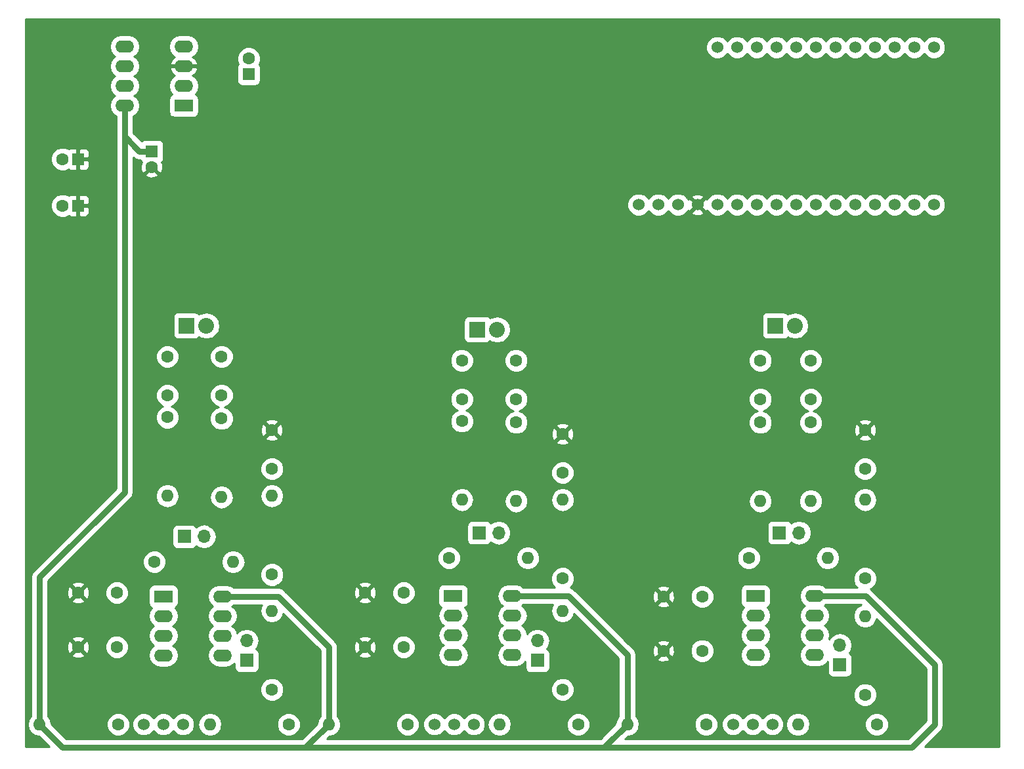
<source format=gbr>
G04 #@! TF.FileFunction,Copper,L1,Top,Signal*
%FSLAX46Y46*%
G04 Gerber Fmt 4.6, Leading zero omitted, Abs format (unit mm)*
G04 Created by KiCad (PCBNEW 4.0.5) date 03/28/17 16:12:11*
%MOMM*%
%LPD*%
G01*
G04 APERTURE LIST*
%ADD10C,0.100000*%
%ADD11R,2.400000X1.600000*%
%ADD12O,2.400000X1.600000*%
%ADD13R,2.032000X2.032000*%
%ADD14O,2.032000X2.032000*%
%ADD15C,1.524000*%
%ADD16R,1.600000X1.600000*%
%ADD17C,1.600000*%
%ADD18O,1.600000X1.600000*%
%ADD19R,1.700000X1.700000*%
%ADD20O,1.700000X1.700000*%
%ADD21C,0.800000*%
%ADD22C,0.254000*%
G04 APERTURE END LIST*
D10*
D11*
X129000000Y-125460000D03*
D12*
X136620000Y-133080000D03*
X129000000Y-128000000D03*
X136620000Y-130540000D03*
X129000000Y-130540000D03*
X136620000Y-128000000D03*
X129000000Y-133080000D03*
X136620000Y-125460000D03*
D13*
X132000000Y-90500000D03*
D14*
X134540000Y-90500000D03*
D13*
X169500000Y-91000000D03*
D14*
X172040000Y-91000000D03*
D13*
X207960000Y-90500000D03*
D14*
X210500000Y-90500000D03*
D11*
X131620000Y-62080000D03*
D12*
X124000000Y-54460000D03*
X131620000Y-59540000D03*
X124000000Y-57000000D03*
X131620000Y-57000000D03*
X124000000Y-59540000D03*
X131620000Y-54460000D03*
X124000000Y-62080000D03*
D11*
X166380000Y-125420000D03*
D12*
X174000000Y-133040000D03*
X166380000Y-127960000D03*
X174000000Y-130500000D03*
X166380000Y-130500000D03*
X174000000Y-127960000D03*
X166380000Y-133040000D03*
X174000000Y-125420000D03*
D11*
X205380000Y-125420000D03*
D12*
X213000000Y-133040000D03*
X205380000Y-127960000D03*
X213000000Y-130500000D03*
X205380000Y-130500000D03*
X213000000Y-127960000D03*
X205380000Y-133040000D03*
X213000000Y-125420000D03*
D15*
X126460000Y-142000000D03*
X129000000Y-142000000D03*
X131540000Y-142000000D03*
X163960000Y-142000000D03*
X166500000Y-142000000D03*
X169040000Y-142000000D03*
X202460000Y-142000000D03*
X205000000Y-142000000D03*
X207540000Y-142000000D03*
X190280000Y-74890000D03*
X192820000Y-74890000D03*
X195360000Y-74890000D03*
X197900000Y-74890000D03*
X200440000Y-74890000D03*
X202980000Y-74890000D03*
X205520000Y-74890000D03*
X208060000Y-74890000D03*
X210600000Y-74890000D03*
X213140000Y-74890000D03*
X215680000Y-74890000D03*
X218220000Y-74890000D03*
X220760000Y-74890000D03*
X223300000Y-74890000D03*
X225840000Y-74890000D03*
X228380000Y-74890000D03*
X228380000Y-54570000D03*
X225840000Y-54570000D03*
X223300000Y-54570000D03*
X220760000Y-54570000D03*
X218220000Y-54570000D03*
X215680000Y-54570000D03*
X213140000Y-54570000D03*
X210600000Y-54570000D03*
X208060000Y-54570000D03*
X205520000Y-54570000D03*
X202980000Y-54570000D03*
X200440000Y-54570000D03*
D16*
X127500000Y-68000000D03*
D17*
X127500000Y-70000000D03*
D16*
X118000000Y-75000000D03*
D17*
X116000000Y-75000000D03*
D16*
X140000000Y-58000000D03*
D17*
X140000000Y-56000000D03*
D16*
X118000000Y-69000000D03*
D17*
X116000000Y-69000000D03*
X118000000Y-132000000D03*
X123000000Y-132000000D03*
X155000000Y-132000000D03*
X160000000Y-132000000D03*
X193500000Y-132500000D03*
X198500000Y-132500000D03*
X118000000Y-125000000D03*
X123000000Y-125000000D03*
X155000000Y-125000000D03*
X160000000Y-125000000D03*
X193500000Y-125500000D03*
X198500000Y-125500000D03*
X136500000Y-99500000D03*
X136500000Y-94500000D03*
X129500000Y-99500000D03*
X129500000Y-94500000D03*
X174500000Y-100000000D03*
X174500000Y-95000000D03*
X167500000Y-100000000D03*
X167500000Y-95000000D03*
X212500000Y-100000000D03*
X212500000Y-95000000D03*
X206000000Y-100000000D03*
X206000000Y-95000000D03*
X143000000Y-104000000D03*
X143000000Y-109000000D03*
X180500000Y-104500000D03*
X180500000Y-109500000D03*
X219500000Y-104000000D03*
X219500000Y-109000000D03*
X123160000Y-142000000D03*
D18*
X113000000Y-142000000D03*
D17*
X145160000Y-142000000D03*
D18*
X135000000Y-142000000D03*
D17*
X136500000Y-102500000D03*
D18*
X136500000Y-112660000D03*
D17*
X129500000Y-102340000D03*
D18*
X129500000Y-112500000D03*
D17*
X127840000Y-121000000D03*
D18*
X138000000Y-121000000D03*
D17*
X143000000Y-137500000D03*
D18*
X143000000Y-127340000D03*
D17*
X143000000Y-122660000D03*
D18*
X143000000Y-112500000D03*
D17*
X160500000Y-142000000D03*
D18*
X150340000Y-142000000D03*
D17*
X182500000Y-142000000D03*
D18*
X172340000Y-142000000D03*
D17*
X199000000Y-142000000D03*
D18*
X188840000Y-142000000D03*
D17*
X221000000Y-142000000D03*
D18*
X210840000Y-142000000D03*
D17*
X174500000Y-103000000D03*
D18*
X174500000Y-113160000D03*
D17*
X167500000Y-102840000D03*
D18*
X167500000Y-113000000D03*
D17*
X212500000Y-103000000D03*
D18*
X212500000Y-113160000D03*
D17*
X206000000Y-103000000D03*
D18*
X206000000Y-113160000D03*
D17*
X165840000Y-120500000D03*
D18*
X176000000Y-120500000D03*
D17*
X204500000Y-120500000D03*
D18*
X214660000Y-120500000D03*
D17*
X180500000Y-137500000D03*
D18*
X180500000Y-127340000D03*
D17*
X219500000Y-138160000D03*
D18*
X219500000Y-128000000D03*
D17*
X180500000Y-123160000D03*
D18*
X180500000Y-113000000D03*
D17*
X219500000Y-123160000D03*
D18*
X219500000Y-113000000D03*
D19*
X139750000Y-133750000D03*
D20*
X139750000Y-131210000D03*
D19*
X131710000Y-117750000D03*
D20*
X134250000Y-117750000D03*
D19*
X177250000Y-133750000D03*
D20*
X177250000Y-131210000D03*
D19*
X169710000Y-117250000D03*
D20*
X172250000Y-117250000D03*
D19*
X216250000Y-134290000D03*
D20*
X216250000Y-131750000D03*
D19*
X208460000Y-117250000D03*
D20*
X211000000Y-117250000D03*
D21*
X127500000Y-68000000D02*
X125900000Y-68000000D01*
X125900000Y-68000000D02*
X124000000Y-66100000D01*
X124000000Y-66100000D02*
X124000000Y-63680000D01*
X124000000Y-63680000D02*
X124000000Y-62080000D01*
X136620000Y-125460000D02*
X143784002Y-125460000D01*
X143784002Y-125460000D02*
X150340000Y-132015998D01*
X150340000Y-132015998D02*
X150340000Y-137840000D01*
X150340000Y-137840000D02*
X150340000Y-142000000D01*
X174000000Y-125420000D02*
X181244002Y-125420000D01*
X181244002Y-125420000D02*
X188840000Y-133015998D01*
X188840000Y-133015998D02*
X188840000Y-138260000D01*
X188840000Y-138260000D02*
X188840000Y-142000000D01*
X213000000Y-125420000D02*
X219584002Y-125420000D01*
X228500000Y-134335998D02*
X228500000Y-142000000D01*
X219584002Y-125420000D02*
X228500000Y-134335998D01*
X228500000Y-142000000D02*
X225500000Y-145000000D01*
X225500000Y-145000000D02*
X185500000Y-145000000D01*
X213405598Y-125420000D02*
X213000000Y-125420000D01*
X185500000Y-145000000D02*
X186000000Y-145000000D01*
X147500000Y-145000000D02*
X185500000Y-145000000D01*
X150340000Y-142000000D02*
X150340000Y-138774402D01*
X136620000Y-125460000D02*
X137025598Y-125460000D01*
X116000000Y-145000000D02*
X147500000Y-145000000D01*
X150340000Y-142000000D02*
X147500000Y-144840000D01*
X147500000Y-144840000D02*
X147500000Y-145000000D01*
X188840000Y-142000000D02*
X186000000Y-144840000D01*
X186000000Y-144840000D02*
X186000000Y-145000000D01*
X113000000Y-142000000D02*
X116000000Y-145000000D01*
X136220000Y-125460000D02*
X136620000Y-125460000D01*
X124000000Y-112000000D02*
X113000000Y-123000000D01*
X113000000Y-123000000D02*
X113000000Y-142000000D01*
X124000000Y-62080000D02*
X124000000Y-112000000D01*
D22*
G36*
X236780000Y-144873000D02*
X227220818Y-144873000D01*
X229296910Y-142796909D01*
X229541212Y-142431284D01*
X229627000Y-142000000D01*
X229627000Y-134335998D01*
X229541212Y-133904714D01*
X229296909Y-133539088D01*
X220380911Y-124623091D01*
X220219210Y-124515046D01*
X220363846Y-124455283D01*
X220793773Y-124026106D01*
X221026735Y-123465072D01*
X221027265Y-122857593D01*
X220795283Y-122296154D01*
X220366106Y-121866227D01*
X219805072Y-121633265D01*
X219197593Y-121632735D01*
X218636154Y-121864717D01*
X218206227Y-122293894D01*
X217973265Y-122854928D01*
X217972735Y-123462407D01*
X218204717Y-124023846D01*
X218473401Y-124293000D01*
X214446792Y-124293000D01*
X214022110Y-124009236D01*
X213437752Y-123893000D01*
X212562248Y-123893000D01*
X211977890Y-124009236D01*
X211482496Y-124340248D01*
X211151484Y-124835642D01*
X211035248Y-125420000D01*
X211151484Y-126004358D01*
X211482496Y-126499752D01*
X211767222Y-126690000D01*
X211482496Y-126880248D01*
X211151484Y-127375642D01*
X211035248Y-127960000D01*
X211151484Y-128544358D01*
X211482496Y-129039752D01*
X211767222Y-129230000D01*
X211482496Y-129420248D01*
X211151484Y-129915642D01*
X211035248Y-130500000D01*
X211151484Y-131084358D01*
X211482496Y-131579752D01*
X211767222Y-131770000D01*
X211482496Y-131960248D01*
X211151484Y-132455642D01*
X211035248Y-133040000D01*
X211151484Y-133624358D01*
X211482496Y-134119752D01*
X211977890Y-134450764D01*
X212562248Y-134567000D01*
X213437752Y-134567000D01*
X214022110Y-134450764D01*
X214517504Y-134119752D01*
X214658758Y-133908351D01*
X214658758Y-135140000D01*
X214709451Y-135409410D01*
X214868672Y-135656846D01*
X215111615Y-135822843D01*
X215400000Y-135881242D01*
X217100000Y-135881242D01*
X217369410Y-135830549D01*
X217616846Y-135671328D01*
X217782843Y-135428385D01*
X217841242Y-135140000D01*
X217841242Y-133440000D01*
X217790549Y-133170590D01*
X217631328Y-132923154D01*
X217443136Y-132794567D01*
X217737853Y-132353492D01*
X217857895Y-131750000D01*
X217737853Y-131146508D01*
X217396002Y-130634893D01*
X216884387Y-130293042D01*
X216280895Y-130173000D01*
X216219105Y-130173000D01*
X215615613Y-130293042D01*
X215103998Y-130634893D01*
X214867523Y-130988801D01*
X214964752Y-130500000D01*
X214848516Y-129915642D01*
X214517504Y-129420248D01*
X214232778Y-129230000D01*
X214517504Y-129039752D01*
X214848516Y-128544358D01*
X214964752Y-127960000D01*
X214848516Y-127375642D01*
X214517504Y-126880248D01*
X214232778Y-126690000D01*
X214446792Y-126547000D01*
X218977579Y-126547000D01*
X218915642Y-126559320D01*
X218420248Y-126890332D01*
X218089236Y-127385726D01*
X217973000Y-127970084D01*
X217973000Y-128029916D01*
X218089236Y-128614274D01*
X218420248Y-129109668D01*
X218915642Y-129440680D01*
X219500000Y-129556916D01*
X220084358Y-129440680D01*
X220579752Y-129109668D01*
X220910764Y-128614274D01*
X220956173Y-128385989D01*
X227373000Y-134802817D01*
X227373000Y-141533181D01*
X225033182Y-143873000D01*
X188560819Y-143873000D01*
X188915982Y-143517837D01*
X189454274Y-143410764D01*
X189949668Y-143079752D01*
X190280680Y-142584358D01*
X190336763Y-142302407D01*
X197472735Y-142302407D01*
X197704717Y-142863846D01*
X198133894Y-143293773D01*
X198694928Y-143526735D01*
X199302407Y-143527265D01*
X199863846Y-143295283D01*
X200293773Y-142866106D01*
X200526735Y-142305072D01*
X200526743Y-142294881D01*
X200970742Y-142294881D01*
X201196951Y-142842349D01*
X201615448Y-143261577D01*
X202162520Y-143488741D01*
X202754881Y-143489258D01*
X203302349Y-143263049D01*
X203721577Y-142844552D01*
X203729739Y-142824895D01*
X203736951Y-142842349D01*
X204155448Y-143261577D01*
X204702520Y-143488741D01*
X205294881Y-143489258D01*
X205842349Y-143263049D01*
X206261577Y-142844552D01*
X206269739Y-142824895D01*
X206276951Y-142842349D01*
X206695448Y-143261577D01*
X207242520Y-143488741D01*
X207834881Y-143489258D01*
X208382349Y-143263049D01*
X208801577Y-142844552D01*
X209028741Y-142297480D01*
X209029000Y-142000000D01*
X209283084Y-142000000D01*
X209399320Y-142584358D01*
X209730332Y-143079752D01*
X210225726Y-143410764D01*
X210810084Y-143527000D01*
X210869916Y-143527000D01*
X211454274Y-143410764D01*
X211949668Y-143079752D01*
X212280680Y-142584358D01*
X212336763Y-142302407D01*
X219472735Y-142302407D01*
X219704717Y-142863846D01*
X220133894Y-143293773D01*
X220694928Y-143526735D01*
X221302407Y-143527265D01*
X221863846Y-143295283D01*
X222293773Y-142866106D01*
X222526735Y-142305072D01*
X222527265Y-141697593D01*
X222295283Y-141136154D01*
X221866106Y-140706227D01*
X221305072Y-140473265D01*
X220697593Y-140472735D01*
X220136154Y-140704717D01*
X219706227Y-141133894D01*
X219473265Y-141694928D01*
X219472735Y-142302407D01*
X212336763Y-142302407D01*
X212396916Y-142000000D01*
X212280680Y-141415642D01*
X211949668Y-140920248D01*
X211454274Y-140589236D01*
X210869916Y-140473000D01*
X210810084Y-140473000D01*
X210225726Y-140589236D01*
X209730332Y-140920248D01*
X209399320Y-141415642D01*
X209283084Y-142000000D01*
X209029000Y-142000000D01*
X209029258Y-141705119D01*
X208803049Y-141157651D01*
X208384552Y-140738423D01*
X207837480Y-140511259D01*
X207245119Y-140510742D01*
X206697651Y-140736951D01*
X206278423Y-141155448D01*
X206270261Y-141175105D01*
X206263049Y-141157651D01*
X205844552Y-140738423D01*
X205297480Y-140511259D01*
X204705119Y-140510742D01*
X204157651Y-140736951D01*
X203738423Y-141155448D01*
X203730261Y-141175105D01*
X203723049Y-141157651D01*
X203304552Y-140738423D01*
X202757480Y-140511259D01*
X202165119Y-140510742D01*
X201617651Y-140736951D01*
X201198423Y-141155448D01*
X200971259Y-141702520D01*
X200970742Y-142294881D01*
X200526743Y-142294881D01*
X200527265Y-141697593D01*
X200295283Y-141136154D01*
X199866106Y-140706227D01*
X199305072Y-140473265D01*
X198697593Y-140472735D01*
X198136154Y-140704717D01*
X197706227Y-141133894D01*
X197473265Y-141694928D01*
X197472735Y-142302407D01*
X190336763Y-142302407D01*
X190396916Y-142000000D01*
X190280680Y-141415642D01*
X189967000Y-140946187D01*
X189967000Y-138462407D01*
X217972735Y-138462407D01*
X218204717Y-139023846D01*
X218633894Y-139453773D01*
X219194928Y-139686735D01*
X219802407Y-139687265D01*
X220363846Y-139455283D01*
X220793773Y-139026106D01*
X221026735Y-138465072D01*
X221027265Y-137857593D01*
X220795283Y-137296154D01*
X220366106Y-136866227D01*
X219805072Y-136633265D01*
X219197593Y-136632735D01*
X218636154Y-136864717D01*
X218206227Y-137293894D01*
X217973265Y-137854928D01*
X217972735Y-138462407D01*
X189967000Y-138462407D01*
X189967000Y-133507745D01*
X192671861Y-133507745D01*
X192745995Y-133753864D01*
X193283223Y-133946965D01*
X193853454Y-133919778D01*
X194254005Y-133753864D01*
X194328139Y-133507745D01*
X193500000Y-132679605D01*
X192671861Y-133507745D01*
X189967000Y-133507745D01*
X189967000Y-133015998D01*
X189881212Y-132584714D01*
X189881212Y-132584713D01*
X189679763Y-132283223D01*
X192053035Y-132283223D01*
X192080222Y-132853454D01*
X192246136Y-133254005D01*
X192492255Y-133328139D01*
X193320395Y-132500000D01*
X193679605Y-132500000D01*
X194507745Y-133328139D01*
X194753864Y-133254005D01*
X194916186Y-132802407D01*
X196972735Y-132802407D01*
X197204717Y-133363846D01*
X197633894Y-133793773D01*
X198194928Y-134026735D01*
X198802407Y-134027265D01*
X199363846Y-133795283D01*
X199793773Y-133366106D01*
X200026735Y-132805072D01*
X200027265Y-132197593D01*
X199795283Y-131636154D01*
X199366106Y-131206227D01*
X198805072Y-130973265D01*
X198197593Y-130972735D01*
X197636154Y-131204717D01*
X197206227Y-131633894D01*
X196973265Y-132194928D01*
X196972735Y-132802407D01*
X194916186Y-132802407D01*
X194946965Y-132716777D01*
X194919778Y-132146546D01*
X194753864Y-131745995D01*
X194507745Y-131671861D01*
X193679605Y-132500000D01*
X193320395Y-132500000D01*
X192492255Y-131671861D01*
X192246136Y-131745995D01*
X192053035Y-132283223D01*
X189679763Y-132283223D01*
X189636909Y-132219088D01*
X188910076Y-131492255D01*
X192671861Y-131492255D01*
X193500000Y-132320395D01*
X194328139Y-131492255D01*
X194254005Y-131246136D01*
X193716777Y-131053035D01*
X193146546Y-131080222D01*
X192745995Y-131246136D01*
X192671861Y-131492255D01*
X188910076Y-131492255D01*
X185377821Y-127960000D01*
X203415248Y-127960000D01*
X203531484Y-128544358D01*
X203862496Y-129039752D01*
X204147222Y-129230000D01*
X203862496Y-129420248D01*
X203531484Y-129915642D01*
X203415248Y-130500000D01*
X203531484Y-131084358D01*
X203862496Y-131579752D01*
X204147222Y-131770000D01*
X203862496Y-131960248D01*
X203531484Y-132455642D01*
X203415248Y-133040000D01*
X203531484Y-133624358D01*
X203862496Y-134119752D01*
X204357890Y-134450764D01*
X204942248Y-134567000D01*
X205817752Y-134567000D01*
X206402110Y-134450764D01*
X206897504Y-134119752D01*
X207228516Y-133624358D01*
X207344752Y-133040000D01*
X207228516Y-132455642D01*
X206897504Y-131960248D01*
X206612778Y-131770000D01*
X206897504Y-131579752D01*
X207228516Y-131084358D01*
X207344752Y-130500000D01*
X207228516Y-129915642D01*
X206897504Y-129420248D01*
X206612778Y-129230000D01*
X206897504Y-129039752D01*
X207228516Y-128544358D01*
X207344752Y-127960000D01*
X207228516Y-127375642D01*
X206897504Y-126880248D01*
X206897011Y-126879919D01*
X207096846Y-126751328D01*
X207262843Y-126508385D01*
X207321242Y-126220000D01*
X207321242Y-124620000D01*
X207270549Y-124350590D01*
X207111328Y-124103154D01*
X206868385Y-123937157D01*
X206580000Y-123878758D01*
X204180000Y-123878758D01*
X203910590Y-123929451D01*
X203663154Y-124088672D01*
X203497157Y-124331615D01*
X203438758Y-124620000D01*
X203438758Y-126220000D01*
X203489451Y-126489410D01*
X203648672Y-126736846D01*
X203861258Y-126882101D01*
X203531484Y-127375642D01*
X203415248Y-127960000D01*
X185377821Y-127960000D01*
X183925566Y-126507745D01*
X192671861Y-126507745D01*
X192745995Y-126753864D01*
X193283223Y-126946965D01*
X193853454Y-126919778D01*
X194254005Y-126753864D01*
X194328139Y-126507745D01*
X193500000Y-125679605D01*
X192671861Y-126507745D01*
X183925566Y-126507745D01*
X182701044Y-125283223D01*
X192053035Y-125283223D01*
X192080222Y-125853454D01*
X192246136Y-126254005D01*
X192492255Y-126328139D01*
X193320395Y-125500000D01*
X193679605Y-125500000D01*
X194507745Y-126328139D01*
X194753864Y-126254005D01*
X194916186Y-125802407D01*
X196972735Y-125802407D01*
X197204717Y-126363846D01*
X197633894Y-126793773D01*
X198194928Y-127026735D01*
X198802407Y-127027265D01*
X199363846Y-126795283D01*
X199793773Y-126366106D01*
X200026735Y-125805072D01*
X200027265Y-125197593D01*
X199795283Y-124636154D01*
X199366106Y-124206227D01*
X198805072Y-123973265D01*
X198197593Y-123972735D01*
X197636154Y-124204717D01*
X197206227Y-124633894D01*
X196973265Y-125194928D01*
X196972735Y-125802407D01*
X194916186Y-125802407D01*
X194946965Y-125716777D01*
X194919778Y-125146546D01*
X194753864Y-124745995D01*
X194507745Y-124671861D01*
X193679605Y-125500000D01*
X193320395Y-125500000D01*
X192492255Y-124671861D01*
X192246136Y-124745995D01*
X192053035Y-125283223D01*
X182701044Y-125283223D01*
X182040911Y-124623091D01*
X181845102Y-124492255D01*
X192671861Y-124492255D01*
X193500000Y-125320395D01*
X194328139Y-124492255D01*
X194254005Y-124246136D01*
X193716777Y-124053035D01*
X193146546Y-124080222D01*
X192745995Y-124246136D01*
X192671861Y-124492255D01*
X181845102Y-124492255D01*
X181675286Y-124378788D01*
X181479489Y-124339841D01*
X181793773Y-124026106D01*
X182026735Y-123465072D01*
X182027265Y-122857593D01*
X181795283Y-122296154D01*
X181366106Y-121866227D01*
X180805072Y-121633265D01*
X180197593Y-121632735D01*
X179636154Y-121864717D01*
X179206227Y-122293894D01*
X178973265Y-122854928D01*
X178972735Y-123462407D01*
X179204717Y-124023846D01*
X179473401Y-124293000D01*
X175446792Y-124293000D01*
X175022110Y-124009236D01*
X174437752Y-123893000D01*
X173562248Y-123893000D01*
X172977890Y-124009236D01*
X172482496Y-124340248D01*
X172151484Y-124835642D01*
X172035248Y-125420000D01*
X172151484Y-126004358D01*
X172482496Y-126499752D01*
X172767222Y-126690000D01*
X172482496Y-126880248D01*
X172151484Y-127375642D01*
X172035248Y-127960000D01*
X172151484Y-128544358D01*
X172482496Y-129039752D01*
X172767222Y-129230000D01*
X172482496Y-129420248D01*
X172151484Y-129915642D01*
X172035248Y-130500000D01*
X172151484Y-131084358D01*
X172482496Y-131579752D01*
X172767222Y-131770000D01*
X172482496Y-131960248D01*
X172151484Y-132455642D01*
X172035248Y-133040000D01*
X172151484Y-133624358D01*
X172482496Y-134119752D01*
X172977890Y-134450764D01*
X173562248Y-134567000D01*
X174437752Y-134567000D01*
X175022110Y-134450764D01*
X175517504Y-134119752D01*
X175658758Y-133908351D01*
X175658758Y-134600000D01*
X175709451Y-134869410D01*
X175868672Y-135116846D01*
X176111615Y-135282843D01*
X176400000Y-135341242D01*
X178100000Y-135341242D01*
X178369410Y-135290549D01*
X178616846Y-135131328D01*
X178782843Y-134888385D01*
X178841242Y-134600000D01*
X178841242Y-132900000D01*
X178790549Y-132630590D01*
X178631328Y-132383154D01*
X178443136Y-132254567D01*
X178737853Y-131813492D01*
X178857895Y-131210000D01*
X178737853Y-130606508D01*
X178396002Y-130094893D01*
X177884387Y-129753042D01*
X177280895Y-129633000D01*
X177219105Y-129633000D01*
X176615613Y-129753042D01*
X176103998Y-130094893D01*
X175934600Y-130348415D01*
X175848516Y-129915642D01*
X175517504Y-129420248D01*
X175232778Y-129230000D01*
X175517504Y-129039752D01*
X175848516Y-128544358D01*
X175964752Y-127960000D01*
X175848516Y-127375642D01*
X175517504Y-126880248D01*
X175232778Y-126690000D01*
X175446792Y-126547000D01*
X179208657Y-126547000D01*
X179089236Y-126725726D01*
X178973000Y-127310084D01*
X178973000Y-127369916D01*
X179089236Y-127954274D01*
X179420248Y-128449668D01*
X179915642Y-128780680D01*
X180500000Y-128896916D01*
X181084358Y-128780680D01*
X181579752Y-128449668D01*
X181910764Y-127954274D01*
X181956173Y-127725989D01*
X187713000Y-133482817D01*
X187713000Y-140946187D01*
X187399320Y-141415642D01*
X187292247Y-141953934D01*
X185373182Y-143873000D01*
X150060819Y-143873000D01*
X150415982Y-143517837D01*
X150954274Y-143410764D01*
X151449668Y-143079752D01*
X151780680Y-142584358D01*
X151836763Y-142302407D01*
X158972735Y-142302407D01*
X159204717Y-142863846D01*
X159633894Y-143293773D01*
X160194928Y-143526735D01*
X160802407Y-143527265D01*
X161363846Y-143295283D01*
X161793773Y-142866106D01*
X162026735Y-142305072D01*
X162026743Y-142294881D01*
X162470742Y-142294881D01*
X162696951Y-142842349D01*
X163115448Y-143261577D01*
X163662520Y-143488741D01*
X164254881Y-143489258D01*
X164802349Y-143263049D01*
X165221577Y-142844552D01*
X165229739Y-142824895D01*
X165236951Y-142842349D01*
X165655448Y-143261577D01*
X166202520Y-143488741D01*
X166794881Y-143489258D01*
X167342349Y-143263049D01*
X167761577Y-142844552D01*
X167769739Y-142824895D01*
X167776951Y-142842349D01*
X168195448Y-143261577D01*
X168742520Y-143488741D01*
X169334881Y-143489258D01*
X169882349Y-143263049D01*
X170301577Y-142844552D01*
X170528741Y-142297480D01*
X170529000Y-142000000D01*
X170783084Y-142000000D01*
X170899320Y-142584358D01*
X171230332Y-143079752D01*
X171725726Y-143410764D01*
X172310084Y-143527000D01*
X172369916Y-143527000D01*
X172954274Y-143410764D01*
X173449668Y-143079752D01*
X173780680Y-142584358D01*
X173836763Y-142302407D01*
X180972735Y-142302407D01*
X181204717Y-142863846D01*
X181633894Y-143293773D01*
X182194928Y-143526735D01*
X182802407Y-143527265D01*
X183363846Y-143295283D01*
X183793773Y-142866106D01*
X184026735Y-142305072D01*
X184027265Y-141697593D01*
X183795283Y-141136154D01*
X183366106Y-140706227D01*
X182805072Y-140473265D01*
X182197593Y-140472735D01*
X181636154Y-140704717D01*
X181206227Y-141133894D01*
X180973265Y-141694928D01*
X180972735Y-142302407D01*
X173836763Y-142302407D01*
X173896916Y-142000000D01*
X173780680Y-141415642D01*
X173449668Y-140920248D01*
X172954274Y-140589236D01*
X172369916Y-140473000D01*
X172310084Y-140473000D01*
X171725726Y-140589236D01*
X171230332Y-140920248D01*
X170899320Y-141415642D01*
X170783084Y-142000000D01*
X170529000Y-142000000D01*
X170529258Y-141705119D01*
X170303049Y-141157651D01*
X169884552Y-140738423D01*
X169337480Y-140511259D01*
X168745119Y-140510742D01*
X168197651Y-140736951D01*
X167778423Y-141155448D01*
X167770261Y-141175105D01*
X167763049Y-141157651D01*
X167344552Y-140738423D01*
X166797480Y-140511259D01*
X166205119Y-140510742D01*
X165657651Y-140736951D01*
X165238423Y-141155448D01*
X165230261Y-141175105D01*
X165223049Y-141157651D01*
X164804552Y-140738423D01*
X164257480Y-140511259D01*
X163665119Y-140510742D01*
X163117651Y-140736951D01*
X162698423Y-141155448D01*
X162471259Y-141702520D01*
X162470742Y-142294881D01*
X162026743Y-142294881D01*
X162027265Y-141697593D01*
X161795283Y-141136154D01*
X161366106Y-140706227D01*
X160805072Y-140473265D01*
X160197593Y-140472735D01*
X159636154Y-140704717D01*
X159206227Y-141133894D01*
X158973265Y-141694928D01*
X158972735Y-142302407D01*
X151836763Y-142302407D01*
X151896916Y-142000000D01*
X151780680Y-141415642D01*
X151467000Y-140946187D01*
X151467000Y-137802407D01*
X178972735Y-137802407D01*
X179204717Y-138363846D01*
X179633894Y-138793773D01*
X180194928Y-139026735D01*
X180802407Y-139027265D01*
X181363846Y-138795283D01*
X181793773Y-138366106D01*
X182026735Y-137805072D01*
X182027265Y-137197593D01*
X181795283Y-136636154D01*
X181366106Y-136206227D01*
X180805072Y-135973265D01*
X180197593Y-135972735D01*
X179636154Y-136204717D01*
X179206227Y-136633894D01*
X178973265Y-137194928D01*
X178972735Y-137802407D01*
X151467000Y-137802407D01*
X151467000Y-133007745D01*
X154171861Y-133007745D01*
X154245995Y-133253864D01*
X154783223Y-133446965D01*
X155353454Y-133419778D01*
X155754005Y-133253864D01*
X155828139Y-133007745D01*
X155000000Y-132179605D01*
X154171861Y-133007745D01*
X151467000Y-133007745D01*
X151467000Y-132015998D01*
X151420699Y-131783223D01*
X153553035Y-131783223D01*
X153580222Y-132353454D01*
X153746136Y-132754005D01*
X153992255Y-132828139D01*
X154820395Y-132000000D01*
X155179605Y-132000000D01*
X156007745Y-132828139D01*
X156253864Y-132754005D01*
X156416186Y-132302407D01*
X158472735Y-132302407D01*
X158704717Y-132863846D01*
X159133894Y-133293773D01*
X159694928Y-133526735D01*
X160302407Y-133527265D01*
X160863846Y-133295283D01*
X161293773Y-132866106D01*
X161526735Y-132305072D01*
X161527265Y-131697593D01*
X161295283Y-131136154D01*
X160866106Y-130706227D01*
X160305072Y-130473265D01*
X159697593Y-130472735D01*
X159136154Y-130704717D01*
X158706227Y-131133894D01*
X158473265Y-131694928D01*
X158472735Y-132302407D01*
X156416186Y-132302407D01*
X156446965Y-132216777D01*
X156419778Y-131646546D01*
X156253864Y-131245995D01*
X156007745Y-131171861D01*
X155179605Y-132000000D01*
X154820395Y-132000000D01*
X153992255Y-131171861D01*
X153746136Y-131245995D01*
X153553035Y-131783223D01*
X151420699Y-131783223D01*
X151381212Y-131584714D01*
X151136909Y-131219088D01*
X150910076Y-130992255D01*
X154171861Y-130992255D01*
X155000000Y-131820395D01*
X155828139Y-130992255D01*
X155754005Y-130746136D01*
X155216777Y-130553035D01*
X154646546Y-130580222D01*
X154245995Y-130746136D01*
X154171861Y-130992255D01*
X150910076Y-130992255D01*
X147877821Y-127960000D01*
X164415248Y-127960000D01*
X164531484Y-128544358D01*
X164862496Y-129039752D01*
X165147222Y-129230000D01*
X164862496Y-129420248D01*
X164531484Y-129915642D01*
X164415248Y-130500000D01*
X164531484Y-131084358D01*
X164862496Y-131579752D01*
X165147222Y-131770000D01*
X164862496Y-131960248D01*
X164531484Y-132455642D01*
X164415248Y-133040000D01*
X164531484Y-133624358D01*
X164862496Y-134119752D01*
X165357890Y-134450764D01*
X165942248Y-134567000D01*
X166817752Y-134567000D01*
X167402110Y-134450764D01*
X167897504Y-134119752D01*
X168228516Y-133624358D01*
X168344752Y-133040000D01*
X168228516Y-132455642D01*
X167897504Y-131960248D01*
X167612778Y-131770000D01*
X167897504Y-131579752D01*
X168228516Y-131084358D01*
X168344752Y-130500000D01*
X168228516Y-129915642D01*
X167897504Y-129420248D01*
X167612778Y-129230000D01*
X167897504Y-129039752D01*
X168228516Y-128544358D01*
X168344752Y-127960000D01*
X168228516Y-127375642D01*
X167897504Y-126880248D01*
X167897011Y-126879919D01*
X168096846Y-126751328D01*
X168262843Y-126508385D01*
X168321242Y-126220000D01*
X168321242Y-124620000D01*
X168270549Y-124350590D01*
X168111328Y-124103154D01*
X167868385Y-123937157D01*
X167580000Y-123878758D01*
X165180000Y-123878758D01*
X164910590Y-123929451D01*
X164663154Y-124088672D01*
X164497157Y-124331615D01*
X164438758Y-124620000D01*
X164438758Y-126220000D01*
X164489451Y-126489410D01*
X164648672Y-126736846D01*
X164861258Y-126882101D01*
X164531484Y-127375642D01*
X164415248Y-127960000D01*
X147877821Y-127960000D01*
X145925566Y-126007745D01*
X154171861Y-126007745D01*
X154245995Y-126253864D01*
X154783223Y-126446965D01*
X155353454Y-126419778D01*
X155754005Y-126253864D01*
X155828139Y-126007745D01*
X155000000Y-125179605D01*
X154171861Y-126007745D01*
X145925566Y-126007745D01*
X144701044Y-124783223D01*
X153553035Y-124783223D01*
X153580222Y-125353454D01*
X153746136Y-125754005D01*
X153992255Y-125828139D01*
X154820395Y-125000000D01*
X155179605Y-125000000D01*
X156007745Y-125828139D01*
X156253864Y-125754005D01*
X156416186Y-125302407D01*
X158472735Y-125302407D01*
X158704717Y-125863846D01*
X159133894Y-126293773D01*
X159694928Y-126526735D01*
X160302407Y-126527265D01*
X160863846Y-126295283D01*
X161293773Y-125866106D01*
X161526735Y-125305072D01*
X161527265Y-124697593D01*
X161295283Y-124136154D01*
X160866106Y-123706227D01*
X160305072Y-123473265D01*
X159697593Y-123472735D01*
X159136154Y-123704717D01*
X158706227Y-124133894D01*
X158473265Y-124694928D01*
X158472735Y-125302407D01*
X156416186Y-125302407D01*
X156446965Y-125216777D01*
X156419778Y-124646546D01*
X156253864Y-124245995D01*
X156007745Y-124171861D01*
X155179605Y-125000000D01*
X154820395Y-125000000D01*
X153992255Y-124171861D01*
X153746136Y-124245995D01*
X153553035Y-124783223D01*
X144701044Y-124783223D01*
X144580911Y-124663091D01*
X144215286Y-124418788D01*
X143784002Y-124333000D01*
X138066792Y-124333000D01*
X137642110Y-124049236D01*
X137057752Y-123933000D01*
X136182248Y-123933000D01*
X135597890Y-124049236D01*
X135102496Y-124380248D01*
X134771484Y-124875642D01*
X134655248Y-125460000D01*
X134771484Y-126044358D01*
X135102496Y-126539752D01*
X135387222Y-126730000D01*
X135102496Y-126920248D01*
X134771484Y-127415642D01*
X134655248Y-128000000D01*
X134771484Y-128584358D01*
X135102496Y-129079752D01*
X135387222Y-129270000D01*
X135102496Y-129460248D01*
X134771484Y-129955642D01*
X134655248Y-130540000D01*
X134771484Y-131124358D01*
X135102496Y-131619752D01*
X135387222Y-131810000D01*
X135102496Y-132000248D01*
X134771484Y-132495642D01*
X134655248Y-133080000D01*
X134771484Y-133664358D01*
X135102496Y-134159752D01*
X135597890Y-134490764D01*
X136182248Y-134607000D01*
X137057752Y-134607000D01*
X137642110Y-134490764D01*
X138137504Y-134159752D01*
X138158758Y-134127943D01*
X138158758Y-134600000D01*
X138209451Y-134869410D01*
X138368672Y-135116846D01*
X138611615Y-135282843D01*
X138900000Y-135341242D01*
X140600000Y-135341242D01*
X140869410Y-135290549D01*
X141116846Y-135131328D01*
X141282843Y-134888385D01*
X141341242Y-134600000D01*
X141341242Y-132900000D01*
X141290549Y-132630590D01*
X141131328Y-132383154D01*
X140943136Y-132254567D01*
X141237853Y-131813492D01*
X141357895Y-131210000D01*
X141237853Y-130606508D01*
X140896002Y-130094893D01*
X140384387Y-129753042D01*
X139780895Y-129633000D01*
X139719105Y-129633000D01*
X139115613Y-129753042D01*
X138603998Y-130094893D01*
X138520940Y-130219197D01*
X138468516Y-129955642D01*
X138137504Y-129460248D01*
X137852778Y-129270000D01*
X138137504Y-129079752D01*
X138468516Y-128584358D01*
X138584752Y-128000000D01*
X138468516Y-127415642D01*
X138137504Y-126920248D01*
X137852778Y-126730000D01*
X138066792Y-126587000D01*
X141681930Y-126587000D01*
X141589236Y-126725726D01*
X141473000Y-127310084D01*
X141473000Y-127369916D01*
X141589236Y-127954274D01*
X141920248Y-128449668D01*
X142415642Y-128780680D01*
X143000000Y-128896916D01*
X143584358Y-128780680D01*
X144079752Y-128449668D01*
X144410764Y-127954274D01*
X144456173Y-127725989D01*
X149213000Y-132482817D01*
X149213000Y-140946187D01*
X148899320Y-141415642D01*
X148792247Y-141953934D01*
X146873182Y-143873000D01*
X116466819Y-143873000D01*
X114896226Y-142302407D01*
X121632735Y-142302407D01*
X121864717Y-142863846D01*
X122293894Y-143293773D01*
X122854928Y-143526735D01*
X123462407Y-143527265D01*
X124023846Y-143295283D01*
X124453773Y-142866106D01*
X124686735Y-142305072D01*
X124686743Y-142294881D01*
X124970742Y-142294881D01*
X125196951Y-142842349D01*
X125615448Y-143261577D01*
X126162520Y-143488741D01*
X126754881Y-143489258D01*
X127302349Y-143263049D01*
X127721577Y-142844552D01*
X127729739Y-142824895D01*
X127736951Y-142842349D01*
X128155448Y-143261577D01*
X128702520Y-143488741D01*
X129294881Y-143489258D01*
X129842349Y-143263049D01*
X130261577Y-142844552D01*
X130269739Y-142824895D01*
X130276951Y-142842349D01*
X130695448Y-143261577D01*
X131242520Y-143488741D01*
X131834881Y-143489258D01*
X132382349Y-143263049D01*
X132801577Y-142844552D01*
X133028741Y-142297480D01*
X133029000Y-142000000D01*
X133443084Y-142000000D01*
X133559320Y-142584358D01*
X133890332Y-143079752D01*
X134385726Y-143410764D01*
X134970084Y-143527000D01*
X135029916Y-143527000D01*
X135614274Y-143410764D01*
X136109668Y-143079752D01*
X136440680Y-142584358D01*
X136496763Y-142302407D01*
X143632735Y-142302407D01*
X143864717Y-142863846D01*
X144293894Y-143293773D01*
X144854928Y-143526735D01*
X145462407Y-143527265D01*
X146023846Y-143295283D01*
X146453773Y-142866106D01*
X146686735Y-142305072D01*
X146687265Y-141697593D01*
X146455283Y-141136154D01*
X146026106Y-140706227D01*
X145465072Y-140473265D01*
X144857593Y-140472735D01*
X144296154Y-140704717D01*
X143866227Y-141133894D01*
X143633265Y-141694928D01*
X143632735Y-142302407D01*
X136496763Y-142302407D01*
X136556916Y-142000000D01*
X136440680Y-141415642D01*
X136109668Y-140920248D01*
X135614274Y-140589236D01*
X135029916Y-140473000D01*
X134970084Y-140473000D01*
X134385726Y-140589236D01*
X133890332Y-140920248D01*
X133559320Y-141415642D01*
X133443084Y-142000000D01*
X133029000Y-142000000D01*
X133029258Y-141705119D01*
X132803049Y-141157651D01*
X132384552Y-140738423D01*
X131837480Y-140511259D01*
X131245119Y-140510742D01*
X130697651Y-140736951D01*
X130278423Y-141155448D01*
X130270261Y-141175105D01*
X130263049Y-141157651D01*
X129844552Y-140738423D01*
X129297480Y-140511259D01*
X128705119Y-140510742D01*
X128157651Y-140736951D01*
X127738423Y-141155448D01*
X127730261Y-141175105D01*
X127723049Y-141157651D01*
X127304552Y-140738423D01*
X126757480Y-140511259D01*
X126165119Y-140510742D01*
X125617651Y-140736951D01*
X125198423Y-141155448D01*
X124971259Y-141702520D01*
X124970742Y-142294881D01*
X124686743Y-142294881D01*
X124687265Y-141697593D01*
X124455283Y-141136154D01*
X124026106Y-140706227D01*
X123465072Y-140473265D01*
X122857593Y-140472735D01*
X122296154Y-140704717D01*
X121866227Y-141133894D01*
X121633265Y-141694928D01*
X121632735Y-142302407D01*
X114896226Y-142302407D01*
X114547753Y-141953935D01*
X114440680Y-141415642D01*
X114127000Y-140946187D01*
X114127000Y-137802407D01*
X141472735Y-137802407D01*
X141704717Y-138363846D01*
X142133894Y-138793773D01*
X142694928Y-139026735D01*
X143302407Y-139027265D01*
X143863846Y-138795283D01*
X144293773Y-138366106D01*
X144526735Y-137805072D01*
X144527265Y-137197593D01*
X144295283Y-136636154D01*
X143866106Y-136206227D01*
X143305072Y-135973265D01*
X142697593Y-135972735D01*
X142136154Y-136204717D01*
X141706227Y-136633894D01*
X141473265Y-137194928D01*
X141472735Y-137802407D01*
X114127000Y-137802407D01*
X114127000Y-133007745D01*
X117171861Y-133007745D01*
X117245995Y-133253864D01*
X117783223Y-133446965D01*
X118353454Y-133419778D01*
X118754005Y-133253864D01*
X118828139Y-133007745D01*
X118000000Y-132179605D01*
X117171861Y-133007745D01*
X114127000Y-133007745D01*
X114127000Y-131783223D01*
X116553035Y-131783223D01*
X116580222Y-132353454D01*
X116746136Y-132754005D01*
X116992255Y-132828139D01*
X117820395Y-132000000D01*
X118179605Y-132000000D01*
X119007745Y-132828139D01*
X119253864Y-132754005D01*
X119416186Y-132302407D01*
X121472735Y-132302407D01*
X121704717Y-132863846D01*
X122133894Y-133293773D01*
X122694928Y-133526735D01*
X123302407Y-133527265D01*
X123863846Y-133295283D01*
X124293773Y-132866106D01*
X124526735Y-132305072D01*
X124527265Y-131697593D01*
X124295283Y-131136154D01*
X123866106Y-130706227D01*
X123305072Y-130473265D01*
X122697593Y-130472735D01*
X122136154Y-130704717D01*
X121706227Y-131133894D01*
X121473265Y-131694928D01*
X121472735Y-132302407D01*
X119416186Y-132302407D01*
X119446965Y-132216777D01*
X119419778Y-131646546D01*
X119253864Y-131245995D01*
X119007745Y-131171861D01*
X118179605Y-132000000D01*
X117820395Y-132000000D01*
X116992255Y-131171861D01*
X116746136Y-131245995D01*
X116553035Y-131783223D01*
X114127000Y-131783223D01*
X114127000Y-130992255D01*
X117171861Y-130992255D01*
X118000000Y-131820395D01*
X118828139Y-130992255D01*
X118754005Y-130746136D01*
X118216777Y-130553035D01*
X117646546Y-130580222D01*
X117245995Y-130746136D01*
X117171861Y-130992255D01*
X114127000Y-130992255D01*
X114127000Y-128000000D01*
X127035248Y-128000000D01*
X127151484Y-128584358D01*
X127482496Y-129079752D01*
X127767222Y-129270000D01*
X127482496Y-129460248D01*
X127151484Y-129955642D01*
X127035248Y-130540000D01*
X127151484Y-131124358D01*
X127482496Y-131619752D01*
X127767222Y-131810000D01*
X127482496Y-132000248D01*
X127151484Y-132495642D01*
X127035248Y-133080000D01*
X127151484Y-133664358D01*
X127482496Y-134159752D01*
X127977890Y-134490764D01*
X128562248Y-134607000D01*
X129437752Y-134607000D01*
X130022110Y-134490764D01*
X130517504Y-134159752D01*
X130848516Y-133664358D01*
X130964752Y-133080000D01*
X130848516Y-132495642D01*
X130517504Y-132000248D01*
X130232778Y-131810000D01*
X130517504Y-131619752D01*
X130848516Y-131124358D01*
X130964752Y-130540000D01*
X130848516Y-129955642D01*
X130517504Y-129460248D01*
X130232778Y-129270000D01*
X130517504Y-129079752D01*
X130848516Y-128584358D01*
X130964752Y-128000000D01*
X130848516Y-127415642D01*
X130517504Y-126920248D01*
X130517011Y-126919919D01*
X130716846Y-126791328D01*
X130882843Y-126548385D01*
X130941242Y-126260000D01*
X130941242Y-124660000D01*
X130890549Y-124390590D01*
X130731328Y-124143154D01*
X130488385Y-123977157D01*
X130200000Y-123918758D01*
X127800000Y-123918758D01*
X127530590Y-123969451D01*
X127283154Y-124128672D01*
X127117157Y-124371615D01*
X127058758Y-124660000D01*
X127058758Y-126260000D01*
X127109451Y-126529410D01*
X127268672Y-126776846D01*
X127481258Y-126922101D01*
X127151484Y-127415642D01*
X127035248Y-128000000D01*
X114127000Y-128000000D01*
X114127000Y-126007745D01*
X117171861Y-126007745D01*
X117245995Y-126253864D01*
X117783223Y-126446965D01*
X118353454Y-126419778D01*
X118754005Y-126253864D01*
X118828139Y-126007745D01*
X118000000Y-125179605D01*
X117171861Y-126007745D01*
X114127000Y-126007745D01*
X114127000Y-124783223D01*
X116553035Y-124783223D01*
X116580222Y-125353454D01*
X116746136Y-125754005D01*
X116992255Y-125828139D01*
X117820395Y-125000000D01*
X118179605Y-125000000D01*
X119007745Y-125828139D01*
X119253864Y-125754005D01*
X119416186Y-125302407D01*
X121472735Y-125302407D01*
X121704717Y-125863846D01*
X122133894Y-126293773D01*
X122694928Y-126526735D01*
X123302407Y-126527265D01*
X123863846Y-126295283D01*
X124293773Y-125866106D01*
X124526735Y-125305072D01*
X124527265Y-124697593D01*
X124295283Y-124136154D01*
X123866106Y-123706227D01*
X123305072Y-123473265D01*
X122697593Y-123472735D01*
X122136154Y-123704717D01*
X121706227Y-124133894D01*
X121473265Y-124694928D01*
X121472735Y-125302407D01*
X119416186Y-125302407D01*
X119446965Y-125216777D01*
X119419778Y-124646546D01*
X119253864Y-124245995D01*
X119007745Y-124171861D01*
X118179605Y-125000000D01*
X117820395Y-125000000D01*
X116992255Y-124171861D01*
X116746136Y-124245995D01*
X116553035Y-124783223D01*
X114127000Y-124783223D01*
X114127000Y-123992255D01*
X117171861Y-123992255D01*
X118000000Y-124820395D01*
X118828139Y-123992255D01*
X118754005Y-123746136D01*
X118216777Y-123553035D01*
X117646546Y-123580222D01*
X117245995Y-123746136D01*
X117171861Y-123992255D01*
X114127000Y-123992255D01*
X114127000Y-123466818D01*
X114631411Y-122962407D01*
X141472735Y-122962407D01*
X141704717Y-123523846D01*
X142133894Y-123953773D01*
X142694928Y-124186735D01*
X143302407Y-124187265D01*
X143774366Y-123992255D01*
X154171861Y-123992255D01*
X155000000Y-124820395D01*
X155828139Y-123992255D01*
X155754005Y-123746136D01*
X155216777Y-123553035D01*
X154646546Y-123580222D01*
X154245995Y-123746136D01*
X154171861Y-123992255D01*
X143774366Y-123992255D01*
X143863846Y-123955283D01*
X144293773Y-123526106D01*
X144526735Y-122965072D01*
X144527265Y-122357593D01*
X144295283Y-121796154D01*
X143866106Y-121366227D01*
X143305072Y-121133265D01*
X142697593Y-121132735D01*
X142136154Y-121364717D01*
X141706227Y-121793894D01*
X141473265Y-122354928D01*
X141472735Y-122962407D01*
X114631411Y-122962407D01*
X116291411Y-121302407D01*
X126312735Y-121302407D01*
X126544717Y-121863846D01*
X126973894Y-122293773D01*
X127534928Y-122526735D01*
X128142407Y-122527265D01*
X128703846Y-122295283D01*
X129133773Y-121866106D01*
X129366735Y-121305072D01*
X129367001Y-121000000D01*
X136443084Y-121000000D01*
X136559320Y-121584358D01*
X136890332Y-122079752D01*
X137385726Y-122410764D01*
X137970084Y-122527000D01*
X138029916Y-122527000D01*
X138614274Y-122410764D01*
X139109668Y-122079752D01*
X139440680Y-121584358D01*
X139556916Y-121000000D01*
X139517613Y-120802407D01*
X164312735Y-120802407D01*
X164544717Y-121363846D01*
X164973894Y-121793773D01*
X165534928Y-122026735D01*
X166142407Y-122027265D01*
X166703846Y-121795283D01*
X167133773Y-121366106D01*
X167366735Y-120805072D01*
X167367001Y-120500000D01*
X174443084Y-120500000D01*
X174559320Y-121084358D01*
X174890332Y-121579752D01*
X175385726Y-121910764D01*
X175970084Y-122027000D01*
X176029916Y-122027000D01*
X176614274Y-121910764D01*
X177109668Y-121579752D01*
X177440680Y-121084358D01*
X177496763Y-120802407D01*
X202972735Y-120802407D01*
X203204717Y-121363846D01*
X203633894Y-121793773D01*
X204194928Y-122026735D01*
X204802407Y-122027265D01*
X205363846Y-121795283D01*
X205793773Y-121366106D01*
X206026735Y-120805072D01*
X206027001Y-120500000D01*
X213103084Y-120500000D01*
X213219320Y-121084358D01*
X213550332Y-121579752D01*
X214045726Y-121910764D01*
X214630084Y-122027000D01*
X214689916Y-122027000D01*
X215274274Y-121910764D01*
X215769668Y-121579752D01*
X216100680Y-121084358D01*
X216216916Y-120500000D01*
X216100680Y-119915642D01*
X215769668Y-119420248D01*
X215274274Y-119089236D01*
X214689916Y-118973000D01*
X214630084Y-118973000D01*
X214045726Y-119089236D01*
X213550332Y-119420248D01*
X213219320Y-119915642D01*
X213103084Y-120500000D01*
X206027001Y-120500000D01*
X206027265Y-120197593D01*
X205795283Y-119636154D01*
X205366106Y-119206227D01*
X204805072Y-118973265D01*
X204197593Y-118972735D01*
X203636154Y-119204717D01*
X203206227Y-119633894D01*
X202973265Y-120194928D01*
X202972735Y-120802407D01*
X177496763Y-120802407D01*
X177556916Y-120500000D01*
X177440680Y-119915642D01*
X177109668Y-119420248D01*
X176614274Y-119089236D01*
X176029916Y-118973000D01*
X175970084Y-118973000D01*
X175385726Y-119089236D01*
X174890332Y-119420248D01*
X174559320Y-119915642D01*
X174443084Y-120500000D01*
X167367001Y-120500000D01*
X167367265Y-120197593D01*
X167135283Y-119636154D01*
X166706106Y-119206227D01*
X166145072Y-118973265D01*
X165537593Y-118972735D01*
X164976154Y-119204717D01*
X164546227Y-119633894D01*
X164313265Y-120194928D01*
X164312735Y-120802407D01*
X139517613Y-120802407D01*
X139440680Y-120415642D01*
X139109668Y-119920248D01*
X138614274Y-119589236D01*
X138029916Y-119473000D01*
X137970084Y-119473000D01*
X137385726Y-119589236D01*
X136890332Y-119920248D01*
X136559320Y-120415642D01*
X136443084Y-121000000D01*
X129367001Y-121000000D01*
X129367265Y-120697593D01*
X129135283Y-120136154D01*
X128706106Y-119706227D01*
X128145072Y-119473265D01*
X127537593Y-119472735D01*
X126976154Y-119704717D01*
X126546227Y-120133894D01*
X126313265Y-120694928D01*
X126312735Y-121302407D01*
X116291411Y-121302407D01*
X120693818Y-116900000D01*
X130118758Y-116900000D01*
X130118758Y-118600000D01*
X130169451Y-118869410D01*
X130328672Y-119116846D01*
X130571615Y-119282843D01*
X130860000Y-119341242D01*
X132560000Y-119341242D01*
X132829410Y-119290549D01*
X133076846Y-119131328D01*
X133205433Y-118943136D01*
X133646508Y-119237853D01*
X134250000Y-119357895D01*
X134853492Y-119237853D01*
X135365107Y-118896002D01*
X135706958Y-118384387D01*
X135827000Y-117780895D01*
X135827000Y-117719105D01*
X135706958Y-117115613D01*
X135365107Y-116603998D01*
X135059804Y-116400000D01*
X168118758Y-116400000D01*
X168118758Y-118100000D01*
X168169451Y-118369410D01*
X168328672Y-118616846D01*
X168571615Y-118782843D01*
X168860000Y-118841242D01*
X170560000Y-118841242D01*
X170829410Y-118790549D01*
X171076846Y-118631328D01*
X171205433Y-118443136D01*
X171646508Y-118737853D01*
X172250000Y-118857895D01*
X172853492Y-118737853D01*
X173365107Y-118396002D01*
X173706958Y-117884387D01*
X173827000Y-117280895D01*
X173827000Y-117219105D01*
X173706958Y-116615613D01*
X173562890Y-116400000D01*
X206868758Y-116400000D01*
X206868758Y-118100000D01*
X206919451Y-118369410D01*
X207078672Y-118616846D01*
X207321615Y-118782843D01*
X207610000Y-118841242D01*
X209310000Y-118841242D01*
X209579410Y-118790549D01*
X209826846Y-118631328D01*
X209955433Y-118443136D01*
X210396508Y-118737853D01*
X211000000Y-118857895D01*
X211603492Y-118737853D01*
X212115107Y-118396002D01*
X212456958Y-117884387D01*
X212577000Y-117280895D01*
X212577000Y-117219105D01*
X212456958Y-116615613D01*
X212115107Y-116103998D01*
X211603492Y-115762147D01*
X211000000Y-115642105D01*
X210396508Y-115762147D01*
X209953807Y-116057951D01*
X209841328Y-115883154D01*
X209598385Y-115717157D01*
X209310000Y-115658758D01*
X207610000Y-115658758D01*
X207340590Y-115709451D01*
X207093154Y-115868672D01*
X206927157Y-116111615D01*
X206868758Y-116400000D01*
X173562890Y-116400000D01*
X173365107Y-116103998D01*
X172853492Y-115762147D01*
X172250000Y-115642105D01*
X171646508Y-115762147D01*
X171203807Y-116057951D01*
X171091328Y-115883154D01*
X170848385Y-115717157D01*
X170560000Y-115658758D01*
X168860000Y-115658758D01*
X168590590Y-115709451D01*
X168343154Y-115868672D01*
X168177157Y-116111615D01*
X168118758Y-116400000D01*
X135059804Y-116400000D01*
X134853492Y-116262147D01*
X134250000Y-116142105D01*
X133646508Y-116262147D01*
X133203807Y-116557951D01*
X133091328Y-116383154D01*
X132848385Y-116217157D01*
X132560000Y-116158758D01*
X130860000Y-116158758D01*
X130590590Y-116209451D01*
X130343154Y-116368672D01*
X130177157Y-116611615D01*
X130118758Y-116900000D01*
X120693818Y-116900000D01*
X124796909Y-112796909D01*
X125015286Y-112470084D01*
X127973000Y-112470084D01*
X127973000Y-112529916D01*
X128089236Y-113114274D01*
X128420248Y-113609668D01*
X128915642Y-113940680D01*
X129500000Y-114056916D01*
X130084358Y-113940680D01*
X130579752Y-113609668D01*
X130910764Y-113114274D01*
X131007075Y-112630084D01*
X134973000Y-112630084D01*
X134973000Y-112689916D01*
X135089236Y-113274274D01*
X135420248Y-113769668D01*
X135915642Y-114100680D01*
X136500000Y-114216916D01*
X137084358Y-114100680D01*
X137579752Y-113769668D01*
X137910764Y-113274274D01*
X138027000Y-112689916D01*
X138027000Y-112630084D01*
X137995175Y-112470084D01*
X141473000Y-112470084D01*
X141473000Y-112529916D01*
X141589236Y-113114274D01*
X141920248Y-113609668D01*
X142415642Y-113940680D01*
X143000000Y-114056916D01*
X143584358Y-113940680D01*
X144079752Y-113609668D01*
X144410764Y-113114274D01*
X144439445Y-112970084D01*
X165973000Y-112970084D01*
X165973000Y-113029916D01*
X166089236Y-113614274D01*
X166420248Y-114109668D01*
X166915642Y-114440680D01*
X167500000Y-114556916D01*
X168084358Y-114440680D01*
X168579752Y-114109668D01*
X168910764Y-113614274D01*
X169007075Y-113130084D01*
X172973000Y-113130084D01*
X172973000Y-113189916D01*
X173089236Y-113774274D01*
X173420248Y-114269668D01*
X173915642Y-114600680D01*
X174500000Y-114716916D01*
X175084358Y-114600680D01*
X175579752Y-114269668D01*
X175910764Y-113774274D01*
X176027000Y-113189916D01*
X176027000Y-113130084D01*
X175995175Y-112970084D01*
X178973000Y-112970084D01*
X178973000Y-113029916D01*
X179089236Y-113614274D01*
X179420248Y-114109668D01*
X179915642Y-114440680D01*
X180500000Y-114556916D01*
X181084358Y-114440680D01*
X181579752Y-114109668D01*
X181910764Y-113614274D01*
X182007075Y-113130084D01*
X204473000Y-113130084D01*
X204473000Y-113189916D01*
X204589236Y-113774274D01*
X204920248Y-114269668D01*
X205415642Y-114600680D01*
X206000000Y-114716916D01*
X206584358Y-114600680D01*
X207079752Y-114269668D01*
X207410764Y-113774274D01*
X207527000Y-113189916D01*
X207527000Y-113130084D01*
X210973000Y-113130084D01*
X210973000Y-113189916D01*
X211089236Y-113774274D01*
X211420248Y-114269668D01*
X211915642Y-114600680D01*
X212500000Y-114716916D01*
X213084358Y-114600680D01*
X213579752Y-114269668D01*
X213910764Y-113774274D01*
X214027000Y-113189916D01*
X214027000Y-113130084D01*
X213995175Y-112970084D01*
X217973000Y-112970084D01*
X217973000Y-113029916D01*
X218089236Y-113614274D01*
X218420248Y-114109668D01*
X218915642Y-114440680D01*
X219500000Y-114556916D01*
X220084358Y-114440680D01*
X220579752Y-114109668D01*
X220910764Y-113614274D01*
X221027000Y-113029916D01*
X221027000Y-112970084D01*
X220910764Y-112385726D01*
X220579752Y-111890332D01*
X220084358Y-111559320D01*
X219500000Y-111443084D01*
X218915642Y-111559320D01*
X218420248Y-111890332D01*
X218089236Y-112385726D01*
X217973000Y-112970084D01*
X213995175Y-112970084D01*
X213910764Y-112545726D01*
X213579752Y-112050332D01*
X213084358Y-111719320D01*
X212500000Y-111603084D01*
X211915642Y-111719320D01*
X211420248Y-112050332D01*
X211089236Y-112545726D01*
X210973000Y-113130084D01*
X207527000Y-113130084D01*
X207410764Y-112545726D01*
X207079752Y-112050332D01*
X206584358Y-111719320D01*
X206000000Y-111603084D01*
X205415642Y-111719320D01*
X204920248Y-112050332D01*
X204589236Y-112545726D01*
X204473000Y-113130084D01*
X182007075Y-113130084D01*
X182027000Y-113029916D01*
X182027000Y-112970084D01*
X181910764Y-112385726D01*
X181579752Y-111890332D01*
X181084358Y-111559320D01*
X180500000Y-111443084D01*
X179915642Y-111559320D01*
X179420248Y-111890332D01*
X179089236Y-112385726D01*
X178973000Y-112970084D01*
X175995175Y-112970084D01*
X175910764Y-112545726D01*
X175579752Y-112050332D01*
X175084358Y-111719320D01*
X174500000Y-111603084D01*
X173915642Y-111719320D01*
X173420248Y-112050332D01*
X173089236Y-112545726D01*
X172973000Y-113130084D01*
X169007075Y-113130084D01*
X169027000Y-113029916D01*
X169027000Y-112970084D01*
X168910764Y-112385726D01*
X168579752Y-111890332D01*
X168084358Y-111559320D01*
X167500000Y-111443084D01*
X166915642Y-111559320D01*
X166420248Y-111890332D01*
X166089236Y-112385726D01*
X165973000Y-112970084D01*
X144439445Y-112970084D01*
X144527000Y-112529916D01*
X144527000Y-112470084D01*
X144410764Y-111885726D01*
X144079752Y-111390332D01*
X143584358Y-111059320D01*
X143000000Y-110943084D01*
X142415642Y-111059320D01*
X141920248Y-111390332D01*
X141589236Y-111885726D01*
X141473000Y-112470084D01*
X137995175Y-112470084D01*
X137910764Y-112045726D01*
X137579752Y-111550332D01*
X137084358Y-111219320D01*
X136500000Y-111103084D01*
X135915642Y-111219320D01*
X135420248Y-111550332D01*
X135089236Y-112045726D01*
X134973000Y-112630084D01*
X131007075Y-112630084D01*
X131027000Y-112529916D01*
X131027000Y-112470084D01*
X130910764Y-111885726D01*
X130579752Y-111390332D01*
X130084358Y-111059320D01*
X129500000Y-110943084D01*
X128915642Y-111059320D01*
X128420248Y-111390332D01*
X128089236Y-111885726D01*
X127973000Y-112470084D01*
X125015286Y-112470084D01*
X125041212Y-112431284D01*
X125050274Y-112385726D01*
X125127000Y-112000000D01*
X125127000Y-109302407D01*
X141472735Y-109302407D01*
X141704717Y-109863846D01*
X142133894Y-110293773D01*
X142694928Y-110526735D01*
X143302407Y-110527265D01*
X143863846Y-110295283D01*
X144293773Y-109866106D01*
X144320223Y-109802407D01*
X178972735Y-109802407D01*
X179204717Y-110363846D01*
X179633894Y-110793773D01*
X180194928Y-111026735D01*
X180802407Y-111027265D01*
X181363846Y-110795283D01*
X181793773Y-110366106D01*
X182026735Y-109805072D01*
X182027173Y-109302407D01*
X217972735Y-109302407D01*
X218204717Y-109863846D01*
X218633894Y-110293773D01*
X219194928Y-110526735D01*
X219802407Y-110527265D01*
X220363846Y-110295283D01*
X220793773Y-109866106D01*
X221026735Y-109305072D01*
X221027265Y-108697593D01*
X220795283Y-108136154D01*
X220366106Y-107706227D01*
X219805072Y-107473265D01*
X219197593Y-107472735D01*
X218636154Y-107704717D01*
X218206227Y-108133894D01*
X217973265Y-108694928D01*
X217972735Y-109302407D01*
X182027173Y-109302407D01*
X182027265Y-109197593D01*
X181795283Y-108636154D01*
X181366106Y-108206227D01*
X180805072Y-107973265D01*
X180197593Y-107972735D01*
X179636154Y-108204717D01*
X179206227Y-108633894D01*
X178973265Y-109194928D01*
X178972735Y-109802407D01*
X144320223Y-109802407D01*
X144526735Y-109305072D01*
X144527265Y-108697593D01*
X144295283Y-108136154D01*
X143866106Y-107706227D01*
X143305072Y-107473265D01*
X142697593Y-107472735D01*
X142136154Y-107704717D01*
X141706227Y-108133894D01*
X141473265Y-108694928D01*
X141472735Y-109302407D01*
X125127000Y-109302407D01*
X125127000Y-105507745D01*
X179671861Y-105507745D01*
X179745995Y-105753864D01*
X180283223Y-105946965D01*
X180853454Y-105919778D01*
X181254005Y-105753864D01*
X181328139Y-105507745D01*
X180500000Y-104679605D01*
X179671861Y-105507745D01*
X125127000Y-105507745D01*
X125127000Y-105007745D01*
X142171861Y-105007745D01*
X142245995Y-105253864D01*
X142783223Y-105446965D01*
X143353454Y-105419778D01*
X143754005Y-105253864D01*
X143828139Y-105007745D01*
X143000000Y-104179605D01*
X142171861Y-105007745D01*
X125127000Y-105007745D01*
X125127000Y-99802407D01*
X127972735Y-99802407D01*
X128204717Y-100363846D01*
X128633894Y-100793773D01*
X128937937Y-100920023D01*
X128636154Y-101044717D01*
X128206227Y-101473894D01*
X127973265Y-102034928D01*
X127972735Y-102642407D01*
X128204717Y-103203846D01*
X128633894Y-103633773D01*
X129194928Y-103866735D01*
X129802407Y-103867265D01*
X130363846Y-103635283D01*
X130793773Y-103206106D01*
X131026735Y-102645072D01*
X131027265Y-102037593D01*
X130795283Y-101476154D01*
X130366106Y-101046227D01*
X130062063Y-100919977D01*
X130363846Y-100795283D01*
X130793773Y-100366106D01*
X131026735Y-99805072D01*
X131026737Y-99802407D01*
X134972735Y-99802407D01*
X135204717Y-100363846D01*
X135633894Y-100793773D01*
X136131074Y-101000220D01*
X135636154Y-101204717D01*
X135206227Y-101633894D01*
X134973265Y-102194928D01*
X134972735Y-102802407D01*
X135204717Y-103363846D01*
X135633894Y-103793773D01*
X136194928Y-104026735D01*
X136802407Y-104027265D01*
X137363846Y-103795283D01*
X137375927Y-103783223D01*
X141553035Y-103783223D01*
X141580222Y-104353454D01*
X141746136Y-104754005D01*
X141992255Y-104828139D01*
X142820395Y-104000000D01*
X143179605Y-104000000D01*
X144007745Y-104828139D01*
X144253864Y-104754005D01*
X144446965Y-104216777D01*
X144419778Y-103646546D01*
X144253864Y-103245995D01*
X144007745Y-103171861D01*
X143179605Y-104000000D01*
X142820395Y-104000000D01*
X141992255Y-103171861D01*
X141746136Y-103245995D01*
X141553035Y-103783223D01*
X137375927Y-103783223D01*
X137793773Y-103366106D01*
X137949009Y-102992255D01*
X142171861Y-102992255D01*
X143000000Y-103820395D01*
X143828139Y-102992255D01*
X143754005Y-102746136D01*
X143216777Y-102553035D01*
X142646546Y-102580222D01*
X142245995Y-102746136D01*
X142171861Y-102992255D01*
X137949009Y-102992255D01*
X138026735Y-102805072D01*
X138027265Y-102197593D01*
X137795283Y-101636154D01*
X137366106Y-101206227D01*
X136868926Y-100999780D01*
X137363846Y-100795283D01*
X137793773Y-100366106D01*
X137820223Y-100302407D01*
X165972735Y-100302407D01*
X166204717Y-100863846D01*
X166633894Y-101293773D01*
X166937937Y-101420023D01*
X166636154Y-101544717D01*
X166206227Y-101973894D01*
X165973265Y-102534928D01*
X165972735Y-103142407D01*
X166204717Y-103703846D01*
X166633894Y-104133773D01*
X167194928Y-104366735D01*
X167802407Y-104367265D01*
X168363846Y-104135283D01*
X168793773Y-103706106D01*
X169026735Y-103145072D01*
X169027265Y-102537593D01*
X168795283Y-101976154D01*
X168366106Y-101546227D01*
X168062063Y-101419977D01*
X168363846Y-101295283D01*
X168793773Y-100866106D01*
X169026735Y-100305072D01*
X169026737Y-100302407D01*
X172972735Y-100302407D01*
X173204717Y-100863846D01*
X173633894Y-101293773D01*
X174131074Y-101500220D01*
X173636154Y-101704717D01*
X173206227Y-102133894D01*
X172973265Y-102694928D01*
X172972735Y-103302407D01*
X173204717Y-103863846D01*
X173633894Y-104293773D01*
X174194928Y-104526735D01*
X174802407Y-104527265D01*
X175363846Y-104295283D01*
X175375927Y-104283223D01*
X179053035Y-104283223D01*
X179080222Y-104853454D01*
X179246136Y-105254005D01*
X179492255Y-105328139D01*
X180320395Y-104500000D01*
X180679605Y-104500000D01*
X181507745Y-105328139D01*
X181753864Y-105254005D01*
X181842379Y-105007745D01*
X218671861Y-105007745D01*
X218745995Y-105253864D01*
X219283223Y-105446965D01*
X219853454Y-105419778D01*
X220254005Y-105253864D01*
X220328139Y-105007745D01*
X219500000Y-104179605D01*
X218671861Y-105007745D01*
X181842379Y-105007745D01*
X181946965Y-104716777D01*
X181919778Y-104146546D01*
X181753864Y-103745995D01*
X181507745Y-103671861D01*
X180679605Y-104500000D01*
X180320395Y-104500000D01*
X179492255Y-103671861D01*
X179246136Y-103745995D01*
X179053035Y-104283223D01*
X175375927Y-104283223D01*
X175793773Y-103866106D01*
X175949009Y-103492255D01*
X179671861Y-103492255D01*
X180500000Y-104320395D01*
X181328139Y-103492255D01*
X181254005Y-103246136D01*
X180716777Y-103053035D01*
X180146546Y-103080222D01*
X179745995Y-103246136D01*
X179671861Y-103492255D01*
X175949009Y-103492255D01*
X176026735Y-103305072D01*
X176027265Y-102697593D01*
X175795283Y-102136154D01*
X175366106Y-101706227D01*
X174868926Y-101499780D01*
X175363846Y-101295283D01*
X175793773Y-100866106D01*
X176026735Y-100305072D01*
X176026737Y-100302407D01*
X204472735Y-100302407D01*
X204704717Y-100863846D01*
X205133894Y-101293773D01*
X205631074Y-101500220D01*
X205136154Y-101704717D01*
X204706227Y-102133894D01*
X204473265Y-102694928D01*
X204472735Y-103302407D01*
X204704717Y-103863846D01*
X205133894Y-104293773D01*
X205694928Y-104526735D01*
X206302407Y-104527265D01*
X206863846Y-104295283D01*
X207293773Y-103866106D01*
X207526735Y-103305072D01*
X207527265Y-102697593D01*
X207295283Y-102136154D01*
X206866106Y-101706227D01*
X206368926Y-101499780D01*
X206863846Y-101295283D01*
X207293773Y-100866106D01*
X207526735Y-100305072D01*
X207526737Y-100302407D01*
X210972735Y-100302407D01*
X211204717Y-100863846D01*
X211633894Y-101293773D01*
X212131074Y-101500220D01*
X211636154Y-101704717D01*
X211206227Y-102133894D01*
X210973265Y-102694928D01*
X210972735Y-103302407D01*
X211204717Y-103863846D01*
X211633894Y-104293773D01*
X212194928Y-104526735D01*
X212802407Y-104527265D01*
X213363846Y-104295283D01*
X213793773Y-103866106D01*
X213828189Y-103783223D01*
X218053035Y-103783223D01*
X218080222Y-104353454D01*
X218246136Y-104754005D01*
X218492255Y-104828139D01*
X219320395Y-104000000D01*
X219679605Y-104000000D01*
X220507745Y-104828139D01*
X220753864Y-104754005D01*
X220946965Y-104216777D01*
X220919778Y-103646546D01*
X220753864Y-103245995D01*
X220507745Y-103171861D01*
X219679605Y-104000000D01*
X219320395Y-104000000D01*
X218492255Y-103171861D01*
X218246136Y-103245995D01*
X218053035Y-103783223D01*
X213828189Y-103783223D01*
X214026735Y-103305072D01*
X214027007Y-102992255D01*
X218671861Y-102992255D01*
X219500000Y-103820395D01*
X220328139Y-102992255D01*
X220254005Y-102746136D01*
X219716777Y-102553035D01*
X219146546Y-102580222D01*
X218745995Y-102746136D01*
X218671861Y-102992255D01*
X214027007Y-102992255D01*
X214027265Y-102697593D01*
X213795283Y-102136154D01*
X213366106Y-101706227D01*
X212868926Y-101499780D01*
X213363846Y-101295283D01*
X213793773Y-100866106D01*
X214026735Y-100305072D01*
X214027265Y-99697593D01*
X213795283Y-99136154D01*
X213366106Y-98706227D01*
X212805072Y-98473265D01*
X212197593Y-98472735D01*
X211636154Y-98704717D01*
X211206227Y-99133894D01*
X210973265Y-99694928D01*
X210972735Y-100302407D01*
X207526737Y-100302407D01*
X207527265Y-99697593D01*
X207295283Y-99136154D01*
X206866106Y-98706227D01*
X206305072Y-98473265D01*
X205697593Y-98472735D01*
X205136154Y-98704717D01*
X204706227Y-99133894D01*
X204473265Y-99694928D01*
X204472735Y-100302407D01*
X176026737Y-100302407D01*
X176027265Y-99697593D01*
X175795283Y-99136154D01*
X175366106Y-98706227D01*
X174805072Y-98473265D01*
X174197593Y-98472735D01*
X173636154Y-98704717D01*
X173206227Y-99133894D01*
X172973265Y-99694928D01*
X172972735Y-100302407D01*
X169026737Y-100302407D01*
X169027265Y-99697593D01*
X168795283Y-99136154D01*
X168366106Y-98706227D01*
X167805072Y-98473265D01*
X167197593Y-98472735D01*
X166636154Y-98704717D01*
X166206227Y-99133894D01*
X165973265Y-99694928D01*
X165972735Y-100302407D01*
X137820223Y-100302407D01*
X138026735Y-99805072D01*
X138027265Y-99197593D01*
X137795283Y-98636154D01*
X137366106Y-98206227D01*
X136805072Y-97973265D01*
X136197593Y-97972735D01*
X135636154Y-98204717D01*
X135206227Y-98633894D01*
X134973265Y-99194928D01*
X134972735Y-99802407D01*
X131026737Y-99802407D01*
X131027265Y-99197593D01*
X130795283Y-98636154D01*
X130366106Y-98206227D01*
X129805072Y-97973265D01*
X129197593Y-97972735D01*
X128636154Y-98204717D01*
X128206227Y-98633894D01*
X127973265Y-99194928D01*
X127972735Y-99802407D01*
X125127000Y-99802407D01*
X125127000Y-94802407D01*
X127972735Y-94802407D01*
X128204717Y-95363846D01*
X128633894Y-95793773D01*
X129194928Y-96026735D01*
X129802407Y-96027265D01*
X130363846Y-95795283D01*
X130793773Y-95366106D01*
X131026735Y-94805072D01*
X131026737Y-94802407D01*
X134972735Y-94802407D01*
X135204717Y-95363846D01*
X135633894Y-95793773D01*
X136194928Y-96026735D01*
X136802407Y-96027265D01*
X137363846Y-95795283D01*
X137793773Y-95366106D01*
X137820223Y-95302407D01*
X165972735Y-95302407D01*
X166204717Y-95863846D01*
X166633894Y-96293773D01*
X167194928Y-96526735D01*
X167802407Y-96527265D01*
X168363846Y-96295283D01*
X168793773Y-95866106D01*
X169026735Y-95305072D01*
X169026737Y-95302407D01*
X172972735Y-95302407D01*
X173204717Y-95863846D01*
X173633894Y-96293773D01*
X174194928Y-96526735D01*
X174802407Y-96527265D01*
X175363846Y-96295283D01*
X175793773Y-95866106D01*
X176026735Y-95305072D01*
X176026737Y-95302407D01*
X204472735Y-95302407D01*
X204704717Y-95863846D01*
X205133894Y-96293773D01*
X205694928Y-96526735D01*
X206302407Y-96527265D01*
X206863846Y-96295283D01*
X207293773Y-95866106D01*
X207526735Y-95305072D01*
X207526737Y-95302407D01*
X210972735Y-95302407D01*
X211204717Y-95863846D01*
X211633894Y-96293773D01*
X212194928Y-96526735D01*
X212802407Y-96527265D01*
X213363846Y-96295283D01*
X213793773Y-95866106D01*
X214026735Y-95305072D01*
X214027265Y-94697593D01*
X213795283Y-94136154D01*
X213366106Y-93706227D01*
X212805072Y-93473265D01*
X212197593Y-93472735D01*
X211636154Y-93704717D01*
X211206227Y-94133894D01*
X210973265Y-94694928D01*
X210972735Y-95302407D01*
X207526737Y-95302407D01*
X207527265Y-94697593D01*
X207295283Y-94136154D01*
X206866106Y-93706227D01*
X206305072Y-93473265D01*
X205697593Y-93472735D01*
X205136154Y-93704717D01*
X204706227Y-94133894D01*
X204473265Y-94694928D01*
X204472735Y-95302407D01*
X176026737Y-95302407D01*
X176027265Y-94697593D01*
X175795283Y-94136154D01*
X175366106Y-93706227D01*
X174805072Y-93473265D01*
X174197593Y-93472735D01*
X173636154Y-93704717D01*
X173206227Y-94133894D01*
X172973265Y-94694928D01*
X172972735Y-95302407D01*
X169026737Y-95302407D01*
X169027265Y-94697593D01*
X168795283Y-94136154D01*
X168366106Y-93706227D01*
X167805072Y-93473265D01*
X167197593Y-93472735D01*
X166636154Y-93704717D01*
X166206227Y-94133894D01*
X165973265Y-94694928D01*
X165972735Y-95302407D01*
X137820223Y-95302407D01*
X138026735Y-94805072D01*
X138027265Y-94197593D01*
X137795283Y-93636154D01*
X137366106Y-93206227D01*
X136805072Y-92973265D01*
X136197593Y-92972735D01*
X135636154Y-93204717D01*
X135206227Y-93633894D01*
X134973265Y-94194928D01*
X134972735Y-94802407D01*
X131026737Y-94802407D01*
X131027265Y-94197593D01*
X130795283Y-93636154D01*
X130366106Y-93206227D01*
X129805072Y-92973265D01*
X129197593Y-92972735D01*
X128636154Y-93204717D01*
X128206227Y-93633894D01*
X127973265Y-94194928D01*
X127972735Y-94802407D01*
X125127000Y-94802407D01*
X125127000Y-89484000D01*
X130242758Y-89484000D01*
X130242758Y-91516000D01*
X130293451Y-91785410D01*
X130452672Y-92032846D01*
X130695615Y-92198843D01*
X130984000Y-92257242D01*
X133016000Y-92257242D01*
X133285410Y-92206549D01*
X133532846Y-92047328D01*
X133599207Y-91950207D01*
X133838836Y-92110322D01*
X134505853Y-92243000D01*
X134574147Y-92243000D01*
X135241164Y-92110322D01*
X135806634Y-91732487D01*
X136184469Y-91167017D01*
X136317147Y-90500000D01*
X136214509Y-89984000D01*
X167742758Y-89984000D01*
X167742758Y-92016000D01*
X167793451Y-92285410D01*
X167952672Y-92532846D01*
X168195615Y-92698843D01*
X168484000Y-92757242D01*
X170516000Y-92757242D01*
X170785410Y-92706549D01*
X171032846Y-92547328D01*
X171099207Y-92450207D01*
X171338836Y-92610322D01*
X172005853Y-92743000D01*
X172074147Y-92743000D01*
X172741164Y-92610322D01*
X173306634Y-92232487D01*
X173684469Y-91667017D01*
X173817147Y-91000000D01*
X173684469Y-90332983D01*
X173306634Y-89767513D01*
X172882327Y-89484000D01*
X206202758Y-89484000D01*
X206202758Y-91516000D01*
X206253451Y-91785410D01*
X206412672Y-92032846D01*
X206655615Y-92198843D01*
X206944000Y-92257242D01*
X208976000Y-92257242D01*
X209245410Y-92206549D01*
X209492846Y-92047328D01*
X209559207Y-91950207D01*
X209798836Y-92110322D01*
X210465853Y-92243000D01*
X210534147Y-92243000D01*
X211201164Y-92110322D01*
X211766634Y-91732487D01*
X212144469Y-91167017D01*
X212277147Y-90500000D01*
X212144469Y-89832983D01*
X211766634Y-89267513D01*
X211201164Y-88889678D01*
X210534147Y-88757000D01*
X210465853Y-88757000D01*
X209798836Y-88889678D01*
X209560115Y-89049187D01*
X209507328Y-88967154D01*
X209264385Y-88801157D01*
X208976000Y-88742758D01*
X206944000Y-88742758D01*
X206674590Y-88793451D01*
X206427154Y-88952672D01*
X206261157Y-89195615D01*
X206202758Y-89484000D01*
X172882327Y-89484000D01*
X172741164Y-89389678D01*
X172074147Y-89257000D01*
X172005853Y-89257000D01*
X171338836Y-89389678D01*
X171100115Y-89549187D01*
X171047328Y-89467154D01*
X170804385Y-89301157D01*
X170516000Y-89242758D01*
X168484000Y-89242758D01*
X168214590Y-89293451D01*
X167967154Y-89452672D01*
X167801157Y-89695615D01*
X167742758Y-89984000D01*
X136214509Y-89984000D01*
X136184469Y-89832983D01*
X135806634Y-89267513D01*
X135241164Y-88889678D01*
X134574147Y-88757000D01*
X134505853Y-88757000D01*
X133838836Y-88889678D01*
X133600115Y-89049187D01*
X133547328Y-88967154D01*
X133304385Y-88801157D01*
X133016000Y-88742758D01*
X130984000Y-88742758D01*
X130714590Y-88793451D01*
X130467154Y-88952672D01*
X130301157Y-89195615D01*
X130242758Y-89484000D01*
X125127000Y-89484000D01*
X125127000Y-75184881D01*
X188790742Y-75184881D01*
X189016951Y-75732349D01*
X189435448Y-76151577D01*
X189982520Y-76378741D01*
X190574881Y-76379258D01*
X191122349Y-76153049D01*
X191541577Y-75734552D01*
X191549739Y-75714895D01*
X191556951Y-75732349D01*
X191975448Y-76151577D01*
X192522520Y-76378741D01*
X193114881Y-76379258D01*
X193662349Y-76153049D01*
X194081577Y-75734552D01*
X194089739Y-75714895D01*
X194096951Y-75732349D01*
X194515448Y-76151577D01*
X195062520Y-76378741D01*
X195654881Y-76379258D01*
X196202349Y-76153049D01*
X196485679Y-75870213D01*
X197099392Y-75870213D01*
X197168857Y-76112397D01*
X197692302Y-76299144D01*
X198247368Y-76271362D01*
X198631143Y-76112397D01*
X198700608Y-75870213D01*
X197900000Y-75069605D01*
X197099392Y-75870213D01*
X196485679Y-75870213D01*
X196621577Y-75734552D01*
X196673141Y-75610371D01*
X196677603Y-75621143D01*
X196919787Y-75690608D01*
X197720395Y-74890000D01*
X198079605Y-74890000D01*
X198880213Y-75690608D01*
X199122397Y-75621143D01*
X199126384Y-75609967D01*
X199176951Y-75732349D01*
X199595448Y-76151577D01*
X200142520Y-76378741D01*
X200734881Y-76379258D01*
X201282349Y-76153049D01*
X201701577Y-75734552D01*
X201709739Y-75714895D01*
X201716951Y-75732349D01*
X202135448Y-76151577D01*
X202682520Y-76378741D01*
X203274881Y-76379258D01*
X203822349Y-76153049D01*
X204241577Y-75734552D01*
X204249739Y-75714895D01*
X204256951Y-75732349D01*
X204675448Y-76151577D01*
X205222520Y-76378741D01*
X205814881Y-76379258D01*
X206362349Y-76153049D01*
X206781577Y-75734552D01*
X206789739Y-75714895D01*
X206796951Y-75732349D01*
X207215448Y-76151577D01*
X207762520Y-76378741D01*
X208354881Y-76379258D01*
X208902349Y-76153049D01*
X209321577Y-75734552D01*
X209329739Y-75714895D01*
X209336951Y-75732349D01*
X209755448Y-76151577D01*
X210302520Y-76378741D01*
X210894881Y-76379258D01*
X211442349Y-76153049D01*
X211861577Y-75734552D01*
X211869739Y-75714895D01*
X211876951Y-75732349D01*
X212295448Y-76151577D01*
X212842520Y-76378741D01*
X213434881Y-76379258D01*
X213982349Y-76153049D01*
X214401577Y-75734552D01*
X214409739Y-75714895D01*
X214416951Y-75732349D01*
X214835448Y-76151577D01*
X215382520Y-76378741D01*
X215974881Y-76379258D01*
X216522349Y-76153049D01*
X216941577Y-75734552D01*
X216949739Y-75714895D01*
X216956951Y-75732349D01*
X217375448Y-76151577D01*
X217922520Y-76378741D01*
X218514881Y-76379258D01*
X219062349Y-76153049D01*
X219481577Y-75734552D01*
X219489739Y-75714895D01*
X219496951Y-75732349D01*
X219915448Y-76151577D01*
X220462520Y-76378741D01*
X221054881Y-76379258D01*
X221602349Y-76153049D01*
X222021577Y-75734552D01*
X222029739Y-75714895D01*
X222036951Y-75732349D01*
X222455448Y-76151577D01*
X223002520Y-76378741D01*
X223594881Y-76379258D01*
X224142349Y-76153049D01*
X224561577Y-75734552D01*
X224569739Y-75714895D01*
X224576951Y-75732349D01*
X224995448Y-76151577D01*
X225542520Y-76378741D01*
X226134881Y-76379258D01*
X226682349Y-76153049D01*
X227101577Y-75734552D01*
X227109739Y-75714895D01*
X227116951Y-75732349D01*
X227535448Y-76151577D01*
X228082520Y-76378741D01*
X228674881Y-76379258D01*
X229222349Y-76153049D01*
X229641577Y-75734552D01*
X229868741Y-75187480D01*
X229869258Y-74595119D01*
X229643049Y-74047651D01*
X229224552Y-73628423D01*
X228677480Y-73401259D01*
X228085119Y-73400742D01*
X227537651Y-73626951D01*
X227118423Y-74045448D01*
X227110261Y-74065105D01*
X227103049Y-74047651D01*
X226684552Y-73628423D01*
X226137480Y-73401259D01*
X225545119Y-73400742D01*
X224997651Y-73626951D01*
X224578423Y-74045448D01*
X224570261Y-74065105D01*
X224563049Y-74047651D01*
X224144552Y-73628423D01*
X223597480Y-73401259D01*
X223005119Y-73400742D01*
X222457651Y-73626951D01*
X222038423Y-74045448D01*
X222030261Y-74065105D01*
X222023049Y-74047651D01*
X221604552Y-73628423D01*
X221057480Y-73401259D01*
X220465119Y-73400742D01*
X219917651Y-73626951D01*
X219498423Y-74045448D01*
X219490261Y-74065105D01*
X219483049Y-74047651D01*
X219064552Y-73628423D01*
X218517480Y-73401259D01*
X217925119Y-73400742D01*
X217377651Y-73626951D01*
X216958423Y-74045448D01*
X216950261Y-74065105D01*
X216943049Y-74047651D01*
X216524552Y-73628423D01*
X215977480Y-73401259D01*
X215385119Y-73400742D01*
X214837651Y-73626951D01*
X214418423Y-74045448D01*
X214410261Y-74065105D01*
X214403049Y-74047651D01*
X213984552Y-73628423D01*
X213437480Y-73401259D01*
X212845119Y-73400742D01*
X212297651Y-73626951D01*
X211878423Y-74045448D01*
X211870261Y-74065105D01*
X211863049Y-74047651D01*
X211444552Y-73628423D01*
X210897480Y-73401259D01*
X210305119Y-73400742D01*
X209757651Y-73626951D01*
X209338423Y-74045448D01*
X209330261Y-74065105D01*
X209323049Y-74047651D01*
X208904552Y-73628423D01*
X208357480Y-73401259D01*
X207765119Y-73400742D01*
X207217651Y-73626951D01*
X206798423Y-74045448D01*
X206790261Y-74065105D01*
X206783049Y-74047651D01*
X206364552Y-73628423D01*
X205817480Y-73401259D01*
X205225119Y-73400742D01*
X204677651Y-73626951D01*
X204258423Y-74045448D01*
X204250261Y-74065105D01*
X204243049Y-74047651D01*
X203824552Y-73628423D01*
X203277480Y-73401259D01*
X202685119Y-73400742D01*
X202137651Y-73626951D01*
X201718423Y-74045448D01*
X201710261Y-74065105D01*
X201703049Y-74047651D01*
X201284552Y-73628423D01*
X200737480Y-73401259D01*
X200145119Y-73400742D01*
X199597651Y-73626951D01*
X199178423Y-74045448D01*
X199126859Y-74169629D01*
X199122397Y-74158857D01*
X198880213Y-74089392D01*
X198079605Y-74890000D01*
X197720395Y-74890000D01*
X196919787Y-74089392D01*
X196677603Y-74158857D01*
X196673616Y-74170033D01*
X196623049Y-74047651D01*
X196485426Y-73909787D01*
X197099392Y-73909787D01*
X197900000Y-74710395D01*
X198700608Y-73909787D01*
X198631143Y-73667603D01*
X198107698Y-73480856D01*
X197552632Y-73508638D01*
X197168857Y-73667603D01*
X197099392Y-73909787D01*
X196485426Y-73909787D01*
X196204552Y-73628423D01*
X195657480Y-73401259D01*
X195065119Y-73400742D01*
X194517651Y-73626951D01*
X194098423Y-74045448D01*
X194090261Y-74065105D01*
X194083049Y-74047651D01*
X193664552Y-73628423D01*
X193117480Y-73401259D01*
X192525119Y-73400742D01*
X191977651Y-73626951D01*
X191558423Y-74045448D01*
X191550261Y-74065105D01*
X191543049Y-74047651D01*
X191124552Y-73628423D01*
X190577480Y-73401259D01*
X189985119Y-73400742D01*
X189437651Y-73626951D01*
X189018423Y-74045448D01*
X188791259Y-74592520D01*
X188790742Y-75184881D01*
X125127000Y-75184881D01*
X125127000Y-71007745D01*
X126671861Y-71007745D01*
X126745995Y-71253864D01*
X127283223Y-71446965D01*
X127853454Y-71419778D01*
X128254005Y-71253864D01*
X128328139Y-71007745D01*
X127500000Y-70179605D01*
X126671861Y-71007745D01*
X125127000Y-71007745D01*
X125127000Y-68812885D01*
X125468716Y-69041212D01*
X125900000Y-69127000D01*
X126046509Y-69127000D01*
X126168672Y-69316846D01*
X126210417Y-69345369D01*
X126053035Y-69783223D01*
X126080222Y-70353454D01*
X126246136Y-70754005D01*
X126492255Y-70828139D01*
X127320395Y-70000000D01*
X127306252Y-69985858D01*
X127485858Y-69806253D01*
X127500000Y-69820395D01*
X127514143Y-69806253D01*
X127693748Y-69985858D01*
X127679605Y-70000000D01*
X128507745Y-70828139D01*
X128753864Y-70754005D01*
X128946965Y-70216777D01*
X128919778Y-69646546D01*
X128795026Y-69345369D01*
X128816846Y-69331328D01*
X128982843Y-69088385D01*
X129041242Y-68800000D01*
X129041242Y-67200000D01*
X128990549Y-66930590D01*
X128831328Y-66683154D01*
X128588385Y-66517157D01*
X128300000Y-66458758D01*
X126700000Y-66458758D01*
X126430590Y-66509451D01*
X126183154Y-66668672D01*
X126174766Y-66680948D01*
X125127000Y-65633182D01*
X125127000Y-63420679D01*
X125517504Y-63159752D01*
X125848516Y-62664358D01*
X125964752Y-62080000D01*
X125848516Y-61495642D01*
X125517504Y-61000248D01*
X125232778Y-60810000D01*
X125517504Y-60619752D01*
X125848516Y-60124358D01*
X125964752Y-59540000D01*
X129655248Y-59540000D01*
X129771484Y-60124358D01*
X130102496Y-60619752D01*
X130102989Y-60620081D01*
X129903154Y-60748672D01*
X129737157Y-60991615D01*
X129678758Y-61280000D01*
X129678758Y-62880000D01*
X129729451Y-63149410D01*
X129888672Y-63396846D01*
X130131615Y-63562843D01*
X130420000Y-63621242D01*
X132820000Y-63621242D01*
X133089410Y-63570549D01*
X133336846Y-63411328D01*
X133502843Y-63168385D01*
X133561242Y-62880000D01*
X133561242Y-61280000D01*
X133510549Y-61010590D01*
X133351328Y-60763154D01*
X133138742Y-60617899D01*
X133468516Y-60124358D01*
X133584752Y-59540000D01*
X133468516Y-58955642D01*
X133137504Y-58460248D01*
X132766814Y-58212561D01*
X133124500Y-57924896D01*
X133394367Y-57431819D01*
X133411904Y-57349039D01*
X133330022Y-57200000D01*
X138458758Y-57200000D01*
X138458758Y-58800000D01*
X138509451Y-59069410D01*
X138668672Y-59316846D01*
X138911615Y-59482843D01*
X139200000Y-59541242D01*
X140800000Y-59541242D01*
X141069410Y-59490549D01*
X141316846Y-59331328D01*
X141482843Y-59088385D01*
X141541242Y-58800000D01*
X141541242Y-57200000D01*
X141490549Y-56930590D01*
X141354675Y-56719437D01*
X141526735Y-56305072D01*
X141527265Y-55697593D01*
X141295283Y-55136154D01*
X141024484Y-54864881D01*
X198950742Y-54864881D01*
X199176951Y-55412349D01*
X199595448Y-55831577D01*
X200142520Y-56058741D01*
X200734881Y-56059258D01*
X201282349Y-55833049D01*
X201701577Y-55414552D01*
X201709739Y-55394895D01*
X201716951Y-55412349D01*
X202135448Y-55831577D01*
X202682520Y-56058741D01*
X203274881Y-56059258D01*
X203822349Y-55833049D01*
X204241577Y-55414552D01*
X204249739Y-55394895D01*
X204256951Y-55412349D01*
X204675448Y-55831577D01*
X205222520Y-56058741D01*
X205814881Y-56059258D01*
X206362349Y-55833049D01*
X206781577Y-55414552D01*
X206789739Y-55394895D01*
X206796951Y-55412349D01*
X207215448Y-55831577D01*
X207762520Y-56058741D01*
X208354881Y-56059258D01*
X208902349Y-55833049D01*
X209321577Y-55414552D01*
X209329739Y-55394895D01*
X209336951Y-55412349D01*
X209755448Y-55831577D01*
X210302520Y-56058741D01*
X210894881Y-56059258D01*
X211442349Y-55833049D01*
X211861577Y-55414552D01*
X211869739Y-55394895D01*
X211876951Y-55412349D01*
X212295448Y-55831577D01*
X212842520Y-56058741D01*
X213434881Y-56059258D01*
X213982349Y-55833049D01*
X214401577Y-55414552D01*
X214409739Y-55394895D01*
X214416951Y-55412349D01*
X214835448Y-55831577D01*
X215382520Y-56058741D01*
X215974881Y-56059258D01*
X216522349Y-55833049D01*
X216941577Y-55414552D01*
X216949739Y-55394895D01*
X216956951Y-55412349D01*
X217375448Y-55831577D01*
X217922520Y-56058741D01*
X218514881Y-56059258D01*
X219062349Y-55833049D01*
X219481577Y-55414552D01*
X219489739Y-55394895D01*
X219496951Y-55412349D01*
X219915448Y-55831577D01*
X220462520Y-56058741D01*
X221054881Y-56059258D01*
X221602349Y-55833049D01*
X222021577Y-55414552D01*
X222029739Y-55394895D01*
X222036951Y-55412349D01*
X222455448Y-55831577D01*
X223002520Y-56058741D01*
X223594881Y-56059258D01*
X224142349Y-55833049D01*
X224561577Y-55414552D01*
X224569739Y-55394895D01*
X224576951Y-55412349D01*
X224995448Y-55831577D01*
X225542520Y-56058741D01*
X226134881Y-56059258D01*
X226682349Y-55833049D01*
X227101577Y-55414552D01*
X227109739Y-55394895D01*
X227116951Y-55412349D01*
X227535448Y-55831577D01*
X228082520Y-56058741D01*
X228674881Y-56059258D01*
X229222349Y-55833049D01*
X229641577Y-55414552D01*
X229868741Y-54867480D01*
X229869258Y-54275119D01*
X229643049Y-53727651D01*
X229224552Y-53308423D01*
X228677480Y-53081259D01*
X228085119Y-53080742D01*
X227537651Y-53306951D01*
X227118423Y-53725448D01*
X227110261Y-53745105D01*
X227103049Y-53727651D01*
X226684552Y-53308423D01*
X226137480Y-53081259D01*
X225545119Y-53080742D01*
X224997651Y-53306951D01*
X224578423Y-53725448D01*
X224570261Y-53745105D01*
X224563049Y-53727651D01*
X224144552Y-53308423D01*
X223597480Y-53081259D01*
X223005119Y-53080742D01*
X222457651Y-53306951D01*
X222038423Y-53725448D01*
X222030261Y-53745105D01*
X222023049Y-53727651D01*
X221604552Y-53308423D01*
X221057480Y-53081259D01*
X220465119Y-53080742D01*
X219917651Y-53306951D01*
X219498423Y-53725448D01*
X219490261Y-53745105D01*
X219483049Y-53727651D01*
X219064552Y-53308423D01*
X218517480Y-53081259D01*
X217925119Y-53080742D01*
X217377651Y-53306951D01*
X216958423Y-53725448D01*
X216950261Y-53745105D01*
X216943049Y-53727651D01*
X216524552Y-53308423D01*
X215977480Y-53081259D01*
X215385119Y-53080742D01*
X214837651Y-53306951D01*
X214418423Y-53725448D01*
X214410261Y-53745105D01*
X214403049Y-53727651D01*
X213984552Y-53308423D01*
X213437480Y-53081259D01*
X212845119Y-53080742D01*
X212297651Y-53306951D01*
X211878423Y-53725448D01*
X211870261Y-53745105D01*
X211863049Y-53727651D01*
X211444552Y-53308423D01*
X210897480Y-53081259D01*
X210305119Y-53080742D01*
X209757651Y-53306951D01*
X209338423Y-53725448D01*
X209330261Y-53745105D01*
X209323049Y-53727651D01*
X208904552Y-53308423D01*
X208357480Y-53081259D01*
X207765119Y-53080742D01*
X207217651Y-53306951D01*
X206798423Y-53725448D01*
X206790261Y-53745105D01*
X206783049Y-53727651D01*
X206364552Y-53308423D01*
X205817480Y-53081259D01*
X205225119Y-53080742D01*
X204677651Y-53306951D01*
X204258423Y-53725448D01*
X204250261Y-53745105D01*
X204243049Y-53727651D01*
X203824552Y-53308423D01*
X203277480Y-53081259D01*
X202685119Y-53080742D01*
X202137651Y-53306951D01*
X201718423Y-53725448D01*
X201710261Y-53745105D01*
X201703049Y-53727651D01*
X201284552Y-53308423D01*
X200737480Y-53081259D01*
X200145119Y-53080742D01*
X199597651Y-53306951D01*
X199178423Y-53725448D01*
X198951259Y-54272520D01*
X198950742Y-54864881D01*
X141024484Y-54864881D01*
X140866106Y-54706227D01*
X140305072Y-54473265D01*
X139697593Y-54472735D01*
X139136154Y-54704717D01*
X138706227Y-55133894D01*
X138473265Y-55694928D01*
X138472735Y-56302407D01*
X138646337Y-56722555D01*
X138517157Y-56911615D01*
X138458758Y-57200000D01*
X133330022Y-57200000D01*
X133289915Y-57127000D01*
X131747000Y-57127000D01*
X131747000Y-57147000D01*
X131493000Y-57147000D01*
X131493000Y-57127000D01*
X129950085Y-57127000D01*
X129828096Y-57349039D01*
X129845633Y-57431819D01*
X130115500Y-57924896D01*
X130473186Y-58212561D01*
X130102496Y-58460248D01*
X129771484Y-58955642D01*
X129655248Y-59540000D01*
X125964752Y-59540000D01*
X125848516Y-58955642D01*
X125517504Y-58460248D01*
X125232778Y-58270000D01*
X125517504Y-58079752D01*
X125848516Y-57584358D01*
X125964752Y-57000000D01*
X125848516Y-56415642D01*
X125517504Y-55920248D01*
X125232778Y-55730000D01*
X125517504Y-55539752D01*
X125848516Y-55044358D01*
X125964752Y-54460000D01*
X129655248Y-54460000D01*
X129771484Y-55044358D01*
X130102496Y-55539752D01*
X130473186Y-55787439D01*
X130115500Y-56075104D01*
X129845633Y-56568181D01*
X129828096Y-56650961D01*
X129950085Y-56873000D01*
X131493000Y-56873000D01*
X131493000Y-56853000D01*
X131747000Y-56853000D01*
X131747000Y-56873000D01*
X133289915Y-56873000D01*
X133411904Y-56650961D01*
X133394367Y-56568181D01*
X133124500Y-56075104D01*
X132766814Y-55787439D01*
X133137504Y-55539752D01*
X133468516Y-55044358D01*
X133584752Y-54460000D01*
X133468516Y-53875642D01*
X133137504Y-53380248D01*
X132642110Y-53049236D01*
X132057752Y-52933000D01*
X131182248Y-52933000D01*
X130597890Y-53049236D01*
X130102496Y-53380248D01*
X129771484Y-53875642D01*
X129655248Y-54460000D01*
X125964752Y-54460000D01*
X125848516Y-53875642D01*
X125517504Y-53380248D01*
X125022110Y-53049236D01*
X124437752Y-52933000D01*
X123562248Y-52933000D01*
X122977890Y-53049236D01*
X122482496Y-53380248D01*
X122151484Y-53875642D01*
X122035248Y-54460000D01*
X122151484Y-55044358D01*
X122482496Y-55539752D01*
X122767222Y-55730000D01*
X122482496Y-55920248D01*
X122151484Y-56415642D01*
X122035248Y-57000000D01*
X122151484Y-57584358D01*
X122482496Y-58079752D01*
X122767222Y-58270000D01*
X122482496Y-58460248D01*
X122151484Y-58955642D01*
X122035248Y-59540000D01*
X122151484Y-60124358D01*
X122482496Y-60619752D01*
X122767222Y-60810000D01*
X122482496Y-61000248D01*
X122151484Y-61495642D01*
X122035248Y-62080000D01*
X122151484Y-62664358D01*
X122482496Y-63159752D01*
X122873000Y-63420679D01*
X122873000Y-111533182D01*
X112203091Y-122203091D01*
X111958788Y-122568716D01*
X111873000Y-123000000D01*
X111873000Y-140946187D01*
X111559320Y-141415642D01*
X111443084Y-142000000D01*
X111559320Y-142584358D01*
X111890332Y-143079752D01*
X112385726Y-143410764D01*
X112924019Y-143517837D01*
X114279181Y-144873000D01*
X111200000Y-144873000D01*
X111200000Y-75302407D01*
X114472735Y-75302407D01*
X114704717Y-75863846D01*
X115133894Y-76293773D01*
X115694928Y-76526735D01*
X116302407Y-76527265D01*
X116816727Y-76314752D01*
X116840302Y-76338327D01*
X117073691Y-76435000D01*
X117714250Y-76435000D01*
X117873000Y-76276250D01*
X117873000Y-75127000D01*
X118127000Y-75127000D01*
X118127000Y-76276250D01*
X118285750Y-76435000D01*
X118926309Y-76435000D01*
X119159698Y-76338327D01*
X119338327Y-76159699D01*
X119435000Y-75926310D01*
X119435000Y-75285750D01*
X119276250Y-75127000D01*
X118127000Y-75127000D01*
X117873000Y-75127000D01*
X117853000Y-75127000D01*
X117853000Y-74873000D01*
X117873000Y-74873000D01*
X117873000Y-73723750D01*
X118127000Y-73723750D01*
X118127000Y-74873000D01*
X119276250Y-74873000D01*
X119435000Y-74714250D01*
X119435000Y-74073690D01*
X119338327Y-73840301D01*
X119159698Y-73661673D01*
X118926309Y-73565000D01*
X118285750Y-73565000D01*
X118127000Y-73723750D01*
X117873000Y-73723750D01*
X117714250Y-73565000D01*
X117073691Y-73565000D01*
X116840302Y-73661673D01*
X116816391Y-73685584D01*
X116305072Y-73473265D01*
X115697593Y-73472735D01*
X115136154Y-73704717D01*
X114706227Y-74133894D01*
X114473265Y-74694928D01*
X114472735Y-75302407D01*
X111200000Y-75302407D01*
X111200000Y-69302407D01*
X114472735Y-69302407D01*
X114704717Y-69863846D01*
X115133894Y-70293773D01*
X115694928Y-70526735D01*
X116302407Y-70527265D01*
X116816727Y-70314752D01*
X116840302Y-70338327D01*
X117073691Y-70435000D01*
X117714250Y-70435000D01*
X117873000Y-70276250D01*
X117873000Y-69127000D01*
X118127000Y-69127000D01*
X118127000Y-70276250D01*
X118285750Y-70435000D01*
X118926309Y-70435000D01*
X119159698Y-70338327D01*
X119338327Y-70159699D01*
X119435000Y-69926310D01*
X119435000Y-69285750D01*
X119276250Y-69127000D01*
X118127000Y-69127000D01*
X117873000Y-69127000D01*
X117853000Y-69127000D01*
X117853000Y-68873000D01*
X117873000Y-68873000D01*
X117873000Y-67723750D01*
X118127000Y-67723750D01*
X118127000Y-68873000D01*
X119276250Y-68873000D01*
X119435000Y-68714250D01*
X119435000Y-68073690D01*
X119338327Y-67840301D01*
X119159698Y-67661673D01*
X118926309Y-67565000D01*
X118285750Y-67565000D01*
X118127000Y-67723750D01*
X117873000Y-67723750D01*
X117714250Y-67565000D01*
X117073691Y-67565000D01*
X116840302Y-67661673D01*
X116816391Y-67685584D01*
X116305072Y-67473265D01*
X115697593Y-67472735D01*
X115136154Y-67704717D01*
X114706227Y-68133894D01*
X114473265Y-68694928D01*
X114472735Y-69302407D01*
X111200000Y-69302407D01*
X111200000Y-50927000D01*
X236780000Y-50927000D01*
X236780000Y-144873000D01*
X236780000Y-144873000D01*
G37*
X236780000Y-144873000D02*
X227220818Y-144873000D01*
X229296910Y-142796909D01*
X229541212Y-142431284D01*
X229627000Y-142000000D01*
X229627000Y-134335998D01*
X229541212Y-133904714D01*
X229296909Y-133539088D01*
X220380911Y-124623091D01*
X220219210Y-124515046D01*
X220363846Y-124455283D01*
X220793773Y-124026106D01*
X221026735Y-123465072D01*
X221027265Y-122857593D01*
X220795283Y-122296154D01*
X220366106Y-121866227D01*
X219805072Y-121633265D01*
X219197593Y-121632735D01*
X218636154Y-121864717D01*
X218206227Y-122293894D01*
X217973265Y-122854928D01*
X217972735Y-123462407D01*
X218204717Y-124023846D01*
X218473401Y-124293000D01*
X214446792Y-124293000D01*
X214022110Y-124009236D01*
X213437752Y-123893000D01*
X212562248Y-123893000D01*
X211977890Y-124009236D01*
X211482496Y-124340248D01*
X211151484Y-124835642D01*
X211035248Y-125420000D01*
X211151484Y-126004358D01*
X211482496Y-126499752D01*
X211767222Y-126690000D01*
X211482496Y-126880248D01*
X211151484Y-127375642D01*
X211035248Y-127960000D01*
X211151484Y-128544358D01*
X211482496Y-129039752D01*
X211767222Y-129230000D01*
X211482496Y-129420248D01*
X211151484Y-129915642D01*
X211035248Y-130500000D01*
X211151484Y-131084358D01*
X211482496Y-131579752D01*
X211767222Y-131770000D01*
X211482496Y-131960248D01*
X211151484Y-132455642D01*
X211035248Y-133040000D01*
X211151484Y-133624358D01*
X211482496Y-134119752D01*
X211977890Y-134450764D01*
X212562248Y-134567000D01*
X213437752Y-134567000D01*
X214022110Y-134450764D01*
X214517504Y-134119752D01*
X214658758Y-133908351D01*
X214658758Y-135140000D01*
X214709451Y-135409410D01*
X214868672Y-135656846D01*
X215111615Y-135822843D01*
X215400000Y-135881242D01*
X217100000Y-135881242D01*
X217369410Y-135830549D01*
X217616846Y-135671328D01*
X217782843Y-135428385D01*
X217841242Y-135140000D01*
X217841242Y-133440000D01*
X217790549Y-133170590D01*
X217631328Y-132923154D01*
X217443136Y-132794567D01*
X217737853Y-132353492D01*
X217857895Y-131750000D01*
X217737853Y-131146508D01*
X217396002Y-130634893D01*
X216884387Y-130293042D01*
X216280895Y-130173000D01*
X216219105Y-130173000D01*
X215615613Y-130293042D01*
X215103998Y-130634893D01*
X214867523Y-130988801D01*
X214964752Y-130500000D01*
X214848516Y-129915642D01*
X214517504Y-129420248D01*
X214232778Y-129230000D01*
X214517504Y-129039752D01*
X214848516Y-128544358D01*
X214964752Y-127960000D01*
X214848516Y-127375642D01*
X214517504Y-126880248D01*
X214232778Y-126690000D01*
X214446792Y-126547000D01*
X218977579Y-126547000D01*
X218915642Y-126559320D01*
X218420248Y-126890332D01*
X218089236Y-127385726D01*
X217973000Y-127970084D01*
X217973000Y-128029916D01*
X218089236Y-128614274D01*
X218420248Y-129109668D01*
X218915642Y-129440680D01*
X219500000Y-129556916D01*
X220084358Y-129440680D01*
X220579752Y-129109668D01*
X220910764Y-128614274D01*
X220956173Y-128385989D01*
X227373000Y-134802817D01*
X227373000Y-141533181D01*
X225033182Y-143873000D01*
X188560819Y-143873000D01*
X188915982Y-143517837D01*
X189454274Y-143410764D01*
X189949668Y-143079752D01*
X190280680Y-142584358D01*
X190336763Y-142302407D01*
X197472735Y-142302407D01*
X197704717Y-142863846D01*
X198133894Y-143293773D01*
X198694928Y-143526735D01*
X199302407Y-143527265D01*
X199863846Y-143295283D01*
X200293773Y-142866106D01*
X200526735Y-142305072D01*
X200526743Y-142294881D01*
X200970742Y-142294881D01*
X201196951Y-142842349D01*
X201615448Y-143261577D01*
X202162520Y-143488741D01*
X202754881Y-143489258D01*
X203302349Y-143263049D01*
X203721577Y-142844552D01*
X203729739Y-142824895D01*
X203736951Y-142842349D01*
X204155448Y-143261577D01*
X204702520Y-143488741D01*
X205294881Y-143489258D01*
X205842349Y-143263049D01*
X206261577Y-142844552D01*
X206269739Y-142824895D01*
X206276951Y-142842349D01*
X206695448Y-143261577D01*
X207242520Y-143488741D01*
X207834881Y-143489258D01*
X208382349Y-143263049D01*
X208801577Y-142844552D01*
X209028741Y-142297480D01*
X209029000Y-142000000D01*
X209283084Y-142000000D01*
X209399320Y-142584358D01*
X209730332Y-143079752D01*
X210225726Y-143410764D01*
X210810084Y-143527000D01*
X210869916Y-143527000D01*
X211454274Y-143410764D01*
X211949668Y-143079752D01*
X212280680Y-142584358D01*
X212336763Y-142302407D01*
X219472735Y-142302407D01*
X219704717Y-142863846D01*
X220133894Y-143293773D01*
X220694928Y-143526735D01*
X221302407Y-143527265D01*
X221863846Y-143295283D01*
X222293773Y-142866106D01*
X222526735Y-142305072D01*
X222527265Y-141697593D01*
X222295283Y-141136154D01*
X221866106Y-140706227D01*
X221305072Y-140473265D01*
X220697593Y-140472735D01*
X220136154Y-140704717D01*
X219706227Y-141133894D01*
X219473265Y-141694928D01*
X219472735Y-142302407D01*
X212336763Y-142302407D01*
X212396916Y-142000000D01*
X212280680Y-141415642D01*
X211949668Y-140920248D01*
X211454274Y-140589236D01*
X210869916Y-140473000D01*
X210810084Y-140473000D01*
X210225726Y-140589236D01*
X209730332Y-140920248D01*
X209399320Y-141415642D01*
X209283084Y-142000000D01*
X209029000Y-142000000D01*
X209029258Y-141705119D01*
X208803049Y-141157651D01*
X208384552Y-140738423D01*
X207837480Y-140511259D01*
X207245119Y-140510742D01*
X206697651Y-140736951D01*
X206278423Y-141155448D01*
X206270261Y-141175105D01*
X206263049Y-141157651D01*
X205844552Y-140738423D01*
X205297480Y-140511259D01*
X204705119Y-140510742D01*
X204157651Y-140736951D01*
X203738423Y-141155448D01*
X203730261Y-141175105D01*
X203723049Y-141157651D01*
X203304552Y-140738423D01*
X202757480Y-140511259D01*
X202165119Y-140510742D01*
X201617651Y-140736951D01*
X201198423Y-141155448D01*
X200971259Y-141702520D01*
X200970742Y-142294881D01*
X200526743Y-142294881D01*
X200527265Y-141697593D01*
X200295283Y-141136154D01*
X199866106Y-140706227D01*
X199305072Y-140473265D01*
X198697593Y-140472735D01*
X198136154Y-140704717D01*
X197706227Y-141133894D01*
X197473265Y-141694928D01*
X197472735Y-142302407D01*
X190336763Y-142302407D01*
X190396916Y-142000000D01*
X190280680Y-141415642D01*
X189967000Y-140946187D01*
X189967000Y-138462407D01*
X217972735Y-138462407D01*
X218204717Y-139023846D01*
X218633894Y-139453773D01*
X219194928Y-139686735D01*
X219802407Y-139687265D01*
X220363846Y-139455283D01*
X220793773Y-139026106D01*
X221026735Y-138465072D01*
X221027265Y-137857593D01*
X220795283Y-137296154D01*
X220366106Y-136866227D01*
X219805072Y-136633265D01*
X219197593Y-136632735D01*
X218636154Y-136864717D01*
X218206227Y-137293894D01*
X217973265Y-137854928D01*
X217972735Y-138462407D01*
X189967000Y-138462407D01*
X189967000Y-133507745D01*
X192671861Y-133507745D01*
X192745995Y-133753864D01*
X193283223Y-133946965D01*
X193853454Y-133919778D01*
X194254005Y-133753864D01*
X194328139Y-133507745D01*
X193500000Y-132679605D01*
X192671861Y-133507745D01*
X189967000Y-133507745D01*
X189967000Y-133015998D01*
X189881212Y-132584714D01*
X189881212Y-132584713D01*
X189679763Y-132283223D01*
X192053035Y-132283223D01*
X192080222Y-132853454D01*
X192246136Y-133254005D01*
X192492255Y-133328139D01*
X193320395Y-132500000D01*
X193679605Y-132500000D01*
X194507745Y-133328139D01*
X194753864Y-133254005D01*
X194916186Y-132802407D01*
X196972735Y-132802407D01*
X197204717Y-133363846D01*
X197633894Y-133793773D01*
X198194928Y-134026735D01*
X198802407Y-134027265D01*
X199363846Y-133795283D01*
X199793773Y-133366106D01*
X200026735Y-132805072D01*
X200027265Y-132197593D01*
X199795283Y-131636154D01*
X199366106Y-131206227D01*
X198805072Y-130973265D01*
X198197593Y-130972735D01*
X197636154Y-131204717D01*
X197206227Y-131633894D01*
X196973265Y-132194928D01*
X196972735Y-132802407D01*
X194916186Y-132802407D01*
X194946965Y-132716777D01*
X194919778Y-132146546D01*
X194753864Y-131745995D01*
X194507745Y-131671861D01*
X193679605Y-132500000D01*
X193320395Y-132500000D01*
X192492255Y-131671861D01*
X192246136Y-131745995D01*
X192053035Y-132283223D01*
X189679763Y-132283223D01*
X189636909Y-132219088D01*
X188910076Y-131492255D01*
X192671861Y-131492255D01*
X193500000Y-132320395D01*
X194328139Y-131492255D01*
X194254005Y-131246136D01*
X193716777Y-131053035D01*
X193146546Y-131080222D01*
X192745995Y-131246136D01*
X192671861Y-131492255D01*
X188910076Y-131492255D01*
X185377821Y-127960000D01*
X203415248Y-127960000D01*
X203531484Y-128544358D01*
X203862496Y-129039752D01*
X204147222Y-129230000D01*
X203862496Y-129420248D01*
X203531484Y-129915642D01*
X203415248Y-130500000D01*
X203531484Y-131084358D01*
X203862496Y-131579752D01*
X204147222Y-131770000D01*
X203862496Y-131960248D01*
X203531484Y-132455642D01*
X203415248Y-133040000D01*
X203531484Y-133624358D01*
X203862496Y-134119752D01*
X204357890Y-134450764D01*
X204942248Y-134567000D01*
X205817752Y-134567000D01*
X206402110Y-134450764D01*
X206897504Y-134119752D01*
X207228516Y-133624358D01*
X207344752Y-133040000D01*
X207228516Y-132455642D01*
X206897504Y-131960248D01*
X206612778Y-131770000D01*
X206897504Y-131579752D01*
X207228516Y-131084358D01*
X207344752Y-130500000D01*
X207228516Y-129915642D01*
X206897504Y-129420248D01*
X206612778Y-129230000D01*
X206897504Y-129039752D01*
X207228516Y-128544358D01*
X207344752Y-127960000D01*
X207228516Y-127375642D01*
X206897504Y-126880248D01*
X206897011Y-126879919D01*
X207096846Y-126751328D01*
X207262843Y-126508385D01*
X207321242Y-126220000D01*
X207321242Y-124620000D01*
X207270549Y-124350590D01*
X207111328Y-124103154D01*
X206868385Y-123937157D01*
X206580000Y-123878758D01*
X204180000Y-123878758D01*
X203910590Y-123929451D01*
X203663154Y-124088672D01*
X203497157Y-124331615D01*
X203438758Y-124620000D01*
X203438758Y-126220000D01*
X203489451Y-126489410D01*
X203648672Y-126736846D01*
X203861258Y-126882101D01*
X203531484Y-127375642D01*
X203415248Y-127960000D01*
X185377821Y-127960000D01*
X183925566Y-126507745D01*
X192671861Y-126507745D01*
X192745995Y-126753864D01*
X193283223Y-126946965D01*
X193853454Y-126919778D01*
X194254005Y-126753864D01*
X194328139Y-126507745D01*
X193500000Y-125679605D01*
X192671861Y-126507745D01*
X183925566Y-126507745D01*
X182701044Y-125283223D01*
X192053035Y-125283223D01*
X192080222Y-125853454D01*
X192246136Y-126254005D01*
X192492255Y-126328139D01*
X193320395Y-125500000D01*
X193679605Y-125500000D01*
X194507745Y-126328139D01*
X194753864Y-126254005D01*
X194916186Y-125802407D01*
X196972735Y-125802407D01*
X197204717Y-126363846D01*
X197633894Y-126793773D01*
X198194928Y-127026735D01*
X198802407Y-127027265D01*
X199363846Y-126795283D01*
X199793773Y-126366106D01*
X200026735Y-125805072D01*
X200027265Y-125197593D01*
X199795283Y-124636154D01*
X199366106Y-124206227D01*
X198805072Y-123973265D01*
X198197593Y-123972735D01*
X197636154Y-124204717D01*
X197206227Y-124633894D01*
X196973265Y-125194928D01*
X196972735Y-125802407D01*
X194916186Y-125802407D01*
X194946965Y-125716777D01*
X194919778Y-125146546D01*
X194753864Y-124745995D01*
X194507745Y-124671861D01*
X193679605Y-125500000D01*
X193320395Y-125500000D01*
X192492255Y-124671861D01*
X192246136Y-124745995D01*
X192053035Y-125283223D01*
X182701044Y-125283223D01*
X182040911Y-124623091D01*
X181845102Y-124492255D01*
X192671861Y-124492255D01*
X193500000Y-125320395D01*
X194328139Y-124492255D01*
X194254005Y-124246136D01*
X193716777Y-124053035D01*
X193146546Y-124080222D01*
X192745995Y-124246136D01*
X192671861Y-124492255D01*
X181845102Y-124492255D01*
X181675286Y-124378788D01*
X181479489Y-124339841D01*
X181793773Y-124026106D01*
X182026735Y-123465072D01*
X182027265Y-122857593D01*
X181795283Y-122296154D01*
X181366106Y-121866227D01*
X180805072Y-121633265D01*
X180197593Y-121632735D01*
X179636154Y-121864717D01*
X179206227Y-122293894D01*
X178973265Y-122854928D01*
X178972735Y-123462407D01*
X179204717Y-124023846D01*
X179473401Y-124293000D01*
X175446792Y-124293000D01*
X175022110Y-124009236D01*
X174437752Y-123893000D01*
X173562248Y-123893000D01*
X172977890Y-124009236D01*
X172482496Y-124340248D01*
X172151484Y-124835642D01*
X172035248Y-125420000D01*
X172151484Y-126004358D01*
X172482496Y-126499752D01*
X172767222Y-126690000D01*
X172482496Y-126880248D01*
X172151484Y-127375642D01*
X172035248Y-127960000D01*
X172151484Y-128544358D01*
X172482496Y-129039752D01*
X172767222Y-129230000D01*
X172482496Y-129420248D01*
X172151484Y-129915642D01*
X172035248Y-130500000D01*
X172151484Y-131084358D01*
X172482496Y-131579752D01*
X172767222Y-131770000D01*
X172482496Y-131960248D01*
X172151484Y-132455642D01*
X172035248Y-133040000D01*
X172151484Y-133624358D01*
X172482496Y-134119752D01*
X172977890Y-134450764D01*
X173562248Y-134567000D01*
X174437752Y-134567000D01*
X175022110Y-134450764D01*
X175517504Y-134119752D01*
X175658758Y-133908351D01*
X175658758Y-134600000D01*
X175709451Y-134869410D01*
X175868672Y-135116846D01*
X176111615Y-135282843D01*
X176400000Y-135341242D01*
X178100000Y-135341242D01*
X178369410Y-135290549D01*
X178616846Y-135131328D01*
X178782843Y-134888385D01*
X178841242Y-134600000D01*
X178841242Y-132900000D01*
X178790549Y-132630590D01*
X178631328Y-132383154D01*
X178443136Y-132254567D01*
X178737853Y-131813492D01*
X178857895Y-131210000D01*
X178737853Y-130606508D01*
X178396002Y-130094893D01*
X177884387Y-129753042D01*
X177280895Y-129633000D01*
X177219105Y-129633000D01*
X176615613Y-129753042D01*
X176103998Y-130094893D01*
X175934600Y-130348415D01*
X175848516Y-129915642D01*
X175517504Y-129420248D01*
X175232778Y-129230000D01*
X175517504Y-129039752D01*
X175848516Y-128544358D01*
X175964752Y-127960000D01*
X175848516Y-127375642D01*
X175517504Y-126880248D01*
X175232778Y-126690000D01*
X175446792Y-126547000D01*
X179208657Y-126547000D01*
X179089236Y-126725726D01*
X178973000Y-127310084D01*
X178973000Y-127369916D01*
X179089236Y-127954274D01*
X179420248Y-128449668D01*
X179915642Y-128780680D01*
X180500000Y-128896916D01*
X181084358Y-128780680D01*
X181579752Y-128449668D01*
X181910764Y-127954274D01*
X181956173Y-127725989D01*
X187713000Y-133482817D01*
X187713000Y-140946187D01*
X187399320Y-141415642D01*
X187292247Y-141953934D01*
X185373182Y-143873000D01*
X150060819Y-143873000D01*
X150415982Y-143517837D01*
X150954274Y-143410764D01*
X151449668Y-143079752D01*
X151780680Y-142584358D01*
X151836763Y-142302407D01*
X158972735Y-142302407D01*
X159204717Y-142863846D01*
X159633894Y-143293773D01*
X160194928Y-143526735D01*
X160802407Y-143527265D01*
X161363846Y-143295283D01*
X161793773Y-142866106D01*
X162026735Y-142305072D01*
X162026743Y-142294881D01*
X162470742Y-142294881D01*
X162696951Y-142842349D01*
X163115448Y-143261577D01*
X163662520Y-143488741D01*
X164254881Y-143489258D01*
X164802349Y-143263049D01*
X165221577Y-142844552D01*
X165229739Y-142824895D01*
X165236951Y-142842349D01*
X165655448Y-143261577D01*
X166202520Y-143488741D01*
X166794881Y-143489258D01*
X167342349Y-143263049D01*
X167761577Y-142844552D01*
X167769739Y-142824895D01*
X167776951Y-142842349D01*
X168195448Y-143261577D01*
X168742520Y-143488741D01*
X169334881Y-143489258D01*
X169882349Y-143263049D01*
X170301577Y-142844552D01*
X170528741Y-142297480D01*
X170529000Y-142000000D01*
X170783084Y-142000000D01*
X170899320Y-142584358D01*
X171230332Y-143079752D01*
X171725726Y-143410764D01*
X172310084Y-143527000D01*
X172369916Y-143527000D01*
X172954274Y-143410764D01*
X173449668Y-143079752D01*
X173780680Y-142584358D01*
X173836763Y-142302407D01*
X180972735Y-142302407D01*
X181204717Y-142863846D01*
X181633894Y-143293773D01*
X182194928Y-143526735D01*
X182802407Y-143527265D01*
X183363846Y-143295283D01*
X183793773Y-142866106D01*
X184026735Y-142305072D01*
X184027265Y-141697593D01*
X183795283Y-141136154D01*
X183366106Y-140706227D01*
X182805072Y-140473265D01*
X182197593Y-140472735D01*
X181636154Y-140704717D01*
X181206227Y-141133894D01*
X180973265Y-141694928D01*
X180972735Y-142302407D01*
X173836763Y-142302407D01*
X173896916Y-142000000D01*
X173780680Y-141415642D01*
X173449668Y-140920248D01*
X172954274Y-140589236D01*
X172369916Y-140473000D01*
X172310084Y-140473000D01*
X171725726Y-140589236D01*
X171230332Y-140920248D01*
X170899320Y-141415642D01*
X170783084Y-142000000D01*
X170529000Y-142000000D01*
X170529258Y-141705119D01*
X170303049Y-141157651D01*
X169884552Y-140738423D01*
X169337480Y-140511259D01*
X168745119Y-140510742D01*
X168197651Y-140736951D01*
X167778423Y-141155448D01*
X167770261Y-141175105D01*
X167763049Y-141157651D01*
X167344552Y-140738423D01*
X166797480Y-140511259D01*
X166205119Y-140510742D01*
X165657651Y-140736951D01*
X165238423Y-141155448D01*
X165230261Y-141175105D01*
X165223049Y-141157651D01*
X164804552Y-140738423D01*
X164257480Y-140511259D01*
X163665119Y-140510742D01*
X163117651Y-140736951D01*
X162698423Y-141155448D01*
X162471259Y-141702520D01*
X162470742Y-142294881D01*
X162026743Y-142294881D01*
X162027265Y-141697593D01*
X161795283Y-141136154D01*
X161366106Y-140706227D01*
X160805072Y-140473265D01*
X160197593Y-140472735D01*
X159636154Y-140704717D01*
X159206227Y-141133894D01*
X158973265Y-141694928D01*
X158972735Y-142302407D01*
X151836763Y-142302407D01*
X151896916Y-142000000D01*
X151780680Y-141415642D01*
X151467000Y-140946187D01*
X151467000Y-137802407D01*
X178972735Y-137802407D01*
X179204717Y-138363846D01*
X179633894Y-138793773D01*
X180194928Y-139026735D01*
X180802407Y-139027265D01*
X181363846Y-138795283D01*
X181793773Y-138366106D01*
X182026735Y-137805072D01*
X182027265Y-137197593D01*
X181795283Y-136636154D01*
X181366106Y-136206227D01*
X180805072Y-135973265D01*
X180197593Y-135972735D01*
X179636154Y-136204717D01*
X179206227Y-136633894D01*
X178973265Y-137194928D01*
X178972735Y-137802407D01*
X151467000Y-137802407D01*
X151467000Y-133007745D01*
X154171861Y-133007745D01*
X154245995Y-133253864D01*
X154783223Y-133446965D01*
X155353454Y-133419778D01*
X155754005Y-133253864D01*
X155828139Y-133007745D01*
X155000000Y-132179605D01*
X154171861Y-133007745D01*
X151467000Y-133007745D01*
X151467000Y-132015998D01*
X151420699Y-131783223D01*
X153553035Y-131783223D01*
X153580222Y-132353454D01*
X153746136Y-132754005D01*
X153992255Y-132828139D01*
X154820395Y-132000000D01*
X155179605Y-132000000D01*
X156007745Y-132828139D01*
X156253864Y-132754005D01*
X156416186Y-132302407D01*
X158472735Y-132302407D01*
X158704717Y-132863846D01*
X159133894Y-133293773D01*
X159694928Y-133526735D01*
X160302407Y-133527265D01*
X160863846Y-133295283D01*
X161293773Y-132866106D01*
X161526735Y-132305072D01*
X161527265Y-131697593D01*
X161295283Y-131136154D01*
X160866106Y-130706227D01*
X160305072Y-130473265D01*
X159697593Y-130472735D01*
X159136154Y-130704717D01*
X158706227Y-131133894D01*
X158473265Y-131694928D01*
X158472735Y-132302407D01*
X156416186Y-132302407D01*
X156446965Y-132216777D01*
X156419778Y-131646546D01*
X156253864Y-131245995D01*
X156007745Y-131171861D01*
X155179605Y-132000000D01*
X154820395Y-132000000D01*
X153992255Y-131171861D01*
X153746136Y-131245995D01*
X153553035Y-131783223D01*
X151420699Y-131783223D01*
X151381212Y-131584714D01*
X151136909Y-131219088D01*
X150910076Y-130992255D01*
X154171861Y-130992255D01*
X155000000Y-131820395D01*
X155828139Y-130992255D01*
X155754005Y-130746136D01*
X155216777Y-130553035D01*
X154646546Y-130580222D01*
X154245995Y-130746136D01*
X154171861Y-130992255D01*
X150910076Y-130992255D01*
X147877821Y-127960000D01*
X164415248Y-127960000D01*
X164531484Y-128544358D01*
X164862496Y-129039752D01*
X165147222Y-129230000D01*
X164862496Y-129420248D01*
X164531484Y-129915642D01*
X164415248Y-130500000D01*
X164531484Y-131084358D01*
X164862496Y-131579752D01*
X165147222Y-131770000D01*
X164862496Y-131960248D01*
X164531484Y-132455642D01*
X164415248Y-133040000D01*
X164531484Y-133624358D01*
X164862496Y-134119752D01*
X165357890Y-134450764D01*
X165942248Y-134567000D01*
X166817752Y-134567000D01*
X167402110Y-134450764D01*
X167897504Y-134119752D01*
X168228516Y-133624358D01*
X168344752Y-133040000D01*
X168228516Y-132455642D01*
X167897504Y-131960248D01*
X167612778Y-131770000D01*
X167897504Y-131579752D01*
X168228516Y-131084358D01*
X168344752Y-130500000D01*
X168228516Y-129915642D01*
X167897504Y-129420248D01*
X167612778Y-129230000D01*
X167897504Y-129039752D01*
X168228516Y-128544358D01*
X168344752Y-127960000D01*
X168228516Y-127375642D01*
X167897504Y-126880248D01*
X167897011Y-126879919D01*
X168096846Y-126751328D01*
X168262843Y-126508385D01*
X168321242Y-126220000D01*
X168321242Y-124620000D01*
X168270549Y-124350590D01*
X168111328Y-124103154D01*
X167868385Y-123937157D01*
X167580000Y-123878758D01*
X165180000Y-123878758D01*
X164910590Y-123929451D01*
X164663154Y-124088672D01*
X164497157Y-124331615D01*
X164438758Y-124620000D01*
X164438758Y-126220000D01*
X164489451Y-126489410D01*
X164648672Y-126736846D01*
X164861258Y-126882101D01*
X164531484Y-127375642D01*
X164415248Y-127960000D01*
X147877821Y-127960000D01*
X145925566Y-126007745D01*
X154171861Y-126007745D01*
X154245995Y-126253864D01*
X154783223Y-126446965D01*
X155353454Y-126419778D01*
X155754005Y-126253864D01*
X155828139Y-126007745D01*
X155000000Y-125179605D01*
X154171861Y-126007745D01*
X145925566Y-126007745D01*
X144701044Y-124783223D01*
X153553035Y-124783223D01*
X153580222Y-125353454D01*
X153746136Y-125754005D01*
X153992255Y-125828139D01*
X154820395Y-125000000D01*
X155179605Y-125000000D01*
X156007745Y-125828139D01*
X156253864Y-125754005D01*
X156416186Y-125302407D01*
X158472735Y-125302407D01*
X158704717Y-125863846D01*
X159133894Y-126293773D01*
X159694928Y-126526735D01*
X160302407Y-126527265D01*
X160863846Y-126295283D01*
X161293773Y-125866106D01*
X161526735Y-125305072D01*
X161527265Y-124697593D01*
X161295283Y-124136154D01*
X160866106Y-123706227D01*
X160305072Y-123473265D01*
X159697593Y-123472735D01*
X159136154Y-123704717D01*
X158706227Y-124133894D01*
X158473265Y-124694928D01*
X158472735Y-125302407D01*
X156416186Y-125302407D01*
X156446965Y-125216777D01*
X156419778Y-124646546D01*
X156253864Y-124245995D01*
X156007745Y-124171861D01*
X155179605Y-125000000D01*
X154820395Y-125000000D01*
X153992255Y-124171861D01*
X153746136Y-124245995D01*
X153553035Y-124783223D01*
X144701044Y-124783223D01*
X144580911Y-124663091D01*
X144215286Y-124418788D01*
X143784002Y-124333000D01*
X138066792Y-124333000D01*
X137642110Y-124049236D01*
X137057752Y-123933000D01*
X136182248Y-123933000D01*
X135597890Y-124049236D01*
X135102496Y-124380248D01*
X134771484Y-124875642D01*
X134655248Y-125460000D01*
X134771484Y-126044358D01*
X135102496Y-126539752D01*
X135387222Y-126730000D01*
X135102496Y-126920248D01*
X134771484Y-127415642D01*
X134655248Y-128000000D01*
X134771484Y-128584358D01*
X135102496Y-129079752D01*
X135387222Y-129270000D01*
X135102496Y-129460248D01*
X134771484Y-129955642D01*
X134655248Y-130540000D01*
X134771484Y-131124358D01*
X135102496Y-131619752D01*
X135387222Y-131810000D01*
X135102496Y-132000248D01*
X134771484Y-132495642D01*
X134655248Y-133080000D01*
X134771484Y-133664358D01*
X135102496Y-134159752D01*
X135597890Y-134490764D01*
X136182248Y-134607000D01*
X137057752Y-134607000D01*
X137642110Y-134490764D01*
X138137504Y-134159752D01*
X138158758Y-134127943D01*
X138158758Y-134600000D01*
X138209451Y-134869410D01*
X138368672Y-135116846D01*
X138611615Y-135282843D01*
X138900000Y-135341242D01*
X140600000Y-135341242D01*
X140869410Y-135290549D01*
X141116846Y-135131328D01*
X141282843Y-134888385D01*
X141341242Y-134600000D01*
X141341242Y-132900000D01*
X141290549Y-132630590D01*
X141131328Y-132383154D01*
X140943136Y-132254567D01*
X141237853Y-131813492D01*
X141357895Y-131210000D01*
X141237853Y-130606508D01*
X140896002Y-130094893D01*
X140384387Y-129753042D01*
X139780895Y-129633000D01*
X139719105Y-129633000D01*
X139115613Y-129753042D01*
X138603998Y-130094893D01*
X138520940Y-130219197D01*
X138468516Y-129955642D01*
X138137504Y-129460248D01*
X137852778Y-129270000D01*
X138137504Y-129079752D01*
X138468516Y-128584358D01*
X138584752Y-128000000D01*
X138468516Y-127415642D01*
X138137504Y-126920248D01*
X137852778Y-126730000D01*
X138066792Y-126587000D01*
X141681930Y-126587000D01*
X141589236Y-126725726D01*
X141473000Y-127310084D01*
X141473000Y-127369916D01*
X141589236Y-127954274D01*
X141920248Y-128449668D01*
X142415642Y-128780680D01*
X143000000Y-128896916D01*
X143584358Y-128780680D01*
X144079752Y-128449668D01*
X144410764Y-127954274D01*
X144456173Y-127725989D01*
X149213000Y-132482817D01*
X149213000Y-140946187D01*
X148899320Y-141415642D01*
X148792247Y-141953934D01*
X146873182Y-143873000D01*
X116466819Y-143873000D01*
X114896226Y-142302407D01*
X121632735Y-142302407D01*
X121864717Y-142863846D01*
X122293894Y-143293773D01*
X122854928Y-143526735D01*
X123462407Y-143527265D01*
X124023846Y-143295283D01*
X124453773Y-142866106D01*
X124686735Y-142305072D01*
X124686743Y-142294881D01*
X124970742Y-142294881D01*
X125196951Y-142842349D01*
X125615448Y-143261577D01*
X126162520Y-143488741D01*
X126754881Y-143489258D01*
X127302349Y-143263049D01*
X127721577Y-142844552D01*
X127729739Y-142824895D01*
X127736951Y-142842349D01*
X128155448Y-143261577D01*
X128702520Y-143488741D01*
X129294881Y-143489258D01*
X129842349Y-143263049D01*
X130261577Y-142844552D01*
X130269739Y-142824895D01*
X130276951Y-142842349D01*
X130695448Y-143261577D01*
X131242520Y-143488741D01*
X131834881Y-143489258D01*
X132382349Y-143263049D01*
X132801577Y-142844552D01*
X133028741Y-142297480D01*
X133029000Y-142000000D01*
X133443084Y-142000000D01*
X133559320Y-142584358D01*
X133890332Y-143079752D01*
X134385726Y-143410764D01*
X134970084Y-143527000D01*
X135029916Y-143527000D01*
X135614274Y-143410764D01*
X136109668Y-143079752D01*
X136440680Y-142584358D01*
X136496763Y-142302407D01*
X143632735Y-142302407D01*
X143864717Y-142863846D01*
X144293894Y-143293773D01*
X144854928Y-143526735D01*
X145462407Y-143527265D01*
X146023846Y-143295283D01*
X146453773Y-142866106D01*
X146686735Y-142305072D01*
X146687265Y-141697593D01*
X146455283Y-141136154D01*
X146026106Y-140706227D01*
X145465072Y-140473265D01*
X144857593Y-140472735D01*
X144296154Y-140704717D01*
X143866227Y-141133894D01*
X143633265Y-141694928D01*
X143632735Y-142302407D01*
X136496763Y-142302407D01*
X136556916Y-142000000D01*
X136440680Y-141415642D01*
X136109668Y-140920248D01*
X135614274Y-140589236D01*
X135029916Y-140473000D01*
X134970084Y-140473000D01*
X134385726Y-140589236D01*
X133890332Y-140920248D01*
X133559320Y-141415642D01*
X133443084Y-142000000D01*
X133029000Y-142000000D01*
X133029258Y-141705119D01*
X132803049Y-141157651D01*
X132384552Y-140738423D01*
X131837480Y-140511259D01*
X131245119Y-140510742D01*
X130697651Y-140736951D01*
X130278423Y-141155448D01*
X130270261Y-141175105D01*
X130263049Y-141157651D01*
X129844552Y-140738423D01*
X129297480Y-140511259D01*
X128705119Y-140510742D01*
X128157651Y-140736951D01*
X127738423Y-141155448D01*
X127730261Y-141175105D01*
X127723049Y-141157651D01*
X127304552Y-140738423D01*
X126757480Y-140511259D01*
X126165119Y-140510742D01*
X125617651Y-140736951D01*
X125198423Y-141155448D01*
X124971259Y-141702520D01*
X124970742Y-142294881D01*
X124686743Y-142294881D01*
X124687265Y-141697593D01*
X124455283Y-141136154D01*
X124026106Y-140706227D01*
X123465072Y-140473265D01*
X122857593Y-140472735D01*
X122296154Y-140704717D01*
X121866227Y-141133894D01*
X121633265Y-141694928D01*
X121632735Y-142302407D01*
X114896226Y-142302407D01*
X114547753Y-141953935D01*
X114440680Y-141415642D01*
X114127000Y-140946187D01*
X114127000Y-137802407D01*
X141472735Y-137802407D01*
X141704717Y-138363846D01*
X142133894Y-138793773D01*
X142694928Y-139026735D01*
X143302407Y-139027265D01*
X143863846Y-138795283D01*
X144293773Y-138366106D01*
X144526735Y-137805072D01*
X144527265Y-137197593D01*
X144295283Y-136636154D01*
X143866106Y-136206227D01*
X143305072Y-135973265D01*
X142697593Y-135972735D01*
X142136154Y-136204717D01*
X141706227Y-136633894D01*
X141473265Y-137194928D01*
X141472735Y-137802407D01*
X114127000Y-137802407D01*
X114127000Y-133007745D01*
X117171861Y-133007745D01*
X117245995Y-133253864D01*
X117783223Y-133446965D01*
X118353454Y-133419778D01*
X118754005Y-133253864D01*
X118828139Y-133007745D01*
X118000000Y-132179605D01*
X117171861Y-133007745D01*
X114127000Y-133007745D01*
X114127000Y-131783223D01*
X116553035Y-131783223D01*
X116580222Y-132353454D01*
X116746136Y-132754005D01*
X116992255Y-132828139D01*
X117820395Y-132000000D01*
X118179605Y-132000000D01*
X119007745Y-132828139D01*
X119253864Y-132754005D01*
X119416186Y-132302407D01*
X121472735Y-132302407D01*
X121704717Y-132863846D01*
X122133894Y-133293773D01*
X122694928Y-133526735D01*
X123302407Y-133527265D01*
X123863846Y-133295283D01*
X124293773Y-132866106D01*
X124526735Y-132305072D01*
X124527265Y-131697593D01*
X124295283Y-131136154D01*
X123866106Y-130706227D01*
X123305072Y-130473265D01*
X122697593Y-130472735D01*
X122136154Y-130704717D01*
X121706227Y-131133894D01*
X121473265Y-131694928D01*
X121472735Y-132302407D01*
X119416186Y-132302407D01*
X119446965Y-132216777D01*
X119419778Y-131646546D01*
X119253864Y-131245995D01*
X119007745Y-131171861D01*
X118179605Y-132000000D01*
X117820395Y-132000000D01*
X116992255Y-131171861D01*
X116746136Y-131245995D01*
X116553035Y-131783223D01*
X114127000Y-131783223D01*
X114127000Y-130992255D01*
X117171861Y-130992255D01*
X118000000Y-131820395D01*
X118828139Y-130992255D01*
X118754005Y-130746136D01*
X118216777Y-130553035D01*
X117646546Y-130580222D01*
X117245995Y-130746136D01*
X117171861Y-130992255D01*
X114127000Y-130992255D01*
X114127000Y-128000000D01*
X127035248Y-128000000D01*
X127151484Y-128584358D01*
X127482496Y-129079752D01*
X127767222Y-129270000D01*
X127482496Y-129460248D01*
X127151484Y-129955642D01*
X127035248Y-130540000D01*
X127151484Y-131124358D01*
X127482496Y-131619752D01*
X127767222Y-131810000D01*
X127482496Y-132000248D01*
X127151484Y-132495642D01*
X127035248Y-133080000D01*
X127151484Y-133664358D01*
X127482496Y-134159752D01*
X127977890Y-134490764D01*
X128562248Y-134607000D01*
X129437752Y-134607000D01*
X130022110Y-134490764D01*
X130517504Y-134159752D01*
X130848516Y-133664358D01*
X130964752Y-133080000D01*
X130848516Y-132495642D01*
X130517504Y-132000248D01*
X130232778Y-131810000D01*
X130517504Y-131619752D01*
X130848516Y-131124358D01*
X130964752Y-130540000D01*
X130848516Y-129955642D01*
X130517504Y-129460248D01*
X130232778Y-129270000D01*
X130517504Y-129079752D01*
X130848516Y-128584358D01*
X130964752Y-128000000D01*
X130848516Y-127415642D01*
X130517504Y-126920248D01*
X130517011Y-126919919D01*
X130716846Y-126791328D01*
X130882843Y-126548385D01*
X130941242Y-126260000D01*
X130941242Y-124660000D01*
X130890549Y-124390590D01*
X130731328Y-124143154D01*
X130488385Y-123977157D01*
X130200000Y-123918758D01*
X127800000Y-123918758D01*
X127530590Y-123969451D01*
X127283154Y-124128672D01*
X127117157Y-124371615D01*
X127058758Y-124660000D01*
X127058758Y-126260000D01*
X127109451Y-126529410D01*
X127268672Y-126776846D01*
X127481258Y-126922101D01*
X127151484Y-127415642D01*
X127035248Y-128000000D01*
X114127000Y-128000000D01*
X114127000Y-126007745D01*
X117171861Y-126007745D01*
X117245995Y-126253864D01*
X117783223Y-126446965D01*
X118353454Y-126419778D01*
X118754005Y-126253864D01*
X118828139Y-126007745D01*
X118000000Y-125179605D01*
X117171861Y-126007745D01*
X114127000Y-126007745D01*
X114127000Y-124783223D01*
X116553035Y-124783223D01*
X116580222Y-125353454D01*
X116746136Y-125754005D01*
X116992255Y-125828139D01*
X117820395Y-125000000D01*
X118179605Y-125000000D01*
X119007745Y-125828139D01*
X119253864Y-125754005D01*
X119416186Y-125302407D01*
X121472735Y-125302407D01*
X121704717Y-125863846D01*
X122133894Y-126293773D01*
X122694928Y-126526735D01*
X123302407Y-126527265D01*
X123863846Y-126295283D01*
X124293773Y-125866106D01*
X124526735Y-125305072D01*
X124527265Y-124697593D01*
X124295283Y-124136154D01*
X123866106Y-123706227D01*
X123305072Y-123473265D01*
X122697593Y-123472735D01*
X122136154Y-123704717D01*
X121706227Y-124133894D01*
X121473265Y-124694928D01*
X121472735Y-125302407D01*
X119416186Y-125302407D01*
X119446965Y-125216777D01*
X119419778Y-124646546D01*
X119253864Y-124245995D01*
X119007745Y-124171861D01*
X118179605Y-125000000D01*
X117820395Y-125000000D01*
X116992255Y-124171861D01*
X116746136Y-124245995D01*
X116553035Y-124783223D01*
X114127000Y-124783223D01*
X114127000Y-123992255D01*
X117171861Y-123992255D01*
X118000000Y-124820395D01*
X118828139Y-123992255D01*
X118754005Y-123746136D01*
X118216777Y-123553035D01*
X117646546Y-123580222D01*
X117245995Y-123746136D01*
X117171861Y-123992255D01*
X114127000Y-123992255D01*
X114127000Y-123466818D01*
X114631411Y-122962407D01*
X141472735Y-122962407D01*
X141704717Y-123523846D01*
X142133894Y-123953773D01*
X142694928Y-124186735D01*
X143302407Y-124187265D01*
X143774366Y-123992255D01*
X154171861Y-123992255D01*
X155000000Y-124820395D01*
X155828139Y-123992255D01*
X155754005Y-123746136D01*
X155216777Y-123553035D01*
X154646546Y-123580222D01*
X154245995Y-123746136D01*
X154171861Y-123992255D01*
X143774366Y-123992255D01*
X143863846Y-123955283D01*
X144293773Y-123526106D01*
X144526735Y-122965072D01*
X144527265Y-122357593D01*
X144295283Y-121796154D01*
X143866106Y-121366227D01*
X143305072Y-121133265D01*
X142697593Y-121132735D01*
X142136154Y-121364717D01*
X141706227Y-121793894D01*
X141473265Y-122354928D01*
X141472735Y-122962407D01*
X114631411Y-122962407D01*
X116291411Y-121302407D01*
X126312735Y-121302407D01*
X126544717Y-121863846D01*
X126973894Y-122293773D01*
X127534928Y-122526735D01*
X128142407Y-122527265D01*
X128703846Y-122295283D01*
X129133773Y-121866106D01*
X129366735Y-121305072D01*
X129367001Y-121000000D01*
X136443084Y-121000000D01*
X136559320Y-121584358D01*
X136890332Y-122079752D01*
X137385726Y-122410764D01*
X137970084Y-122527000D01*
X138029916Y-122527000D01*
X138614274Y-122410764D01*
X139109668Y-122079752D01*
X139440680Y-121584358D01*
X139556916Y-121000000D01*
X139517613Y-120802407D01*
X164312735Y-120802407D01*
X164544717Y-121363846D01*
X164973894Y-121793773D01*
X165534928Y-122026735D01*
X166142407Y-122027265D01*
X166703846Y-121795283D01*
X167133773Y-121366106D01*
X167366735Y-120805072D01*
X167367001Y-120500000D01*
X174443084Y-120500000D01*
X174559320Y-121084358D01*
X174890332Y-121579752D01*
X175385726Y-121910764D01*
X175970084Y-122027000D01*
X176029916Y-122027000D01*
X176614274Y-121910764D01*
X177109668Y-121579752D01*
X177440680Y-121084358D01*
X177496763Y-120802407D01*
X202972735Y-120802407D01*
X203204717Y-121363846D01*
X203633894Y-121793773D01*
X204194928Y-122026735D01*
X204802407Y-122027265D01*
X205363846Y-121795283D01*
X205793773Y-121366106D01*
X206026735Y-120805072D01*
X206027001Y-120500000D01*
X213103084Y-120500000D01*
X213219320Y-121084358D01*
X213550332Y-121579752D01*
X214045726Y-121910764D01*
X214630084Y-122027000D01*
X214689916Y-122027000D01*
X215274274Y-121910764D01*
X215769668Y-121579752D01*
X216100680Y-121084358D01*
X216216916Y-120500000D01*
X216100680Y-119915642D01*
X215769668Y-119420248D01*
X215274274Y-119089236D01*
X214689916Y-118973000D01*
X214630084Y-118973000D01*
X214045726Y-119089236D01*
X213550332Y-119420248D01*
X213219320Y-119915642D01*
X213103084Y-120500000D01*
X206027001Y-120500000D01*
X206027265Y-120197593D01*
X205795283Y-119636154D01*
X205366106Y-119206227D01*
X204805072Y-118973265D01*
X204197593Y-118972735D01*
X203636154Y-119204717D01*
X203206227Y-119633894D01*
X202973265Y-120194928D01*
X202972735Y-120802407D01*
X177496763Y-120802407D01*
X177556916Y-120500000D01*
X177440680Y-119915642D01*
X177109668Y-119420248D01*
X176614274Y-119089236D01*
X176029916Y-118973000D01*
X175970084Y-118973000D01*
X175385726Y-119089236D01*
X174890332Y-119420248D01*
X174559320Y-119915642D01*
X174443084Y-120500000D01*
X167367001Y-120500000D01*
X167367265Y-120197593D01*
X167135283Y-119636154D01*
X166706106Y-119206227D01*
X166145072Y-118973265D01*
X165537593Y-118972735D01*
X164976154Y-119204717D01*
X164546227Y-119633894D01*
X164313265Y-120194928D01*
X164312735Y-120802407D01*
X139517613Y-120802407D01*
X139440680Y-120415642D01*
X139109668Y-119920248D01*
X138614274Y-119589236D01*
X138029916Y-119473000D01*
X137970084Y-119473000D01*
X137385726Y-119589236D01*
X136890332Y-119920248D01*
X136559320Y-120415642D01*
X136443084Y-121000000D01*
X129367001Y-121000000D01*
X129367265Y-120697593D01*
X129135283Y-120136154D01*
X128706106Y-119706227D01*
X128145072Y-119473265D01*
X127537593Y-119472735D01*
X126976154Y-119704717D01*
X126546227Y-120133894D01*
X126313265Y-120694928D01*
X126312735Y-121302407D01*
X116291411Y-121302407D01*
X120693818Y-116900000D01*
X130118758Y-116900000D01*
X130118758Y-118600000D01*
X130169451Y-118869410D01*
X130328672Y-119116846D01*
X130571615Y-119282843D01*
X130860000Y-119341242D01*
X132560000Y-119341242D01*
X132829410Y-119290549D01*
X133076846Y-119131328D01*
X133205433Y-118943136D01*
X133646508Y-119237853D01*
X134250000Y-119357895D01*
X134853492Y-119237853D01*
X135365107Y-118896002D01*
X135706958Y-118384387D01*
X135827000Y-117780895D01*
X135827000Y-117719105D01*
X135706958Y-117115613D01*
X135365107Y-116603998D01*
X135059804Y-116400000D01*
X168118758Y-116400000D01*
X168118758Y-118100000D01*
X168169451Y-118369410D01*
X168328672Y-118616846D01*
X168571615Y-118782843D01*
X168860000Y-118841242D01*
X170560000Y-118841242D01*
X170829410Y-118790549D01*
X171076846Y-118631328D01*
X171205433Y-118443136D01*
X171646508Y-118737853D01*
X172250000Y-118857895D01*
X172853492Y-118737853D01*
X173365107Y-118396002D01*
X173706958Y-117884387D01*
X173827000Y-117280895D01*
X173827000Y-117219105D01*
X173706958Y-116615613D01*
X173562890Y-116400000D01*
X206868758Y-116400000D01*
X206868758Y-118100000D01*
X206919451Y-118369410D01*
X207078672Y-118616846D01*
X207321615Y-118782843D01*
X207610000Y-118841242D01*
X209310000Y-118841242D01*
X209579410Y-118790549D01*
X209826846Y-118631328D01*
X209955433Y-118443136D01*
X210396508Y-118737853D01*
X211000000Y-118857895D01*
X211603492Y-118737853D01*
X212115107Y-118396002D01*
X212456958Y-117884387D01*
X212577000Y-117280895D01*
X212577000Y-117219105D01*
X212456958Y-116615613D01*
X212115107Y-116103998D01*
X211603492Y-115762147D01*
X211000000Y-115642105D01*
X210396508Y-115762147D01*
X209953807Y-116057951D01*
X209841328Y-115883154D01*
X209598385Y-115717157D01*
X209310000Y-115658758D01*
X207610000Y-115658758D01*
X207340590Y-115709451D01*
X207093154Y-115868672D01*
X206927157Y-116111615D01*
X206868758Y-116400000D01*
X173562890Y-116400000D01*
X173365107Y-116103998D01*
X172853492Y-115762147D01*
X172250000Y-115642105D01*
X171646508Y-115762147D01*
X171203807Y-116057951D01*
X171091328Y-115883154D01*
X170848385Y-115717157D01*
X170560000Y-115658758D01*
X168860000Y-115658758D01*
X168590590Y-115709451D01*
X168343154Y-115868672D01*
X168177157Y-116111615D01*
X168118758Y-116400000D01*
X135059804Y-116400000D01*
X134853492Y-116262147D01*
X134250000Y-116142105D01*
X133646508Y-116262147D01*
X133203807Y-116557951D01*
X133091328Y-116383154D01*
X132848385Y-116217157D01*
X132560000Y-116158758D01*
X130860000Y-116158758D01*
X130590590Y-116209451D01*
X130343154Y-116368672D01*
X130177157Y-116611615D01*
X130118758Y-116900000D01*
X120693818Y-116900000D01*
X124796909Y-112796909D01*
X125015286Y-112470084D01*
X127973000Y-112470084D01*
X127973000Y-112529916D01*
X128089236Y-113114274D01*
X128420248Y-113609668D01*
X128915642Y-113940680D01*
X129500000Y-114056916D01*
X130084358Y-113940680D01*
X130579752Y-113609668D01*
X130910764Y-113114274D01*
X131007075Y-112630084D01*
X134973000Y-112630084D01*
X134973000Y-112689916D01*
X135089236Y-113274274D01*
X135420248Y-113769668D01*
X135915642Y-114100680D01*
X136500000Y-114216916D01*
X137084358Y-114100680D01*
X137579752Y-113769668D01*
X137910764Y-113274274D01*
X138027000Y-112689916D01*
X138027000Y-112630084D01*
X137995175Y-112470084D01*
X141473000Y-112470084D01*
X141473000Y-112529916D01*
X141589236Y-113114274D01*
X141920248Y-113609668D01*
X142415642Y-113940680D01*
X143000000Y-114056916D01*
X143584358Y-113940680D01*
X144079752Y-113609668D01*
X144410764Y-113114274D01*
X144439445Y-112970084D01*
X165973000Y-112970084D01*
X165973000Y-113029916D01*
X166089236Y-113614274D01*
X166420248Y-114109668D01*
X166915642Y-114440680D01*
X167500000Y-114556916D01*
X168084358Y-114440680D01*
X168579752Y-114109668D01*
X168910764Y-113614274D01*
X169007075Y-113130084D01*
X172973000Y-113130084D01*
X172973000Y-113189916D01*
X173089236Y-113774274D01*
X173420248Y-114269668D01*
X173915642Y-114600680D01*
X174500000Y-114716916D01*
X175084358Y-114600680D01*
X175579752Y-114269668D01*
X175910764Y-113774274D01*
X176027000Y-113189916D01*
X176027000Y-113130084D01*
X175995175Y-112970084D01*
X178973000Y-112970084D01*
X178973000Y-113029916D01*
X179089236Y-113614274D01*
X179420248Y-114109668D01*
X179915642Y-114440680D01*
X180500000Y-114556916D01*
X181084358Y-114440680D01*
X181579752Y-114109668D01*
X181910764Y-113614274D01*
X182007075Y-113130084D01*
X204473000Y-113130084D01*
X204473000Y-113189916D01*
X204589236Y-113774274D01*
X204920248Y-114269668D01*
X205415642Y-114600680D01*
X206000000Y-114716916D01*
X206584358Y-114600680D01*
X207079752Y-114269668D01*
X207410764Y-113774274D01*
X207527000Y-113189916D01*
X207527000Y-113130084D01*
X210973000Y-113130084D01*
X210973000Y-113189916D01*
X211089236Y-113774274D01*
X211420248Y-114269668D01*
X211915642Y-114600680D01*
X212500000Y-114716916D01*
X213084358Y-114600680D01*
X213579752Y-114269668D01*
X213910764Y-113774274D01*
X214027000Y-113189916D01*
X214027000Y-113130084D01*
X213995175Y-112970084D01*
X217973000Y-112970084D01*
X217973000Y-113029916D01*
X218089236Y-113614274D01*
X218420248Y-114109668D01*
X218915642Y-114440680D01*
X219500000Y-114556916D01*
X220084358Y-114440680D01*
X220579752Y-114109668D01*
X220910764Y-113614274D01*
X221027000Y-113029916D01*
X221027000Y-112970084D01*
X220910764Y-112385726D01*
X220579752Y-111890332D01*
X220084358Y-111559320D01*
X219500000Y-111443084D01*
X218915642Y-111559320D01*
X218420248Y-111890332D01*
X218089236Y-112385726D01*
X217973000Y-112970084D01*
X213995175Y-112970084D01*
X213910764Y-112545726D01*
X213579752Y-112050332D01*
X213084358Y-111719320D01*
X212500000Y-111603084D01*
X211915642Y-111719320D01*
X211420248Y-112050332D01*
X211089236Y-112545726D01*
X210973000Y-113130084D01*
X207527000Y-113130084D01*
X207410764Y-112545726D01*
X207079752Y-112050332D01*
X206584358Y-111719320D01*
X206000000Y-111603084D01*
X205415642Y-111719320D01*
X204920248Y-112050332D01*
X204589236Y-112545726D01*
X204473000Y-113130084D01*
X182007075Y-113130084D01*
X182027000Y-113029916D01*
X182027000Y-112970084D01*
X181910764Y-112385726D01*
X181579752Y-111890332D01*
X181084358Y-111559320D01*
X180500000Y-111443084D01*
X179915642Y-111559320D01*
X179420248Y-111890332D01*
X179089236Y-112385726D01*
X178973000Y-112970084D01*
X175995175Y-112970084D01*
X175910764Y-112545726D01*
X175579752Y-112050332D01*
X175084358Y-111719320D01*
X174500000Y-111603084D01*
X173915642Y-111719320D01*
X173420248Y-112050332D01*
X173089236Y-112545726D01*
X172973000Y-113130084D01*
X169007075Y-113130084D01*
X169027000Y-113029916D01*
X169027000Y-112970084D01*
X168910764Y-112385726D01*
X168579752Y-111890332D01*
X168084358Y-111559320D01*
X167500000Y-111443084D01*
X166915642Y-111559320D01*
X166420248Y-111890332D01*
X166089236Y-112385726D01*
X165973000Y-112970084D01*
X144439445Y-112970084D01*
X144527000Y-112529916D01*
X144527000Y-112470084D01*
X144410764Y-111885726D01*
X144079752Y-111390332D01*
X143584358Y-111059320D01*
X143000000Y-110943084D01*
X142415642Y-111059320D01*
X141920248Y-111390332D01*
X141589236Y-111885726D01*
X141473000Y-112470084D01*
X137995175Y-112470084D01*
X137910764Y-112045726D01*
X137579752Y-111550332D01*
X137084358Y-111219320D01*
X136500000Y-111103084D01*
X135915642Y-111219320D01*
X135420248Y-111550332D01*
X135089236Y-112045726D01*
X134973000Y-112630084D01*
X131007075Y-112630084D01*
X131027000Y-112529916D01*
X131027000Y-112470084D01*
X130910764Y-111885726D01*
X130579752Y-111390332D01*
X130084358Y-111059320D01*
X129500000Y-110943084D01*
X128915642Y-111059320D01*
X128420248Y-111390332D01*
X128089236Y-111885726D01*
X127973000Y-112470084D01*
X125015286Y-112470084D01*
X125041212Y-112431284D01*
X125050274Y-112385726D01*
X125127000Y-112000000D01*
X125127000Y-109302407D01*
X141472735Y-109302407D01*
X141704717Y-109863846D01*
X142133894Y-110293773D01*
X142694928Y-110526735D01*
X143302407Y-110527265D01*
X143863846Y-110295283D01*
X144293773Y-109866106D01*
X144320223Y-109802407D01*
X178972735Y-109802407D01*
X179204717Y-110363846D01*
X179633894Y-110793773D01*
X180194928Y-111026735D01*
X180802407Y-111027265D01*
X181363846Y-110795283D01*
X181793773Y-110366106D01*
X182026735Y-109805072D01*
X182027173Y-109302407D01*
X217972735Y-109302407D01*
X218204717Y-109863846D01*
X218633894Y-110293773D01*
X219194928Y-110526735D01*
X219802407Y-110527265D01*
X220363846Y-110295283D01*
X220793773Y-109866106D01*
X221026735Y-109305072D01*
X221027265Y-108697593D01*
X220795283Y-108136154D01*
X220366106Y-107706227D01*
X219805072Y-107473265D01*
X219197593Y-107472735D01*
X218636154Y-107704717D01*
X218206227Y-108133894D01*
X217973265Y-108694928D01*
X217972735Y-109302407D01*
X182027173Y-109302407D01*
X182027265Y-109197593D01*
X181795283Y-108636154D01*
X181366106Y-108206227D01*
X180805072Y-107973265D01*
X180197593Y-107972735D01*
X179636154Y-108204717D01*
X179206227Y-108633894D01*
X178973265Y-109194928D01*
X178972735Y-109802407D01*
X144320223Y-109802407D01*
X144526735Y-109305072D01*
X144527265Y-108697593D01*
X144295283Y-108136154D01*
X143866106Y-107706227D01*
X143305072Y-107473265D01*
X142697593Y-107472735D01*
X142136154Y-107704717D01*
X141706227Y-108133894D01*
X141473265Y-108694928D01*
X141472735Y-109302407D01*
X125127000Y-109302407D01*
X125127000Y-105507745D01*
X179671861Y-105507745D01*
X179745995Y-105753864D01*
X180283223Y-105946965D01*
X180853454Y-105919778D01*
X181254005Y-105753864D01*
X181328139Y-105507745D01*
X180500000Y-104679605D01*
X179671861Y-105507745D01*
X125127000Y-105507745D01*
X125127000Y-105007745D01*
X142171861Y-105007745D01*
X142245995Y-105253864D01*
X142783223Y-105446965D01*
X143353454Y-105419778D01*
X143754005Y-105253864D01*
X143828139Y-105007745D01*
X143000000Y-104179605D01*
X142171861Y-105007745D01*
X125127000Y-105007745D01*
X125127000Y-99802407D01*
X127972735Y-99802407D01*
X128204717Y-100363846D01*
X128633894Y-100793773D01*
X128937937Y-100920023D01*
X128636154Y-101044717D01*
X128206227Y-101473894D01*
X127973265Y-102034928D01*
X127972735Y-102642407D01*
X128204717Y-103203846D01*
X128633894Y-103633773D01*
X129194928Y-103866735D01*
X129802407Y-103867265D01*
X130363846Y-103635283D01*
X130793773Y-103206106D01*
X131026735Y-102645072D01*
X131027265Y-102037593D01*
X130795283Y-101476154D01*
X130366106Y-101046227D01*
X130062063Y-100919977D01*
X130363846Y-100795283D01*
X130793773Y-100366106D01*
X131026735Y-99805072D01*
X131026737Y-99802407D01*
X134972735Y-99802407D01*
X135204717Y-100363846D01*
X135633894Y-100793773D01*
X136131074Y-101000220D01*
X135636154Y-101204717D01*
X135206227Y-101633894D01*
X134973265Y-102194928D01*
X134972735Y-102802407D01*
X135204717Y-103363846D01*
X135633894Y-103793773D01*
X136194928Y-104026735D01*
X136802407Y-104027265D01*
X137363846Y-103795283D01*
X137375927Y-103783223D01*
X141553035Y-103783223D01*
X141580222Y-104353454D01*
X141746136Y-104754005D01*
X141992255Y-104828139D01*
X142820395Y-104000000D01*
X143179605Y-104000000D01*
X144007745Y-104828139D01*
X144253864Y-104754005D01*
X144446965Y-104216777D01*
X144419778Y-103646546D01*
X144253864Y-103245995D01*
X144007745Y-103171861D01*
X143179605Y-104000000D01*
X142820395Y-104000000D01*
X141992255Y-103171861D01*
X141746136Y-103245995D01*
X141553035Y-103783223D01*
X137375927Y-103783223D01*
X137793773Y-103366106D01*
X137949009Y-102992255D01*
X142171861Y-102992255D01*
X143000000Y-103820395D01*
X143828139Y-102992255D01*
X143754005Y-102746136D01*
X143216777Y-102553035D01*
X142646546Y-102580222D01*
X142245995Y-102746136D01*
X142171861Y-102992255D01*
X137949009Y-102992255D01*
X138026735Y-102805072D01*
X138027265Y-102197593D01*
X137795283Y-101636154D01*
X137366106Y-101206227D01*
X136868926Y-100999780D01*
X137363846Y-100795283D01*
X137793773Y-100366106D01*
X137820223Y-100302407D01*
X165972735Y-100302407D01*
X166204717Y-100863846D01*
X166633894Y-101293773D01*
X166937937Y-101420023D01*
X166636154Y-101544717D01*
X166206227Y-101973894D01*
X165973265Y-102534928D01*
X165972735Y-103142407D01*
X166204717Y-103703846D01*
X166633894Y-104133773D01*
X167194928Y-104366735D01*
X167802407Y-104367265D01*
X168363846Y-104135283D01*
X168793773Y-103706106D01*
X169026735Y-103145072D01*
X169027265Y-102537593D01*
X168795283Y-101976154D01*
X168366106Y-101546227D01*
X168062063Y-101419977D01*
X168363846Y-101295283D01*
X168793773Y-100866106D01*
X169026735Y-100305072D01*
X169026737Y-100302407D01*
X172972735Y-100302407D01*
X173204717Y-100863846D01*
X173633894Y-101293773D01*
X174131074Y-101500220D01*
X173636154Y-101704717D01*
X173206227Y-102133894D01*
X172973265Y-102694928D01*
X172972735Y-103302407D01*
X173204717Y-103863846D01*
X173633894Y-104293773D01*
X174194928Y-104526735D01*
X174802407Y-104527265D01*
X175363846Y-104295283D01*
X175375927Y-104283223D01*
X179053035Y-104283223D01*
X179080222Y-104853454D01*
X179246136Y-105254005D01*
X179492255Y-105328139D01*
X180320395Y-104500000D01*
X180679605Y-104500000D01*
X181507745Y-105328139D01*
X181753864Y-105254005D01*
X181842379Y-105007745D01*
X218671861Y-105007745D01*
X218745995Y-105253864D01*
X219283223Y-105446965D01*
X219853454Y-105419778D01*
X220254005Y-105253864D01*
X220328139Y-105007745D01*
X219500000Y-104179605D01*
X218671861Y-105007745D01*
X181842379Y-105007745D01*
X181946965Y-104716777D01*
X181919778Y-104146546D01*
X181753864Y-103745995D01*
X181507745Y-103671861D01*
X180679605Y-104500000D01*
X180320395Y-104500000D01*
X179492255Y-103671861D01*
X179246136Y-103745995D01*
X179053035Y-104283223D01*
X175375927Y-104283223D01*
X175793773Y-103866106D01*
X175949009Y-103492255D01*
X179671861Y-103492255D01*
X180500000Y-104320395D01*
X181328139Y-103492255D01*
X181254005Y-103246136D01*
X180716777Y-103053035D01*
X180146546Y-103080222D01*
X179745995Y-103246136D01*
X179671861Y-103492255D01*
X175949009Y-103492255D01*
X176026735Y-103305072D01*
X176027265Y-102697593D01*
X175795283Y-102136154D01*
X175366106Y-101706227D01*
X174868926Y-101499780D01*
X175363846Y-101295283D01*
X175793773Y-100866106D01*
X176026735Y-100305072D01*
X176026737Y-100302407D01*
X204472735Y-100302407D01*
X204704717Y-100863846D01*
X205133894Y-101293773D01*
X205631074Y-101500220D01*
X205136154Y-101704717D01*
X204706227Y-102133894D01*
X204473265Y-102694928D01*
X204472735Y-103302407D01*
X204704717Y-103863846D01*
X205133894Y-104293773D01*
X205694928Y-104526735D01*
X206302407Y-104527265D01*
X206863846Y-104295283D01*
X207293773Y-103866106D01*
X207526735Y-103305072D01*
X207527265Y-102697593D01*
X207295283Y-102136154D01*
X206866106Y-101706227D01*
X206368926Y-101499780D01*
X206863846Y-101295283D01*
X207293773Y-100866106D01*
X207526735Y-100305072D01*
X207526737Y-100302407D01*
X210972735Y-100302407D01*
X211204717Y-100863846D01*
X211633894Y-101293773D01*
X212131074Y-101500220D01*
X211636154Y-101704717D01*
X211206227Y-102133894D01*
X210973265Y-102694928D01*
X210972735Y-103302407D01*
X211204717Y-103863846D01*
X211633894Y-104293773D01*
X212194928Y-104526735D01*
X212802407Y-104527265D01*
X213363846Y-104295283D01*
X213793773Y-103866106D01*
X213828189Y-103783223D01*
X218053035Y-103783223D01*
X218080222Y-104353454D01*
X218246136Y-104754005D01*
X218492255Y-104828139D01*
X219320395Y-104000000D01*
X219679605Y-104000000D01*
X220507745Y-104828139D01*
X220753864Y-104754005D01*
X220946965Y-104216777D01*
X220919778Y-103646546D01*
X220753864Y-103245995D01*
X220507745Y-103171861D01*
X219679605Y-104000000D01*
X219320395Y-104000000D01*
X218492255Y-103171861D01*
X218246136Y-103245995D01*
X218053035Y-103783223D01*
X213828189Y-103783223D01*
X214026735Y-103305072D01*
X214027007Y-102992255D01*
X218671861Y-102992255D01*
X219500000Y-103820395D01*
X220328139Y-102992255D01*
X220254005Y-102746136D01*
X219716777Y-102553035D01*
X219146546Y-102580222D01*
X218745995Y-102746136D01*
X218671861Y-102992255D01*
X214027007Y-102992255D01*
X214027265Y-102697593D01*
X213795283Y-102136154D01*
X213366106Y-101706227D01*
X212868926Y-101499780D01*
X213363846Y-101295283D01*
X213793773Y-100866106D01*
X214026735Y-100305072D01*
X214027265Y-99697593D01*
X213795283Y-99136154D01*
X213366106Y-98706227D01*
X212805072Y-98473265D01*
X212197593Y-98472735D01*
X211636154Y-98704717D01*
X211206227Y-99133894D01*
X210973265Y-99694928D01*
X210972735Y-100302407D01*
X207526737Y-100302407D01*
X207527265Y-99697593D01*
X207295283Y-99136154D01*
X206866106Y-98706227D01*
X206305072Y-98473265D01*
X205697593Y-98472735D01*
X205136154Y-98704717D01*
X204706227Y-99133894D01*
X204473265Y-99694928D01*
X204472735Y-100302407D01*
X176026737Y-100302407D01*
X176027265Y-99697593D01*
X175795283Y-99136154D01*
X175366106Y-98706227D01*
X174805072Y-98473265D01*
X174197593Y-98472735D01*
X173636154Y-98704717D01*
X173206227Y-99133894D01*
X172973265Y-99694928D01*
X172972735Y-100302407D01*
X169026737Y-100302407D01*
X169027265Y-99697593D01*
X168795283Y-99136154D01*
X168366106Y-98706227D01*
X167805072Y-98473265D01*
X167197593Y-98472735D01*
X166636154Y-98704717D01*
X166206227Y-99133894D01*
X165973265Y-99694928D01*
X165972735Y-100302407D01*
X137820223Y-100302407D01*
X138026735Y-99805072D01*
X138027265Y-99197593D01*
X137795283Y-98636154D01*
X137366106Y-98206227D01*
X136805072Y-97973265D01*
X136197593Y-97972735D01*
X135636154Y-98204717D01*
X135206227Y-98633894D01*
X134973265Y-99194928D01*
X134972735Y-99802407D01*
X131026737Y-99802407D01*
X131027265Y-99197593D01*
X130795283Y-98636154D01*
X130366106Y-98206227D01*
X129805072Y-97973265D01*
X129197593Y-97972735D01*
X128636154Y-98204717D01*
X128206227Y-98633894D01*
X127973265Y-99194928D01*
X127972735Y-99802407D01*
X125127000Y-99802407D01*
X125127000Y-94802407D01*
X127972735Y-94802407D01*
X128204717Y-95363846D01*
X128633894Y-95793773D01*
X129194928Y-96026735D01*
X129802407Y-96027265D01*
X130363846Y-95795283D01*
X130793773Y-95366106D01*
X131026735Y-94805072D01*
X131026737Y-94802407D01*
X134972735Y-94802407D01*
X135204717Y-95363846D01*
X135633894Y-95793773D01*
X136194928Y-96026735D01*
X136802407Y-96027265D01*
X137363846Y-95795283D01*
X137793773Y-95366106D01*
X137820223Y-95302407D01*
X165972735Y-95302407D01*
X166204717Y-95863846D01*
X166633894Y-96293773D01*
X167194928Y-96526735D01*
X167802407Y-96527265D01*
X168363846Y-96295283D01*
X168793773Y-95866106D01*
X169026735Y-95305072D01*
X169026737Y-95302407D01*
X172972735Y-95302407D01*
X173204717Y-95863846D01*
X173633894Y-96293773D01*
X174194928Y-96526735D01*
X174802407Y-96527265D01*
X175363846Y-96295283D01*
X175793773Y-95866106D01*
X176026735Y-95305072D01*
X176026737Y-95302407D01*
X204472735Y-95302407D01*
X204704717Y-95863846D01*
X205133894Y-96293773D01*
X205694928Y-96526735D01*
X206302407Y-96527265D01*
X206863846Y-96295283D01*
X207293773Y-95866106D01*
X207526735Y-95305072D01*
X207526737Y-95302407D01*
X210972735Y-95302407D01*
X211204717Y-95863846D01*
X211633894Y-96293773D01*
X212194928Y-96526735D01*
X212802407Y-96527265D01*
X213363846Y-96295283D01*
X213793773Y-95866106D01*
X214026735Y-95305072D01*
X214027265Y-94697593D01*
X213795283Y-94136154D01*
X213366106Y-93706227D01*
X212805072Y-93473265D01*
X212197593Y-93472735D01*
X211636154Y-93704717D01*
X211206227Y-94133894D01*
X210973265Y-94694928D01*
X210972735Y-95302407D01*
X207526737Y-95302407D01*
X207527265Y-94697593D01*
X207295283Y-94136154D01*
X206866106Y-93706227D01*
X206305072Y-93473265D01*
X205697593Y-93472735D01*
X205136154Y-93704717D01*
X204706227Y-94133894D01*
X204473265Y-94694928D01*
X204472735Y-95302407D01*
X176026737Y-95302407D01*
X176027265Y-94697593D01*
X175795283Y-94136154D01*
X175366106Y-93706227D01*
X174805072Y-93473265D01*
X174197593Y-93472735D01*
X173636154Y-93704717D01*
X173206227Y-94133894D01*
X172973265Y-94694928D01*
X172972735Y-95302407D01*
X169026737Y-95302407D01*
X169027265Y-94697593D01*
X168795283Y-94136154D01*
X168366106Y-93706227D01*
X167805072Y-93473265D01*
X167197593Y-93472735D01*
X166636154Y-93704717D01*
X166206227Y-94133894D01*
X165973265Y-94694928D01*
X165972735Y-95302407D01*
X137820223Y-95302407D01*
X138026735Y-94805072D01*
X138027265Y-94197593D01*
X137795283Y-93636154D01*
X137366106Y-93206227D01*
X136805072Y-92973265D01*
X136197593Y-92972735D01*
X135636154Y-93204717D01*
X135206227Y-93633894D01*
X134973265Y-94194928D01*
X134972735Y-94802407D01*
X131026737Y-94802407D01*
X131027265Y-94197593D01*
X130795283Y-93636154D01*
X130366106Y-93206227D01*
X129805072Y-92973265D01*
X129197593Y-92972735D01*
X128636154Y-93204717D01*
X128206227Y-93633894D01*
X127973265Y-94194928D01*
X127972735Y-94802407D01*
X125127000Y-94802407D01*
X125127000Y-89484000D01*
X130242758Y-89484000D01*
X130242758Y-91516000D01*
X130293451Y-91785410D01*
X130452672Y-92032846D01*
X130695615Y-92198843D01*
X130984000Y-92257242D01*
X133016000Y-92257242D01*
X133285410Y-92206549D01*
X133532846Y-92047328D01*
X133599207Y-91950207D01*
X133838836Y-92110322D01*
X134505853Y-92243000D01*
X134574147Y-92243000D01*
X135241164Y-92110322D01*
X135806634Y-91732487D01*
X136184469Y-91167017D01*
X136317147Y-90500000D01*
X136214509Y-89984000D01*
X167742758Y-89984000D01*
X167742758Y-92016000D01*
X167793451Y-92285410D01*
X167952672Y-92532846D01*
X168195615Y-92698843D01*
X168484000Y-92757242D01*
X170516000Y-92757242D01*
X170785410Y-92706549D01*
X171032846Y-92547328D01*
X171099207Y-92450207D01*
X171338836Y-92610322D01*
X172005853Y-92743000D01*
X172074147Y-92743000D01*
X172741164Y-92610322D01*
X173306634Y-92232487D01*
X173684469Y-91667017D01*
X173817147Y-91000000D01*
X173684469Y-90332983D01*
X173306634Y-89767513D01*
X172882327Y-89484000D01*
X206202758Y-89484000D01*
X206202758Y-91516000D01*
X206253451Y-91785410D01*
X206412672Y-92032846D01*
X206655615Y-92198843D01*
X206944000Y-92257242D01*
X208976000Y-92257242D01*
X209245410Y-92206549D01*
X209492846Y-92047328D01*
X209559207Y-91950207D01*
X209798836Y-92110322D01*
X210465853Y-92243000D01*
X210534147Y-92243000D01*
X211201164Y-92110322D01*
X211766634Y-91732487D01*
X212144469Y-91167017D01*
X212277147Y-90500000D01*
X212144469Y-89832983D01*
X211766634Y-89267513D01*
X211201164Y-88889678D01*
X210534147Y-88757000D01*
X210465853Y-88757000D01*
X209798836Y-88889678D01*
X209560115Y-89049187D01*
X209507328Y-88967154D01*
X209264385Y-88801157D01*
X208976000Y-88742758D01*
X206944000Y-88742758D01*
X206674590Y-88793451D01*
X206427154Y-88952672D01*
X206261157Y-89195615D01*
X206202758Y-89484000D01*
X172882327Y-89484000D01*
X172741164Y-89389678D01*
X172074147Y-89257000D01*
X172005853Y-89257000D01*
X171338836Y-89389678D01*
X171100115Y-89549187D01*
X171047328Y-89467154D01*
X170804385Y-89301157D01*
X170516000Y-89242758D01*
X168484000Y-89242758D01*
X168214590Y-89293451D01*
X167967154Y-89452672D01*
X167801157Y-89695615D01*
X167742758Y-89984000D01*
X136214509Y-89984000D01*
X136184469Y-89832983D01*
X135806634Y-89267513D01*
X135241164Y-88889678D01*
X134574147Y-88757000D01*
X134505853Y-88757000D01*
X133838836Y-88889678D01*
X133600115Y-89049187D01*
X133547328Y-88967154D01*
X133304385Y-88801157D01*
X133016000Y-88742758D01*
X130984000Y-88742758D01*
X130714590Y-88793451D01*
X130467154Y-88952672D01*
X130301157Y-89195615D01*
X130242758Y-89484000D01*
X125127000Y-89484000D01*
X125127000Y-75184881D01*
X188790742Y-75184881D01*
X189016951Y-75732349D01*
X189435448Y-76151577D01*
X189982520Y-76378741D01*
X190574881Y-76379258D01*
X191122349Y-76153049D01*
X191541577Y-75734552D01*
X191549739Y-75714895D01*
X191556951Y-75732349D01*
X191975448Y-76151577D01*
X192522520Y-76378741D01*
X193114881Y-76379258D01*
X193662349Y-76153049D01*
X194081577Y-75734552D01*
X194089739Y-75714895D01*
X194096951Y-75732349D01*
X194515448Y-76151577D01*
X195062520Y-76378741D01*
X195654881Y-76379258D01*
X196202349Y-76153049D01*
X196485679Y-75870213D01*
X197099392Y-75870213D01*
X197168857Y-76112397D01*
X197692302Y-76299144D01*
X198247368Y-76271362D01*
X198631143Y-76112397D01*
X198700608Y-75870213D01*
X197900000Y-75069605D01*
X197099392Y-75870213D01*
X196485679Y-75870213D01*
X196621577Y-75734552D01*
X196673141Y-75610371D01*
X196677603Y-75621143D01*
X196919787Y-75690608D01*
X197720395Y-74890000D01*
X198079605Y-74890000D01*
X198880213Y-75690608D01*
X199122397Y-75621143D01*
X199126384Y-75609967D01*
X199176951Y-75732349D01*
X199595448Y-76151577D01*
X200142520Y-76378741D01*
X200734881Y-76379258D01*
X201282349Y-76153049D01*
X201701577Y-75734552D01*
X201709739Y-75714895D01*
X201716951Y-75732349D01*
X202135448Y-76151577D01*
X202682520Y-76378741D01*
X203274881Y-76379258D01*
X203822349Y-76153049D01*
X204241577Y-75734552D01*
X204249739Y-75714895D01*
X204256951Y-75732349D01*
X204675448Y-76151577D01*
X205222520Y-76378741D01*
X205814881Y-76379258D01*
X206362349Y-76153049D01*
X206781577Y-75734552D01*
X206789739Y-75714895D01*
X206796951Y-75732349D01*
X207215448Y-76151577D01*
X207762520Y-76378741D01*
X208354881Y-76379258D01*
X208902349Y-76153049D01*
X209321577Y-75734552D01*
X209329739Y-75714895D01*
X209336951Y-75732349D01*
X209755448Y-76151577D01*
X210302520Y-76378741D01*
X210894881Y-76379258D01*
X211442349Y-76153049D01*
X211861577Y-75734552D01*
X211869739Y-75714895D01*
X211876951Y-75732349D01*
X212295448Y-76151577D01*
X212842520Y-76378741D01*
X213434881Y-76379258D01*
X213982349Y-76153049D01*
X214401577Y-75734552D01*
X214409739Y-75714895D01*
X214416951Y-75732349D01*
X214835448Y-76151577D01*
X215382520Y-76378741D01*
X215974881Y-76379258D01*
X216522349Y-76153049D01*
X216941577Y-75734552D01*
X216949739Y-75714895D01*
X216956951Y-75732349D01*
X217375448Y-76151577D01*
X217922520Y-76378741D01*
X218514881Y-76379258D01*
X219062349Y-76153049D01*
X219481577Y-75734552D01*
X219489739Y-75714895D01*
X219496951Y-75732349D01*
X219915448Y-76151577D01*
X220462520Y-76378741D01*
X221054881Y-76379258D01*
X221602349Y-76153049D01*
X222021577Y-75734552D01*
X222029739Y-75714895D01*
X222036951Y-75732349D01*
X222455448Y-76151577D01*
X223002520Y-76378741D01*
X223594881Y-76379258D01*
X224142349Y-76153049D01*
X224561577Y-75734552D01*
X224569739Y-75714895D01*
X224576951Y-75732349D01*
X224995448Y-76151577D01*
X225542520Y-76378741D01*
X226134881Y-76379258D01*
X226682349Y-76153049D01*
X227101577Y-75734552D01*
X227109739Y-75714895D01*
X227116951Y-75732349D01*
X227535448Y-76151577D01*
X228082520Y-76378741D01*
X228674881Y-76379258D01*
X229222349Y-76153049D01*
X229641577Y-75734552D01*
X229868741Y-75187480D01*
X229869258Y-74595119D01*
X229643049Y-74047651D01*
X229224552Y-73628423D01*
X228677480Y-73401259D01*
X228085119Y-73400742D01*
X227537651Y-73626951D01*
X227118423Y-74045448D01*
X227110261Y-74065105D01*
X227103049Y-74047651D01*
X226684552Y-73628423D01*
X226137480Y-73401259D01*
X225545119Y-73400742D01*
X224997651Y-73626951D01*
X224578423Y-74045448D01*
X224570261Y-74065105D01*
X224563049Y-74047651D01*
X224144552Y-73628423D01*
X223597480Y-73401259D01*
X223005119Y-73400742D01*
X222457651Y-73626951D01*
X222038423Y-74045448D01*
X222030261Y-74065105D01*
X222023049Y-74047651D01*
X221604552Y-73628423D01*
X221057480Y-73401259D01*
X220465119Y-73400742D01*
X219917651Y-73626951D01*
X219498423Y-74045448D01*
X219490261Y-74065105D01*
X219483049Y-74047651D01*
X219064552Y-73628423D01*
X218517480Y-73401259D01*
X217925119Y-73400742D01*
X217377651Y-73626951D01*
X216958423Y-74045448D01*
X216950261Y-74065105D01*
X216943049Y-74047651D01*
X216524552Y-73628423D01*
X215977480Y-73401259D01*
X215385119Y-73400742D01*
X214837651Y-73626951D01*
X214418423Y-74045448D01*
X214410261Y-74065105D01*
X214403049Y-74047651D01*
X213984552Y-73628423D01*
X213437480Y-73401259D01*
X212845119Y-73400742D01*
X212297651Y-73626951D01*
X211878423Y-74045448D01*
X211870261Y-74065105D01*
X211863049Y-74047651D01*
X211444552Y-73628423D01*
X210897480Y-73401259D01*
X210305119Y-73400742D01*
X209757651Y-73626951D01*
X209338423Y-74045448D01*
X209330261Y-74065105D01*
X209323049Y-74047651D01*
X208904552Y-73628423D01*
X208357480Y-73401259D01*
X207765119Y-73400742D01*
X207217651Y-73626951D01*
X206798423Y-74045448D01*
X206790261Y-74065105D01*
X206783049Y-74047651D01*
X206364552Y-73628423D01*
X205817480Y-73401259D01*
X205225119Y-73400742D01*
X204677651Y-73626951D01*
X204258423Y-74045448D01*
X204250261Y-74065105D01*
X204243049Y-74047651D01*
X203824552Y-73628423D01*
X203277480Y-73401259D01*
X202685119Y-73400742D01*
X202137651Y-73626951D01*
X201718423Y-74045448D01*
X201710261Y-74065105D01*
X201703049Y-74047651D01*
X201284552Y-73628423D01*
X200737480Y-73401259D01*
X200145119Y-73400742D01*
X199597651Y-73626951D01*
X199178423Y-74045448D01*
X199126859Y-74169629D01*
X199122397Y-74158857D01*
X198880213Y-74089392D01*
X198079605Y-74890000D01*
X197720395Y-74890000D01*
X196919787Y-74089392D01*
X196677603Y-74158857D01*
X196673616Y-74170033D01*
X196623049Y-74047651D01*
X196485426Y-73909787D01*
X197099392Y-73909787D01*
X197900000Y-74710395D01*
X198700608Y-73909787D01*
X198631143Y-73667603D01*
X198107698Y-73480856D01*
X197552632Y-73508638D01*
X197168857Y-73667603D01*
X197099392Y-73909787D01*
X196485426Y-73909787D01*
X196204552Y-73628423D01*
X195657480Y-73401259D01*
X195065119Y-73400742D01*
X194517651Y-73626951D01*
X194098423Y-74045448D01*
X194090261Y-74065105D01*
X194083049Y-74047651D01*
X193664552Y-73628423D01*
X193117480Y-73401259D01*
X192525119Y-73400742D01*
X191977651Y-73626951D01*
X191558423Y-74045448D01*
X191550261Y-74065105D01*
X191543049Y-74047651D01*
X191124552Y-73628423D01*
X190577480Y-73401259D01*
X189985119Y-73400742D01*
X189437651Y-73626951D01*
X189018423Y-74045448D01*
X188791259Y-74592520D01*
X188790742Y-75184881D01*
X125127000Y-75184881D01*
X125127000Y-71007745D01*
X126671861Y-71007745D01*
X126745995Y-71253864D01*
X127283223Y-71446965D01*
X127853454Y-71419778D01*
X128254005Y-71253864D01*
X128328139Y-71007745D01*
X127500000Y-70179605D01*
X126671861Y-71007745D01*
X125127000Y-71007745D01*
X125127000Y-68812885D01*
X125468716Y-69041212D01*
X125900000Y-69127000D01*
X126046509Y-69127000D01*
X126168672Y-69316846D01*
X126210417Y-69345369D01*
X126053035Y-69783223D01*
X126080222Y-70353454D01*
X126246136Y-70754005D01*
X126492255Y-70828139D01*
X127320395Y-70000000D01*
X127306252Y-69985858D01*
X127485858Y-69806253D01*
X127500000Y-69820395D01*
X127514143Y-69806253D01*
X127693748Y-69985858D01*
X127679605Y-70000000D01*
X128507745Y-70828139D01*
X128753864Y-70754005D01*
X128946965Y-70216777D01*
X128919778Y-69646546D01*
X128795026Y-69345369D01*
X128816846Y-69331328D01*
X128982843Y-69088385D01*
X129041242Y-68800000D01*
X129041242Y-67200000D01*
X128990549Y-66930590D01*
X128831328Y-66683154D01*
X128588385Y-66517157D01*
X128300000Y-66458758D01*
X126700000Y-66458758D01*
X126430590Y-66509451D01*
X126183154Y-66668672D01*
X126174766Y-66680948D01*
X125127000Y-65633182D01*
X125127000Y-63420679D01*
X125517504Y-63159752D01*
X125848516Y-62664358D01*
X125964752Y-62080000D01*
X125848516Y-61495642D01*
X125517504Y-61000248D01*
X125232778Y-60810000D01*
X125517504Y-60619752D01*
X125848516Y-60124358D01*
X125964752Y-59540000D01*
X129655248Y-59540000D01*
X129771484Y-60124358D01*
X130102496Y-60619752D01*
X130102989Y-60620081D01*
X129903154Y-60748672D01*
X129737157Y-60991615D01*
X129678758Y-61280000D01*
X129678758Y-62880000D01*
X129729451Y-63149410D01*
X129888672Y-63396846D01*
X130131615Y-63562843D01*
X130420000Y-63621242D01*
X132820000Y-63621242D01*
X133089410Y-63570549D01*
X133336846Y-63411328D01*
X133502843Y-63168385D01*
X133561242Y-62880000D01*
X133561242Y-61280000D01*
X133510549Y-61010590D01*
X133351328Y-60763154D01*
X133138742Y-60617899D01*
X133468516Y-60124358D01*
X133584752Y-59540000D01*
X133468516Y-58955642D01*
X133137504Y-58460248D01*
X132766814Y-58212561D01*
X133124500Y-57924896D01*
X133394367Y-57431819D01*
X133411904Y-57349039D01*
X133330022Y-57200000D01*
X138458758Y-57200000D01*
X138458758Y-58800000D01*
X138509451Y-59069410D01*
X138668672Y-59316846D01*
X138911615Y-59482843D01*
X139200000Y-59541242D01*
X140800000Y-59541242D01*
X141069410Y-59490549D01*
X141316846Y-59331328D01*
X141482843Y-59088385D01*
X141541242Y-58800000D01*
X141541242Y-57200000D01*
X141490549Y-56930590D01*
X141354675Y-56719437D01*
X141526735Y-56305072D01*
X141527265Y-55697593D01*
X141295283Y-55136154D01*
X141024484Y-54864881D01*
X198950742Y-54864881D01*
X199176951Y-55412349D01*
X199595448Y-55831577D01*
X200142520Y-56058741D01*
X200734881Y-56059258D01*
X201282349Y-55833049D01*
X201701577Y-55414552D01*
X201709739Y-55394895D01*
X201716951Y-55412349D01*
X202135448Y-55831577D01*
X202682520Y-56058741D01*
X203274881Y-56059258D01*
X203822349Y-55833049D01*
X204241577Y-55414552D01*
X204249739Y-55394895D01*
X204256951Y-55412349D01*
X204675448Y-55831577D01*
X205222520Y-56058741D01*
X205814881Y-56059258D01*
X206362349Y-55833049D01*
X206781577Y-55414552D01*
X206789739Y-55394895D01*
X206796951Y-55412349D01*
X207215448Y-55831577D01*
X207762520Y-56058741D01*
X208354881Y-56059258D01*
X208902349Y-55833049D01*
X209321577Y-55414552D01*
X209329739Y-55394895D01*
X209336951Y-55412349D01*
X209755448Y-55831577D01*
X210302520Y-56058741D01*
X210894881Y-56059258D01*
X211442349Y-55833049D01*
X211861577Y-55414552D01*
X211869739Y-55394895D01*
X211876951Y-55412349D01*
X212295448Y-55831577D01*
X212842520Y-56058741D01*
X213434881Y-56059258D01*
X213982349Y-55833049D01*
X214401577Y-55414552D01*
X214409739Y-55394895D01*
X214416951Y-55412349D01*
X214835448Y-55831577D01*
X215382520Y-56058741D01*
X215974881Y-56059258D01*
X216522349Y-55833049D01*
X216941577Y-55414552D01*
X216949739Y-55394895D01*
X216956951Y-55412349D01*
X217375448Y-55831577D01*
X217922520Y-56058741D01*
X218514881Y-56059258D01*
X219062349Y-55833049D01*
X219481577Y-55414552D01*
X219489739Y-55394895D01*
X219496951Y-55412349D01*
X219915448Y-55831577D01*
X220462520Y-56058741D01*
X221054881Y-56059258D01*
X221602349Y-55833049D01*
X222021577Y-55414552D01*
X222029739Y-55394895D01*
X222036951Y-55412349D01*
X222455448Y-55831577D01*
X223002520Y-56058741D01*
X223594881Y-56059258D01*
X224142349Y-55833049D01*
X224561577Y-55414552D01*
X224569739Y-55394895D01*
X224576951Y-55412349D01*
X224995448Y-55831577D01*
X225542520Y-56058741D01*
X226134881Y-56059258D01*
X226682349Y-55833049D01*
X227101577Y-55414552D01*
X227109739Y-55394895D01*
X227116951Y-55412349D01*
X227535448Y-55831577D01*
X228082520Y-56058741D01*
X228674881Y-56059258D01*
X229222349Y-55833049D01*
X229641577Y-55414552D01*
X229868741Y-54867480D01*
X229869258Y-54275119D01*
X229643049Y-53727651D01*
X229224552Y-53308423D01*
X228677480Y-53081259D01*
X228085119Y-53080742D01*
X227537651Y-53306951D01*
X227118423Y-53725448D01*
X227110261Y-53745105D01*
X227103049Y-53727651D01*
X226684552Y-53308423D01*
X226137480Y-53081259D01*
X225545119Y-53080742D01*
X224997651Y-53306951D01*
X224578423Y-53725448D01*
X224570261Y-53745105D01*
X224563049Y-53727651D01*
X224144552Y-53308423D01*
X223597480Y-53081259D01*
X223005119Y-53080742D01*
X222457651Y-53306951D01*
X222038423Y-53725448D01*
X222030261Y-53745105D01*
X222023049Y-53727651D01*
X221604552Y-53308423D01*
X221057480Y-53081259D01*
X220465119Y-53080742D01*
X219917651Y-53306951D01*
X219498423Y-53725448D01*
X219490261Y-53745105D01*
X219483049Y-53727651D01*
X219064552Y-53308423D01*
X218517480Y-53081259D01*
X217925119Y-53080742D01*
X217377651Y-53306951D01*
X216958423Y-53725448D01*
X216950261Y-53745105D01*
X216943049Y-53727651D01*
X216524552Y-53308423D01*
X215977480Y-53081259D01*
X215385119Y-53080742D01*
X214837651Y-53306951D01*
X214418423Y-53725448D01*
X214410261Y-53745105D01*
X214403049Y-53727651D01*
X213984552Y-53308423D01*
X213437480Y-53081259D01*
X212845119Y-53080742D01*
X212297651Y-53306951D01*
X211878423Y-53725448D01*
X211870261Y-53745105D01*
X211863049Y-53727651D01*
X211444552Y-53308423D01*
X210897480Y-53081259D01*
X210305119Y-53080742D01*
X209757651Y-53306951D01*
X209338423Y-53725448D01*
X209330261Y-53745105D01*
X209323049Y-53727651D01*
X208904552Y-53308423D01*
X208357480Y-53081259D01*
X207765119Y-53080742D01*
X207217651Y-53306951D01*
X206798423Y-53725448D01*
X206790261Y-53745105D01*
X206783049Y-53727651D01*
X206364552Y-53308423D01*
X205817480Y-53081259D01*
X205225119Y-53080742D01*
X204677651Y-53306951D01*
X204258423Y-53725448D01*
X204250261Y-53745105D01*
X204243049Y-53727651D01*
X203824552Y-53308423D01*
X203277480Y-53081259D01*
X202685119Y-53080742D01*
X202137651Y-53306951D01*
X201718423Y-53725448D01*
X201710261Y-53745105D01*
X201703049Y-53727651D01*
X201284552Y-53308423D01*
X200737480Y-53081259D01*
X200145119Y-53080742D01*
X199597651Y-53306951D01*
X199178423Y-53725448D01*
X198951259Y-54272520D01*
X198950742Y-54864881D01*
X141024484Y-54864881D01*
X140866106Y-54706227D01*
X140305072Y-54473265D01*
X139697593Y-54472735D01*
X139136154Y-54704717D01*
X138706227Y-55133894D01*
X138473265Y-55694928D01*
X138472735Y-56302407D01*
X138646337Y-56722555D01*
X138517157Y-56911615D01*
X138458758Y-57200000D01*
X133330022Y-57200000D01*
X133289915Y-57127000D01*
X131747000Y-57127000D01*
X131747000Y-57147000D01*
X131493000Y-57147000D01*
X131493000Y-57127000D01*
X129950085Y-57127000D01*
X129828096Y-57349039D01*
X129845633Y-57431819D01*
X130115500Y-57924896D01*
X130473186Y-58212561D01*
X130102496Y-58460248D01*
X129771484Y-58955642D01*
X129655248Y-59540000D01*
X125964752Y-59540000D01*
X125848516Y-58955642D01*
X125517504Y-58460248D01*
X125232778Y-58270000D01*
X125517504Y-58079752D01*
X125848516Y-57584358D01*
X125964752Y-57000000D01*
X125848516Y-56415642D01*
X125517504Y-55920248D01*
X125232778Y-55730000D01*
X125517504Y-55539752D01*
X125848516Y-55044358D01*
X125964752Y-54460000D01*
X129655248Y-54460000D01*
X129771484Y-55044358D01*
X130102496Y-55539752D01*
X130473186Y-55787439D01*
X130115500Y-56075104D01*
X129845633Y-56568181D01*
X129828096Y-56650961D01*
X129950085Y-56873000D01*
X131493000Y-56873000D01*
X131493000Y-56853000D01*
X131747000Y-56853000D01*
X131747000Y-56873000D01*
X133289915Y-56873000D01*
X133411904Y-56650961D01*
X133394367Y-56568181D01*
X133124500Y-56075104D01*
X132766814Y-55787439D01*
X133137504Y-55539752D01*
X133468516Y-55044358D01*
X133584752Y-54460000D01*
X133468516Y-53875642D01*
X133137504Y-53380248D01*
X132642110Y-53049236D01*
X132057752Y-52933000D01*
X131182248Y-52933000D01*
X130597890Y-53049236D01*
X130102496Y-53380248D01*
X129771484Y-53875642D01*
X129655248Y-54460000D01*
X125964752Y-54460000D01*
X125848516Y-53875642D01*
X125517504Y-53380248D01*
X125022110Y-53049236D01*
X124437752Y-52933000D01*
X123562248Y-52933000D01*
X122977890Y-53049236D01*
X122482496Y-53380248D01*
X122151484Y-53875642D01*
X122035248Y-54460000D01*
X122151484Y-55044358D01*
X122482496Y-55539752D01*
X122767222Y-55730000D01*
X122482496Y-55920248D01*
X122151484Y-56415642D01*
X122035248Y-57000000D01*
X122151484Y-57584358D01*
X122482496Y-58079752D01*
X122767222Y-58270000D01*
X122482496Y-58460248D01*
X122151484Y-58955642D01*
X122035248Y-59540000D01*
X122151484Y-60124358D01*
X122482496Y-60619752D01*
X122767222Y-60810000D01*
X122482496Y-61000248D01*
X122151484Y-61495642D01*
X122035248Y-62080000D01*
X122151484Y-62664358D01*
X122482496Y-63159752D01*
X122873000Y-63420679D01*
X122873000Y-111533182D01*
X112203091Y-122203091D01*
X111958788Y-122568716D01*
X111873000Y-123000000D01*
X111873000Y-140946187D01*
X111559320Y-141415642D01*
X111443084Y-142000000D01*
X111559320Y-142584358D01*
X111890332Y-143079752D01*
X112385726Y-143410764D01*
X112924019Y-143517837D01*
X114279181Y-144873000D01*
X111200000Y-144873000D01*
X111200000Y-75302407D01*
X114472735Y-75302407D01*
X114704717Y-75863846D01*
X115133894Y-76293773D01*
X115694928Y-76526735D01*
X116302407Y-76527265D01*
X116816727Y-76314752D01*
X116840302Y-76338327D01*
X117073691Y-76435000D01*
X117714250Y-76435000D01*
X117873000Y-76276250D01*
X117873000Y-75127000D01*
X118127000Y-75127000D01*
X118127000Y-76276250D01*
X118285750Y-76435000D01*
X118926309Y-76435000D01*
X119159698Y-76338327D01*
X119338327Y-76159699D01*
X119435000Y-75926310D01*
X119435000Y-75285750D01*
X119276250Y-75127000D01*
X118127000Y-75127000D01*
X117873000Y-75127000D01*
X117853000Y-75127000D01*
X117853000Y-74873000D01*
X117873000Y-74873000D01*
X117873000Y-73723750D01*
X118127000Y-73723750D01*
X118127000Y-74873000D01*
X119276250Y-74873000D01*
X119435000Y-74714250D01*
X119435000Y-74073690D01*
X119338327Y-73840301D01*
X119159698Y-73661673D01*
X118926309Y-73565000D01*
X118285750Y-73565000D01*
X118127000Y-73723750D01*
X117873000Y-73723750D01*
X117714250Y-73565000D01*
X117073691Y-73565000D01*
X116840302Y-73661673D01*
X116816391Y-73685584D01*
X116305072Y-73473265D01*
X115697593Y-73472735D01*
X115136154Y-73704717D01*
X114706227Y-74133894D01*
X114473265Y-74694928D01*
X114472735Y-75302407D01*
X111200000Y-75302407D01*
X111200000Y-69302407D01*
X114472735Y-69302407D01*
X114704717Y-69863846D01*
X115133894Y-70293773D01*
X115694928Y-70526735D01*
X116302407Y-70527265D01*
X116816727Y-70314752D01*
X116840302Y-70338327D01*
X117073691Y-70435000D01*
X117714250Y-70435000D01*
X117873000Y-70276250D01*
X117873000Y-69127000D01*
X118127000Y-69127000D01*
X118127000Y-70276250D01*
X118285750Y-70435000D01*
X118926309Y-70435000D01*
X119159698Y-70338327D01*
X119338327Y-70159699D01*
X119435000Y-69926310D01*
X119435000Y-69285750D01*
X119276250Y-69127000D01*
X118127000Y-69127000D01*
X117873000Y-69127000D01*
X117853000Y-69127000D01*
X117853000Y-68873000D01*
X117873000Y-68873000D01*
X117873000Y-67723750D01*
X118127000Y-67723750D01*
X118127000Y-68873000D01*
X119276250Y-68873000D01*
X119435000Y-68714250D01*
X119435000Y-68073690D01*
X119338327Y-67840301D01*
X119159698Y-67661673D01*
X118926309Y-67565000D01*
X118285750Y-67565000D01*
X118127000Y-67723750D01*
X117873000Y-67723750D01*
X117714250Y-67565000D01*
X117073691Y-67565000D01*
X116840302Y-67661673D01*
X116816391Y-67685584D01*
X116305072Y-67473265D01*
X115697593Y-67472735D01*
X115136154Y-67704717D01*
X114706227Y-68133894D01*
X114473265Y-68694928D01*
X114472735Y-69302407D01*
X111200000Y-69302407D01*
X111200000Y-50927000D01*
X236780000Y-50927000D01*
X236780000Y-144873000D01*
M02*

</source>
